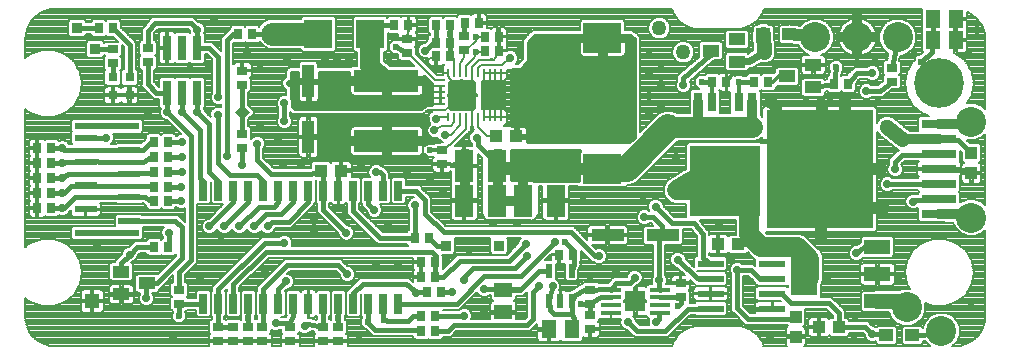
<source format=gtl>
G75*
G70*
%OFA0B0*%
%FSLAX24Y24*%
%IPPOS*%
%LPD*%
%AMOC8*
5,1,8,0,0,1.08239X$1,22.5*
%
%ADD10R,0.1181X0.0315*%
%ADD11R,0.3543X0.3937*%
%ADD12R,0.0945X0.0945*%
%ADD13R,0.0276X0.0354*%
%ADD14R,0.0354X0.0276*%
%ADD15R,0.0551X0.0394*%
%ADD16R,0.0880X0.0480*%
%ADD17R,0.0866X0.1417*%
%ADD18R,0.0433X0.0394*%
%ADD19R,0.0394X0.0433*%
%ADD20R,0.0866X0.0236*%
%ADD21R,0.0098X0.0276*%
%ADD22R,0.0276X0.0098*%
%ADD23C,0.0215*%
%ADD24C,0.0232*%
%ADD25R,0.1260X0.0984*%
%ADD26R,0.0512X0.0591*%
%ADD27C,0.1000*%
%ADD28R,0.0728X0.0236*%
%ADD29R,0.2165X0.0236*%
%ADD30R,0.0256X0.0669*%
%ADD31R,0.0315X0.0315*%
%ADD32R,0.0357X0.0357*%
%ADD33R,0.0357X0.0357*%
%ADD34R,0.0660X0.0160*%
%ADD35R,0.0680X0.0700*%
%ADD36R,0.0217X0.0472*%
%ADD37R,0.1102X0.0394*%
%ADD38R,0.2165X0.0728*%
%ADD39R,0.0630X0.1063*%
%ADD40R,0.0394X0.1102*%
%ADD41R,0.0300X0.0830*%
%ADD42R,0.0591X0.0512*%
%ADD43R,0.0500X0.0500*%
%ADD44R,0.0315X0.0630*%
%ADD45R,0.2362X0.2362*%
%ADD46R,0.0200X0.0200*%
%ADD47C,0.1660*%
%ADD48C,0.0236*%
%ADD49R,0.0472X0.0394*%
%ADD50C,0.0160*%
%ADD51C,0.0080*%
%ADD52C,0.0280*%
%ADD53C,0.0500*%
%ADD54C,0.0760*%
%ADD55C,0.0100*%
%ADD56C,0.0240*%
%ADD57C,0.0500*%
%ADD58C,0.0320*%
%ADD59C,0.0400*%
%ADD60C,0.0120*%
%ADD61C,0.0860*%
%ADD62C,0.0700*%
%ADD63C,0.0660*%
%ADD64C,0.0396*%
D10*
X051235Y045206D03*
X051235Y045706D03*
X051235Y046206D03*
X051235Y046706D03*
X051235Y047206D03*
X051235Y047706D03*
X051235Y048206D03*
D11*
X047258Y046706D03*
D12*
X032276Y051206D03*
X030544Y051206D03*
D13*
X028336Y051196D03*
X027864Y051196D03*
X023696Y051406D03*
X023224Y051406D03*
X025074Y047606D03*
X025546Y047606D03*
X025546Y047106D03*
X025074Y047106D03*
X025074Y046626D03*
X025546Y046626D03*
X025546Y046106D03*
X025546Y045656D03*
X025074Y045656D03*
X025074Y046106D03*
X025074Y044106D03*
X025546Y044106D03*
X021646Y045406D03*
X021174Y045406D03*
X021174Y045906D03*
X021646Y045906D03*
X021646Y046406D03*
X021174Y046406D03*
X021174Y046906D03*
X021646Y046906D03*
X021646Y047406D03*
X021174Y047406D03*
X033074Y051506D03*
X033546Y051506D03*
X034474Y051506D03*
X034946Y051506D03*
X035424Y051576D03*
X035896Y051576D03*
X036084Y051126D03*
X036084Y050656D03*
X036556Y050656D03*
X036556Y051126D03*
X034946Y050906D03*
X034946Y050466D03*
X034474Y050466D03*
X034474Y050906D03*
X034246Y044406D03*
X033774Y044406D03*
X033974Y043606D03*
X034446Y043606D03*
X034446Y043106D03*
X033974Y043106D03*
X034174Y042606D03*
X034646Y042606D03*
X034446Y041806D03*
X033974Y041806D03*
X033974Y041306D03*
X034446Y041306D03*
X038574Y043856D03*
X039046Y043856D03*
X043674Y049606D03*
X044146Y049606D03*
X045074Y049606D03*
X045546Y049606D03*
X047744Y049556D03*
X048216Y049556D03*
D14*
X049660Y049620D03*
X049660Y050093D03*
X042620Y042903D03*
X042620Y042430D03*
X039610Y042220D03*
X039610Y041843D03*
X039610Y041370D03*
X039610Y042693D03*
X034660Y046870D03*
X034660Y047343D03*
X033510Y050570D03*
X033510Y051043D03*
X035410Y051143D03*
X035410Y050670D03*
X028010Y049993D03*
X028010Y049520D03*
X028010Y047893D03*
X028010Y047420D03*
X024860Y050270D03*
X024860Y050743D03*
X023690Y050703D03*
X023690Y050230D03*
X025910Y042693D03*
X025910Y042220D03*
X027210Y041443D03*
X027210Y040970D03*
X027710Y040970D03*
X027710Y041443D03*
X028210Y041443D03*
X028680Y041443D03*
X028680Y040970D03*
X028210Y040970D03*
X029610Y040970D03*
X029610Y041443D03*
X030710Y041443D03*
X030710Y040970D03*
X031210Y040970D03*
X031210Y041443D03*
D15*
X024843Y042906D03*
X023977Y042532D03*
X023977Y043280D03*
X043627Y050656D03*
X044493Y050282D03*
X044493Y051030D03*
X046177Y049806D03*
X047043Y049432D03*
X047043Y050180D03*
D16*
X049180Y044116D03*
X049180Y043206D03*
X049180Y042297D03*
D17*
X046740Y043206D03*
D18*
X047226Y041436D03*
X047895Y041436D03*
X044545Y044206D03*
X043876Y044206D03*
X037145Y047806D03*
X036476Y047806D03*
X031295Y046656D03*
X030626Y046656D03*
D19*
X046455Y041791D03*
X046455Y041122D03*
X052310Y046572D03*
X052310Y047241D03*
D20*
X045669Y043560D03*
X045669Y043060D03*
X045669Y042560D03*
X045669Y042060D03*
X043622Y042060D03*
X043622Y042560D03*
X043622Y043060D03*
X043622Y043560D03*
D21*
X036644Y048429D03*
X036447Y048429D03*
X036250Y048429D03*
X036054Y048429D03*
X035857Y048429D03*
X035660Y048429D03*
X035463Y048429D03*
X035266Y048429D03*
X035069Y048429D03*
X034872Y048429D03*
X034872Y049925D03*
X035069Y049925D03*
X035266Y049925D03*
X035463Y049925D03*
X035660Y049925D03*
X035857Y049925D03*
X036054Y049925D03*
X036250Y049925D03*
X036447Y049925D03*
X036644Y049925D03*
D22*
X034617Y049671D03*
X034617Y049474D03*
X034617Y049277D03*
X034617Y049080D03*
X034617Y048883D03*
X034617Y048686D03*
D23*
X036066Y049589D02*
X036710Y049589D01*
X036710Y048765D01*
X036066Y048765D01*
X036066Y049589D01*
X036066Y048979D02*
X036710Y048979D01*
X036710Y049193D02*
X036066Y049193D01*
X036066Y049407D02*
X036710Y049407D01*
D24*
X035665Y049580D02*
X034969Y049580D01*
X035665Y049580D02*
X035665Y048774D01*
X034969Y048774D01*
X034969Y049580D01*
X034969Y049005D02*
X035665Y049005D01*
X035665Y049236D02*
X034969Y049236D01*
X034969Y049467D02*
X035665Y049467D01*
D25*
X040010Y051091D03*
X040010Y046721D03*
D26*
X038984Y041366D03*
X038236Y041366D03*
X051036Y051006D03*
X051036Y051706D03*
X051784Y051706D03*
X051784Y051006D03*
D27*
X049860Y051106D03*
X048510Y051106D03*
X047110Y051106D03*
X052310Y048286D03*
X052310Y045086D03*
X050160Y042106D03*
X051310Y041306D03*
D28*
X024235Y044981D03*
X024235Y045768D03*
X024235Y046555D03*
X024235Y047343D03*
X022790Y047736D03*
X022790Y046949D03*
X022790Y046162D03*
X022790Y045374D03*
D29*
X023511Y044587D03*
X023511Y048130D03*
D30*
X026710Y045988D03*
X027210Y045988D03*
X027710Y045988D03*
X028210Y045988D03*
X028710Y045988D03*
X029210Y045988D03*
X029710Y045988D03*
X030210Y045988D03*
X030710Y045988D03*
X031210Y045988D03*
X031710Y045988D03*
X032210Y045988D03*
X032710Y045988D03*
X033210Y045988D03*
X033210Y042225D03*
X032710Y042225D03*
X032210Y042225D03*
X031710Y042225D03*
X031210Y042225D03*
X030710Y042225D03*
X030210Y042225D03*
X029710Y042225D03*
X029210Y042225D03*
X028710Y042225D03*
X028210Y042225D03*
X027710Y042225D03*
X027210Y042225D03*
X026710Y042225D03*
D31*
X024250Y049171D03*
X023690Y049171D03*
X023690Y049762D03*
X024250Y049762D03*
D32*
X023110Y050706D03*
X022510Y051406D03*
X034800Y044156D03*
X036560Y044156D03*
D33*
G36*
X027759Y048606D02*
X028010Y048857D01*
X028261Y048606D01*
X028010Y048355D01*
X027759Y048606D01*
G37*
D34*
X040290Y042691D03*
X040290Y042436D03*
X040290Y042180D03*
X040290Y041924D03*
X041930Y041924D03*
X041930Y042180D03*
X041930Y042436D03*
X041930Y042691D03*
D35*
X041110Y042306D03*
D36*
X038984Y042295D03*
X038610Y042295D03*
X038236Y042295D03*
X038236Y043318D03*
X038984Y043318D03*
D37*
X040185Y044506D03*
X042035Y044506D03*
D38*
X032810Y047653D03*
X032810Y049660D03*
D39*
X035409Y046806D03*
X036511Y046806D03*
X036511Y045656D03*
X037359Y045656D03*
X038461Y045656D03*
X035409Y045656D03*
D40*
X030210Y047781D03*
X030210Y049632D03*
D41*
X026510Y049256D03*
X026010Y049256D03*
X025510Y049256D03*
X025510Y050756D03*
X026010Y050756D03*
X026510Y050756D03*
D42*
X036710Y042680D03*
X036710Y041932D03*
D43*
X023010Y042306D03*
D44*
X043213Y048936D03*
X043661Y048936D03*
X044559Y048936D03*
X045008Y048936D03*
D45*
X044110Y046295D03*
D46*
X050383Y050534D03*
X050637Y050279D03*
D47*
X051240Y049566D03*
D48*
X047810Y050106D03*
X044570Y049606D03*
X043330Y049606D03*
X037210Y049806D03*
X035810Y050616D03*
X035810Y051116D03*
X034940Y051206D03*
X033130Y050776D03*
X034280Y047346D03*
X038780Y044286D03*
X039310Y042206D03*
X042520Y042156D03*
X032720Y041666D03*
X032210Y041606D03*
X031210Y041756D03*
X028210Y041756D03*
X025910Y041806D03*
D49*
X045377Y051206D03*
X046243Y051206D03*
X049477Y041166D03*
X050343Y041166D03*
D50*
X051210Y041206D01*
X051310Y041306D01*
X049477Y041166D02*
X049010Y041206D01*
X048780Y041436D01*
X047895Y041436D01*
X047910Y041452D01*
X047910Y041906D01*
X047560Y042256D01*
X046310Y042256D01*
X046007Y042560D01*
X045669Y042560D01*
X045666Y043056D02*
X045260Y043056D01*
X044960Y043356D01*
X044510Y043356D01*
X044510Y042066D01*
X044860Y041716D01*
X046190Y041716D01*
X046455Y041791D01*
X045669Y042060D02*
X045257Y042060D01*
X044950Y042056D01*
X045550Y043046D02*
X045669Y043060D01*
X045666Y043056D01*
X045310Y044106D02*
X045210Y044206D01*
X044545Y044206D01*
X043622Y043560D02*
X043360Y043746D01*
X043360Y044556D01*
X043060Y044906D01*
X042330Y044906D01*
X041790Y045456D01*
X041710Y045106D02*
X041410Y045106D01*
X041710Y045106D02*
X042010Y044806D01*
X042035Y044506D01*
X041910Y044386D01*
X041910Y043006D01*
X041910Y042771D01*
X041930Y042691D01*
X041930Y042436D02*
X042315Y042436D01*
X042620Y042430D01*
X042620Y042256D01*
X042520Y042156D01*
X042850Y042046D02*
X043410Y042046D01*
X043622Y042060D01*
X042850Y042046D02*
X042110Y041306D01*
X041170Y041306D01*
X040870Y041606D01*
X041810Y041606D02*
X041910Y041706D01*
X041910Y041876D01*
X041930Y041924D01*
X040290Y042436D02*
X040280Y042436D01*
X039970Y042436D01*
X039830Y042386D01*
X039610Y042220D01*
X039610Y042206D01*
X039310Y042206D01*
X039610Y042220D02*
X039610Y041843D01*
X039070Y041746D02*
X039070Y041390D01*
X038984Y041366D01*
X039070Y041746D02*
X039014Y041834D01*
X038920Y041886D01*
X038984Y041950D01*
X038984Y042295D01*
X039090Y042496D01*
X039390Y042686D01*
X039610Y042693D01*
X039774Y042693D01*
X039920Y042696D01*
X040285Y042696D01*
X040290Y042691D01*
X040460Y042896D01*
X040920Y042896D01*
X041090Y043086D01*
X039900Y043806D02*
X039760Y043806D01*
X038970Y044596D01*
X034730Y044596D01*
X034110Y045206D01*
X034110Y045676D01*
X033800Y045986D01*
X033810Y045986D01*
X033210Y045988D01*
X032710Y045988D02*
X032710Y046506D01*
X032610Y046606D01*
X032470Y046606D01*
X032730Y047108D02*
X032730Y047572D01*
X032890Y047572D01*
X032890Y047108D01*
X033917Y047108D01*
X033962Y047121D01*
X034003Y047144D01*
X034037Y047178D01*
X034044Y047190D01*
X034044Y047189D01*
X034123Y047111D01*
X034133Y047106D01*
X030538Y047106D01*
X030551Y047120D01*
X030575Y047161D01*
X030587Y047206D01*
X030587Y047763D01*
X030229Y047763D01*
X030229Y047800D01*
X030587Y047800D01*
X030587Y048356D01*
X030575Y048402D01*
X030572Y048406D01*
X034160Y048406D01*
X034160Y048327D01*
X034203Y048223D01*
X034156Y048176D01*
X034110Y048066D01*
X034110Y047947D01*
X034156Y047836D01*
X034240Y047752D01*
X034351Y047706D01*
X034443Y047706D01*
X034511Y047681D01*
X034552Y047640D01*
X034417Y047640D01*
X034382Y047605D01*
X034336Y047625D01*
X034225Y047625D01*
X034123Y047582D01*
X034073Y047532D01*
X034073Y047573D01*
X032890Y047573D01*
X032890Y047732D01*
X034073Y047732D01*
X034073Y048040D01*
X034061Y048086D01*
X034037Y048127D01*
X034003Y048161D01*
X033962Y048184D01*
X033917Y048197D01*
X032890Y048197D01*
X032890Y047733D01*
X032730Y047733D01*
X032730Y048197D01*
X031704Y048197D01*
X031658Y048184D01*
X031617Y048161D01*
X031584Y048127D01*
X031560Y048086D01*
X031548Y048040D01*
X031548Y047732D01*
X032730Y047732D01*
X032730Y047573D01*
X031548Y047573D01*
X031548Y047265D01*
X031560Y047219D01*
X031584Y047178D01*
X031617Y047144D01*
X031658Y047121D01*
X031704Y047108D01*
X032730Y047108D01*
X032730Y047165D02*
X032890Y047165D01*
X032890Y047324D02*
X032730Y047324D01*
X032730Y047482D02*
X032890Y047482D01*
X032890Y047641D02*
X034552Y047641D01*
X034660Y047346D02*
X034660Y047343D01*
X034068Y047165D02*
X034024Y047165D01*
X034073Y047799D02*
X034193Y047799D01*
X034110Y047958D02*
X034073Y047958D01*
X034043Y048117D02*
X034131Y048117D01*
X034182Y048275D02*
X030587Y048275D01*
X030587Y048117D02*
X031577Y048117D01*
X031548Y047958D02*
X030587Y047958D01*
X030587Y047641D02*
X032730Y047641D01*
X032730Y047799D02*
X032890Y047799D01*
X032890Y047958D02*
X032730Y047958D01*
X032730Y048117D02*
X032890Y048117D01*
X032890Y049116D02*
X033917Y049116D01*
X033962Y049129D01*
X034003Y049152D01*
X034037Y049186D01*
X034061Y049227D01*
X034073Y049272D01*
X034073Y049580D01*
X032890Y049580D01*
X032890Y049116D01*
X032890Y049226D02*
X032730Y049226D01*
X032730Y049116D02*
X032730Y049580D01*
X032890Y049580D01*
X032890Y049740D01*
X034073Y049740D01*
X034073Y049761D01*
X034299Y049535D01*
X034299Y049474D01*
X034310Y049474D01*
X034310Y049474D01*
X034299Y049474D01*
X034299Y049401D01*
X034306Y049375D01*
X034299Y049350D01*
X034299Y049277D01*
X034310Y049277D01*
X034310Y049277D01*
X034299Y049277D01*
X034299Y049204D01*
X034306Y049179D01*
X034299Y049153D01*
X034299Y049080D01*
X034299Y049007D01*
X034306Y048982D01*
X034299Y048956D01*
X034299Y048886D01*
X034167Y048886D01*
X034157Y048876D01*
X034120Y048876D01*
X033960Y048756D01*
X029750Y048756D01*
X029695Y048811D01*
X029710Y048847D01*
X029710Y048966D01*
X029665Y049076D01*
X029660Y049081D01*
X029660Y049906D01*
X029833Y049906D01*
X029833Y049650D01*
X030192Y049650D01*
X030192Y049613D01*
X030229Y049613D01*
X030229Y049650D01*
X030587Y049650D01*
X030587Y049906D01*
X031548Y049906D01*
X031548Y049740D01*
X032730Y049740D01*
X032730Y049580D01*
X031548Y049580D01*
X031548Y049272D01*
X031560Y049227D01*
X031584Y049186D01*
X031617Y049152D01*
X031658Y049129D01*
X031704Y049116D01*
X032730Y049116D01*
X032730Y049385D02*
X032890Y049385D01*
X032890Y049543D02*
X032730Y049543D01*
X032730Y049702D02*
X030587Y049702D01*
X030587Y049613D02*
X030229Y049613D01*
X030229Y048900D01*
X030431Y048900D01*
X030477Y048913D01*
X030518Y048936D01*
X030551Y048970D01*
X030575Y049011D01*
X030587Y049057D01*
X030587Y049613D01*
X030587Y049543D02*
X031548Y049543D01*
X031548Y049385D02*
X030587Y049385D01*
X030587Y049226D02*
X031560Y049226D01*
X031548Y049861D02*
X030587Y049861D01*
X030192Y049613D02*
X030192Y048900D01*
X029990Y048900D01*
X029944Y048913D01*
X029903Y048936D01*
X029869Y048970D01*
X029846Y049011D01*
X029833Y049057D01*
X029833Y049613D01*
X030192Y049613D01*
X030192Y049543D02*
X030229Y049543D01*
X030229Y049385D02*
X030192Y049385D01*
X030192Y049226D02*
X030229Y049226D01*
X030229Y049068D02*
X030192Y049068D01*
X030192Y048909D02*
X030229Y048909D01*
X030463Y048909D02*
X034299Y048909D01*
X034299Y049068D02*
X030587Y049068D01*
X029957Y048909D02*
X029710Y048909D01*
X029668Y049068D02*
X029833Y049068D01*
X029833Y049226D02*
X029660Y049226D01*
X029660Y049385D02*
X029833Y049385D01*
X029833Y049543D02*
X029660Y049543D01*
X029660Y049702D02*
X029833Y049702D01*
X029833Y049861D02*
X029660Y049861D01*
X029410Y048906D02*
X029410Y048306D01*
X030229Y047799D02*
X031548Y047799D01*
X031548Y047482D02*
X030587Y047482D01*
X030587Y047324D02*
X031548Y047324D01*
X031596Y047165D02*
X030576Y047165D01*
X030626Y046656D02*
X030710Y046441D01*
X030710Y045988D01*
X030710Y045346D01*
X031470Y044586D01*
X031710Y045306D02*
X032610Y044406D01*
X033774Y044406D01*
X033774Y045506D01*
X033770Y045506D01*
X032410Y045346D02*
X032210Y045546D01*
X032210Y045988D01*
X031710Y045988D02*
X031710Y045306D01*
X031210Y045906D02*
X031210Y046606D01*
X030626Y046656D02*
X030270Y046536D01*
X028970Y046536D01*
X028510Y046996D01*
X028510Y047556D01*
X028010Y047420D02*
X028010Y046846D01*
X027610Y046506D02*
X028510Y046506D01*
X028710Y046306D01*
X028710Y045988D01*
X028210Y045988D02*
X028210Y045596D01*
X027410Y044796D01*
X026910Y044796D02*
X027710Y045596D01*
X027710Y045988D01*
X027210Y045988D02*
X027210Y046306D01*
X026910Y046606D01*
X026910Y048206D01*
X026510Y048606D01*
X026510Y049256D01*
X026010Y049256D02*
X026010Y048606D01*
X026610Y048006D01*
X026610Y046406D01*
X026710Y046306D01*
X026710Y045988D01*
X025960Y046106D02*
X025546Y046106D01*
X025570Y045646D02*
X025970Y045646D01*
X025770Y044986D02*
X024350Y044986D01*
X024235Y045768D02*
X022430Y045766D01*
X022070Y045406D01*
X022010Y045406D01*
X021646Y045406D01*
X021610Y045406D01*
X021610Y045906D02*
X021646Y045906D01*
X022010Y045906D01*
X022050Y045906D01*
X022290Y046146D01*
X022890Y046146D01*
X022910Y046146D02*
X024960Y046146D01*
X025074Y046106D01*
X025050Y045666D02*
X024890Y045666D01*
X024770Y045766D01*
X024235Y045768D01*
X024235Y046555D02*
X022190Y046556D01*
X022000Y046406D01*
X022010Y046406D01*
X022000Y046406D02*
X021710Y046406D01*
X021646Y046406D01*
X021646Y046906D02*
X021710Y046906D01*
X022010Y046906D01*
X022080Y046906D01*
X022120Y046946D01*
X022890Y046946D01*
X023170Y046966D02*
X023240Y046946D01*
X024700Y046946D01*
X024970Y047106D01*
X025074Y047106D01*
X024690Y047346D02*
X024235Y047343D01*
X024321Y047356D02*
X022060Y047356D01*
X022010Y047406D01*
X021646Y047406D01*
X022890Y047746D02*
X023470Y047746D01*
X024690Y047346D02*
X024950Y047606D01*
X025074Y047606D01*
X025546Y047606D02*
X025990Y047606D01*
X026310Y047806D02*
X025510Y048606D01*
X025510Y049256D01*
X025140Y049256D01*
X024850Y049546D01*
X024860Y050270D01*
X024860Y050743D02*
X024866Y051312D01*
X025090Y051576D01*
X026295Y051576D01*
X026510Y051366D01*
X026510Y051356D01*
X026510Y050756D01*
X026910Y050756D01*
X027210Y050456D01*
X027210Y049106D01*
X027200Y048526D02*
X027210Y048506D01*
X027210Y046906D01*
X027610Y046506D01*
X027510Y047136D02*
X027510Y051006D01*
X027700Y051196D01*
X027864Y051196D01*
X028336Y051196D02*
X028960Y051196D01*
X028010Y049520D02*
X028010Y048606D01*
X028010Y047893D01*
X026310Y047806D02*
X026310Y043666D01*
X025910Y043266D01*
X025910Y042693D01*
X025910Y042220D02*
X025910Y041806D01*
X025910Y042220D02*
X026710Y042225D01*
X027210Y042225D02*
X027210Y041443D01*
X027710Y041443D01*
X028210Y041443D02*
X028210Y041756D01*
X028210Y042225D01*
X028690Y042186D02*
X028690Y041466D01*
X029130Y041566D02*
X029490Y041566D01*
X029610Y041443D01*
X029610Y041606D01*
X029710Y041806D01*
X029710Y042225D01*
X029210Y042225D02*
X029210Y042706D01*
X029470Y042966D01*
X029510Y043506D02*
X028710Y042706D01*
X028710Y042225D01*
X027710Y042225D02*
X027710Y042866D01*
X028800Y043956D01*
X034320Y043956D01*
X034450Y043826D01*
X034446Y043606D01*
X034446Y043106D01*
X034710Y043106D01*
X035260Y043656D01*
X036910Y043656D01*
X037460Y044206D01*
X037510Y043806D02*
X037110Y043406D01*
X035710Y043406D01*
X035410Y043106D01*
X035410Y043006D01*
X035010Y042606D02*
X034646Y042606D01*
X034174Y042606D02*
X033810Y042606D01*
X033550Y042806D01*
X033470Y042886D01*
X032030Y042886D01*
X031710Y042566D01*
X031710Y042225D01*
X031210Y042225D02*
X031210Y041756D01*
X031210Y041443D01*
X030710Y041443D02*
X030710Y042225D01*
X030710Y041443D02*
X030190Y041546D01*
X030090Y041466D01*
X029510Y043506D02*
X031210Y043506D01*
X031510Y043206D01*
X032210Y042225D02*
X032210Y041606D01*
X032210Y041586D01*
X032440Y041356D01*
X033900Y041356D01*
X033974Y041306D01*
X034446Y041306D02*
X034870Y041306D01*
X035060Y041496D01*
X037500Y041496D01*
X037710Y041706D01*
X037710Y042606D01*
X037910Y042806D01*
X038350Y042806D02*
X038250Y042526D01*
X038236Y042295D01*
X038250Y042086D01*
X038250Y042026D01*
X038390Y041886D01*
X038920Y041886D01*
X038984Y043318D02*
X039070Y043526D01*
X039070Y043806D01*
X039046Y043856D01*
X039046Y044020D01*
X038780Y044286D01*
X038430Y044286D02*
X037290Y043136D01*
X036060Y043136D01*
X035150Y042226D01*
X033210Y042226D01*
X032710Y042225D02*
X032710Y041756D01*
X032720Y041666D01*
X032710Y041756D02*
X032840Y041646D01*
X033520Y041646D01*
X033710Y041806D01*
X033974Y041806D01*
X034446Y041806D02*
X035410Y041806D01*
X036070Y042706D02*
X037190Y042706D01*
X037200Y042676D02*
X036710Y042680D01*
X037200Y042676D02*
X037280Y042676D01*
X037910Y043306D01*
X038130Y043306D01*
X038236Y043318D01*
X037281Y045579D02*
X036864Y045579D01*
X036589Y045579D01*
X036589Y045734D01*
X037006Y045734D01*
X037281Y045734D01*
X037281Y045579D01*
X037281Y045580D02*
X036589Y045580D01*
X036511Y045656D02*
X037359Y045656D01*
X037359Y046758D01*
X036510Y046806D01*
X036510Y046805D01*
X036511Y046806D01*
X036511Y046721D01*
X036434Y046729D02*
X036589Y046729D01*
X036589Y046884D01*
X037006Y046884D01*
X037006Y047306D01*
X039226Y047306D01*
X039213Y047283D01*
X039200Y047237D01*
X039200Y046801D01*
X039930Y046801D01*
X039930Y046641D01*
X039200Y046641D01*
X039200Y046356D01*
X037740Y046356D01*
X037698Y046368D01*
X037437Y046368D01*
X037437Y045734D01*
X037281Y045734D01*
X037281Y046368D01*
X037020Y046368D01*
X037006Y046364D01*
X037006Y046729D01*
X036589Y046729D01*
X036589Y046095D01*
X036589Y045734D01*
X036434Y045734D01*
X036434Y046095D01*
X036434Y046729D01*
X036434Y046690D02*
X036589Y046690D01*
X036511Y046806D02*
X036461Y046905D01*
X035860Y047506D01*
X035860Y047726D01*
X035830Y047756D01*
X035487Y047316D02*
X035331Y047316D01*
X035331Y046884D01*
X035487Y046884D01*
X035487Y047316D01*
X035487Y047165D02*
X035331Y047165D01*
X035331Y047007D02*
X035487Y047007D01*
X035409Y046806D02*
X035410Y046806D01*
X035409Y046806D02*
X035409Y045656D01*
X035331Y045734D02*
X035331Y046368D01*
X035331Y046729D01*
X035487Y046729D01*
X035487Y046095D01*
X035487Y045734D01*
X035331Y045734D01*
X035331Y045738D02*
X035487Y045738D01*
X035487Y045897D02*
X035331Y045897D01*
X035331Y046055D02*
X035487Y046055D01*
X035487Y046214D02*
X035331Y046214D01*
X035331Y046373D02*
X035487Y046373D01*
X035487Y046531D02*
X035331Y046531D01*
X035331Y046690D02*
X035487Y046690D01*
X036434Y046531D02*
X036589Y046531D01*
X036589Y046373D02*
X036434Y046373D01*
X036434Y046214D02*
X036589Y046214D01*
X036589Y046055D02*
X036434Y046055D01*
X036434Y045897D02*
X036589Y045897D01*
X036589Y045738D02*
X036434Y045738D01*
X037281Y045738D02*
X037437Y045738D01*
X037437Y045897D02*
X037281Y045897D01*
X037281Y046055D02*
X037437Y046055D01*
X037437Y046214D02*
X037281Y046214D01*
X037006Y046373D02*
X039200Y046373D01*
X039200Y046531D02*
X037006Y046531D01*
X037006Y046690D02*
X039930Y046690D01*
X039200Y046848D02*
X036589Y046848D01*
X036589Y046884D02*
X036434Y046884D01*
X036434Y047306D01*
X036589Y047306D01*
X036589Y046884D01*
X036589Y047007D02*
X036434Y047007D01*
X036434Y047165D02*
X036589Y047165D01*
X037006Y047165D02*
X039200Y047165D01*
X039200Y047007D02*
X037006Y047007D01*
X037164Y047788D02*
X037164Y047825D01*
X037541Y047825D01*
X037541Y048027D01*
X037529Y048073D01*
X037505Y048114D01*
X037472Y048147D01*
X037431Y048171D01*
X037385Y048183D01*
X037163Y048183D01*
X037163Y047825D01*
X037126Y047825D01*
X037126Y048183D01*
X036990Y048183D01*
X036990Y049976D01*
X037040Y050026D01*
X037290Y050016D01*
X037560Y050306D01*
X037560Y050906D01*
X037780Y051156D01*
X039930Y051156D01*
X039930Y051012D01*
X039200Y051012D01*
X039200Y050576D01*
X039213Y050530D01*
X039236Y050489D01*
X039270Y050455D01*
X039311Y050432D01*
X039357Y050419D01*
X039930Y050419D01*
X039930Y051011D01*
X040090Y051011D01*
X040090Y050419D01*
X040664Y050419D01*
X040710Y050432D01*
X040751Y050455D01*
X040784Y050489D01*
X040808Y050530D01*
X040820Y050576D01*
X040820Y051012D01*
X040090Y051012D01*
X040090Y051156D01*
X040910Y051156D01*
X041060Y051046D01*
X041060Y047791D01*
X040916Y047646D01*
X037541Y047646D01*
X037541Y047788D01*
X037164Y047788D01*
X037164Y047799D02*
X041060Y047799D01*
X041060Y047958D02*
X037541Y047958D01*
X037503Y048117D02*
X041060Y048117D01*
X041060Y048275D02*
X036990Y048275D01*
X036990Y048434D02*
X041060Y048434D01*
X041060Y048592D02*
X036990Y048592D01*
X036990Y048751D02*
X041060Y048751D01*
X041060Y048909D02*
X036990Y048909D01*
X036990Y049068D02*
X041060Y049068D01*
X041060Y049226D02*
X036990Y049226D01*
X036990Y049385D02*
X041060Y049385D01*
X041060Y049543D02*
X036990Y049543D01*
X036990Y049702D02*
X041060Y049702D01*
X041060Y049861D02*
X036990Y049861D01*
X037033Y050019D02*
X037225Y050019D01*
X037293Y050019D02*
X041060Y050019D01*
X041060Y050178D02*
X037440Y050178D01*
X037560Y050336D02*
X041060Y050336D01*
X041060Y050495D02*
X040788Y050495D01*
X040820Y050653D02*
X041060Y050653D01*
X041060Y050812D02*
X040820Y050812D01*
X040820Y050970D02*
X041060Y050970D01*
X040948Y051129D02*
X040090Y051129D01*
X040090Y050970D02*
X039930Y050970D01*
X039930Y050812D02*
X040090Y050812D01*
X040090Y050653D02*
X039930Y050653D01*
X039930Y050495D02*
X040090Y050495D01*
X039930Y051129D02*
X037756Y051129D01*
X037616Y050970D02*
X039200Y050970D01*
X039200Y050812D02*
X037560Y050812D01*
X037560Y050653D02*
X039200Y050653D01*
X039233Y050495D02*
X037560Y050495D01*
X035810Y050616D02*
X035800Y050596D01*
X035811Y051116D02*
X035811Y051116D01*
X035810Y051116D01*
X035410Y051143D02*
X035410Y051501D01*
X034946Y051506D02*
X034946Y051206D01*
X034940Y051206D01*
X034946Y051206D02*
X034946Y050906D01*
X034946Y050466D01*
X034474Y050906D02*
X034360Y050906D01*
X034110Y050656D01*
X034474Y050906D02*
X034474Y051506D01*
X033510Y050570D02*
X033130Y050776D01*
X033074Y051506D02*
X032276Y051506D01*
X032276Y051206D01*
X032276Y050356D02*
X032276Y050094D01*
X032276Y050356D02*
X032310Y050356D01*
X032890Y049702D02*
X034132Y049702D01*
X034073Y049543D02*
X034290Y049543D01*
X034303Y049385D02*
X034073Y049385D01*
X034060Y049226D02*
X034299Y049226D01*
X034299Y049080D02*
X034310Y049080D01*
X034299Y049080D01*
X034310Y049080D02*
X034310Y049080D01*
X034160Y048406D02*
X034160Y048406D01*
X037126Y048117D02*
X037163Y048117D01*
X037163Y047958D02*
X037126Y047958D01*
X034800Y044156D02*
X034496Y044156D01*
X034246Y044406D01*
X030210Y045606D02*
X030210Y045988D01*
X030210Y045606D02*
X029560Y044956D01*
X029000Y044956D01*
X028850Y044806D01*
X028810Y045206D02*
X029310Y045206D01*
X029710Y045606D01*
X029710Y045988D01*
X029210Y045988D02*
X029210Y045606D01*
X029060Y045456D01*
X028570Y045456D01*
X027910Y044796D01*
X028410Y044806D02*
X028810Y045206D01*
X028760Y044256D02*
X029410Y044256D01*
X028760Y044256D02*
X027210Y042706D01*
X027210Y042225D01*
X026000Y043736D02*
X026000Y044766D01*
X025770Y044986D01*
X025570Y044586D02*
X025570Y044106D01*
X025546Y044106D01*
X025074Y044106D02*
X024510Y044106D01*
X024260Y043856D01*
X023980Y043566D01*
X023977Y043280D01*
X024810Y042906D02*
X024810Y042406D01*
X024810Y042906D02*
X024843Y042906D01*
X025170Y042906D01*
X026000Y043736D01*
X025990Y046626D02*
X025546Y046626D01*
X025074Y046626D02*
X024890Y046566D01*
X024370Y046566D01*
X025546Y047106D02*
X025990Y047106D01*
X024250Y049762D02*
X024250Y050756D01*
X024250Y050853D01*
X023696Y051406D01*
X023224Y051406D02*
X022510Y051406D01*
X023110Y050706D02*
X023690Y050703D01*
X023690Y050230D02*
X023690Y049762D01*
X042710Y049740D02*
X042710Y049506D01*
X042710Y049740D02*
X043610Y050506D01*
X043617Y050507D01*
X043622Y050511D01*
X043626Y050516D01*
X043627Y050523D01*
X043627Y050656D01*
X043674Y049606D02*
X043330Y049606D01*
X043213Y048936D02*
X043210Y048934D01*
X044570Y049606D02*
X045074Y049606D01*
X045008Y048109D02*
X045010Y048106D01*
X045310Y047656D02*
X045610Y047656D01*
X047043Y049432D02*
X047743Y049540D01*
X047724Y049559D01*
X047744Y049556D01*
X047743Y049540D02*
X047810Y050106D01*
X048330Y049726D02*
X048510Y049906D01*
X049010Y049906D01*
X048810Y049306D02*
X049266Y049306D01*
X049660Y049620D01*
X049660Y050093D02*
X049860Y051106D01*
X050637Y050279D02*
X050984Y050600D01*
X051036Y051006D01*
X051036Y051706D01*
X050637Y050279D02*
X051230Y049566D01*
X051240Y049566D01*
X051235Y047706D02*
X051862Y047689D01*
X052310Y047241D01*
X052310Y047256D01*
X052310Y047241D02*
X052310Y047146D01*
X052193Y046689D02*
X052310Y046572D01*
X052193Y046689D02*
X051235Y046706D01*
X051235Y046206D02*
X049510Y046206D01*
X049770Y046706D02*
X049770Y046956D01*
X050000Y047186D01*
X050870Y047186D01*
X051235Y047206D01*
X051235Y045706D02*
X050433Y045689D01*
X050370Y045626D01*
X049180Y044116D02*
X048730Y044106D01*
X048480Y043906D01*
X043622Y043060D02*
X043410Y043066D01*
X043150Y043066D01*
X042530Y043686D01*
X048216Y049556D02*
X048320Y049700D01*
X048330Y049726D01*
D51*
X021384Y040871D02*
X021163Y040997D01*
X020981Y041176D01*
X020852Y041396D01*
X020784Y041641D01*
X020775Y041768D01*
X020775Y042414D01*
X020946Y042271D01*
X021319Y042135D01*
X021319Y042135D01*
X021717Y042135D01*
X022091Y042271D01*
X022395Y042526D01*
X022395Y042526D01*
X022594Y042871D01*
X022663Y043262D01*
X022594Y043654D01*
X022594Y043654D01*
X022395Y043998D01*
X022091Y044254D01*
X022091Y044254D01*
X021717Y044390D01*
X021319Y044390D01*
X020946Y044254D01*
X020775Y044111D01*
X020775Y048713D01*
X020946Y048570D01*
X021319Y048434D01*
X021319Y048434D01*
X021717Y048434D01*
X022091Y048570D01*
X022395Y048825D01*
X022395Y048825D01*
X022594Y049170D01*
X022663Y049561D01*
X022594Y049953D01*
X022594Y049953D01*
X022395Y050297D01*
X022091Y050553D01*
X022091Y050553D01*
X021717Y050689D01*
X021717Y050689D01*
X021319Y050689D01*
X020946Y050553D01*
X020946Y050553D01*
X020775Y050410D01*
X020775Y051004D01*
X020775Y051056D01*
X020784Y051185D01*
X020850Y051433D01*
X020979Y051656D01*
X021161Y051838D01*
X021383Y051966D01*
X021632Y052033D01*
X021760Y052041D01*
X042331Y052041D01*
X042384Y051877D01*
X042558Y051638D01*
X042558Y051638D01*
X042797Y051464D01*
X043079Y051372D01*
X043174Y051372D01*
X044539Y051372D01*
X044539Y051372D01*
X044635Y051372D01*
X044916Y051464D01*
X045155Y051638D01*
X045329Y051877D01*
X045383Y052041D01*
X050660Y052041D01*
X050660Y051361D01*
X050665Y051356D01*
X050660Y051351D01*
X050660Y050661D01*
X050706Y050616D01*
X050581Y050499D01*
X050488Y050499D01*
X050417Y050429D01*
X050417Y050341D01*
X050365Y050297D01*
X050167Y049953D01*
X050098Y049561D01*
X050167Y049170D01*
X050167Y049170D01*
X050365Y048825D01*
X050365Y048825D01*
X050365Y048825D01*
X050670Y048570D01*
X050906Y048484D01*
X050595Y048484D01*
X050525Y048414D01*
X050525Y047999D01*
X050538Y047986D01*
X050252Y047986D01*
X049757Y048383D01*
X049720Y048420D01*
X049700Y048428D01*
X049684Y048441D01*
X049633Y048456D01*
X049584Y048476D01*
X049563Y048476D01*
X049543Y048482D01*
X049490Y048476D01*
X049437Y048476D01*
X049417Y048468D01*
X049396Y048466D01*
X049350Y048440D01*
X049301Y048420D01*
X049286Y048405D01*
X049267Y048395D01*
X049234Y048353D01*
X049197Y048316D01*
X049189Y048297D01*
X049175Y048280D01*
X049169Y048260D01*
X049169Y048693D01*
X049160Y048729D01*
X049142Y048761D01*
X049115Y048787D01*
X049084Y048805D01*
X049048Y048815D01*
X047298Y048815D01*
X047298Y046747D01*
X047218Y046747D01*
X047218Y048815D01*
X045468Y048815D01*
X045432Y048805D01*
X045400Y048787D01*
X045374Y048761D01*
X045356Y048729D01*
X045346Y048693D01*
X045346Y048435D01*
X045288Y048494D01*
X045288Y048992D01*
X045285Y048998D01*
X045285Y049301D01*
X045269Y049317D01*
X045310Y049358D01*
X045359Y049309D01*
X045734Y049309D01*
X045804Y049380D01*
X045804Y049446D01*
X045850Y049492D01*
X045852Y049490D01*
X046502Y049490D01*
X046573Y049560D01*
X046573Y050053D01*
X046502Y050123D01*
X045852Y050123D01*
X045782Y050053D01*
X045782Y049932D01*
X045743Y049894D01*
X045734Y049904D01*
X045359Y049904D01*
X045310Y049855D01*
X045261Y049904D01*
X044886Y049904D01*
X044816Y049833D01*
X044816Y049806D01*
X044707Y049806D01*
X044669Y049845D01*
X044472Y049845D01*
X044424Y049797D01*
X044424Y049802D01*
X044415Y049838D01*
X044396Y049870D01*
X044370Y049896D01*
X044338Y049914D01*
X044303Y049924D01*
X044175Y049924D01*
X044175Y049636D01*
X044117Y049636D01*
X044117Y049924D01*
X043990Y049924D01*
X043955Y049914D01*
X043923Y049896D01*
X043897Y049870D01*
X043896Y049869D01*
X043861Y049904D01*
X043486Y049904D01*
X043427Y049845D01*
X043232Y049845D01*
X043092Y049705D01*
X043092Y049508D01*
X043229Y049371D01*
X043005Y049371D01*
X042935Y049301D01*
X042935Y049001D01*
X042930Y048990D01*
X042930Y048576D01*
X042513Y048576D01*
X042320Y048656D01*
X042101Y048656D01*
X041899Y048573D01*
X041260Y047934D01*
X041260Y050981D01*
X041270Y050995D01*
X041260Y051062D01*
X041260Y051129D01*
X041248Y051142D01*
X041245Y051159D01*
X041191Y051199D01*
X041143Y051246D01*
X041126Y051246D01*
X041041Y051309D01*
X040993Y051356D01*
X040976Y051356D01*
X040962Y051367D01*
X040895Y051356D01*
X040760Y051356D01*
X040760Y051633D01*
X040690Y051704D01*
X039331Y051704D01*
X039260Y051633D01*
X039260Y051356D01*
X037856Y051356D01*
X037850Y051361D01*
X037774Y051356D01*
X037697Y051356D01*
X037692Y051351D01*
X037685Y051351D01*
X037634Y051293D01*
X037580Y051239D01*
X037580Y051232D01*
X037414Y051043D01*
X037360Y050989D01*
X037360Y050982D01*
X037355Y050976D01*
X037360Y050900D01*
X037360Y050385D01*
X037206Y050220D01*
X037126Y050223D01*
X037125Y050224D01*
X037161Y050259D01*
X037200Y050355D01*
X037200Y050458D01*
X037161Y050554D01*
X037087Y050627D01*
X036992Y050666D01*
X036889Y050666D01*
X036794Y050627D01*
X036586Y050627D01*
X036586Y050685D01*
X036834Y050685D01*
X036834Y050852D01*
X036825Y050888D01*
X036822Y050891D01*
X036825Y050895D01*
X036834Y050931D01*
X036834Y051097D01*
X036586Y051097D01*
X036586Y051155D01*
X036834Y051155D01*
X036834Y051322D01*
X036825Y051358D01*
X036806Y051390D01*
X036780Y051416D01*
X036748Y051434D01*
X036713Y051444D01*
X036585Y051444D01*
X036585Y051156D01*
X036527Y051156D01*
X036527Y051444D01*
X036400Y051444D01*
X036365Y051434D01*
X036333Y051416D01*
X036307Y051390D01*
X036306Y051389D01*
X036271Y051424D01*
X036174Y051424D01*
X036347Y051424D01*
X036510Y051406D02*
X036510Y051162D01*
X036556Y051126D01*
X036556Y050656D01*
X036411Y050351D01*
X035885Y050351D01*
X035660Y050126D01*
X035660Y049925D01*
X035660Y050130D01*
X035660Y050130D01*
X035660Y049925D01*
X035660Y049925D01*
X035660Y049556D01*
X035610Y049506D01*
X035357Y049539D02*
X035277Y049539D01*
X035277Y049617D02*
X035357Y049617D01*
X035357Y049667D02*
X035357Y049217D01*
X035277Y049217D01*
X035277Y049667D01*
X035357Y049667D01*
X035357Y049460D02*
X035277Y049460D01*
X035277Y049382D02*
X035357Y049382D01*
X035357Y049303D02*
X035277Y049303D01*
X035277Y049225D02*
X035357Y049225D01*
X035357Y049216D02*
X035839Y049216D01*
X035839Y049137D01*
X035357Y049137D01*
X035357Y049216D01*
X035357Y049146D02*
X035839Y049146D01*
X036010Y049146D02*
X037010Y049146D01*
X037010Y049068D02*
X036010Y049068D01*
X036010Y048989D02*
X037010Y048989D01*
X037010Y048911D02*
X036010Y048911D01*
X036010Y048832D02*
X037010Y048832D01*
X037010Y048754D02*
X036010Y048754D01*
X036010Y048706D02*
X036010Y049647D01*
X036053Y049647D01*
X036053Y049924D01*
X036054Y049924D01*
X036054Y049647D01*
X036121Y049647D01*
X036152Y049655D01*
X036183Y049647D01*
X036250Y049647D01*
X036250Y049924D01*
X036251Y049924D01*
X036251Y049925D01*
X036440Y049925D01*
X036447Y049925D01*
X036447Y049924D01*
X036447Y049924D01*
X036447Y049647D01*
X036380Y049647D01*
X036349Y049655D01*
X036318Y049647D01*
X036251Y049647D01*
X036251Y049924D01*
X036440Y049924D01*
X036447Y049924D01*
X036447Y049647D01*
X036515Y049647D01*
X036546Y049655D01*
X036576Y049647D01*
X036644Y049647D01*
X036644Y049924D01*
X036644Y049924D01*
X036644Y049647D01*
X036712Y049647D01*
X036747Y049656D01*
X036779Y049675D01*
X036805Y049701D01*
X036824Y049733D01*
X036833Y049768D01*
X036833Y049924D01*
X036644Y049924D01*
X036636Y049924D01*
X036448Y049924D01*
X036448Y049925D01*
X036636Y049925D01*
X036644Y049925D01*
X036644Y049924D01*
X036644Y049925D01*
X036833Y049925D01*
X036833Y050006D01*
X037010Y050006D01*
X037010Y048156D01*
X036733Y048156D01*
X036747Y048160D01*
X036779Y048179D01*
X036805Y048205D01*
X036824Y048237D01*
X036833Y048272D01*
X036833Y048428D01*
X036644Y048428D01*
X036455Y048428D01*
X036448Y048428D01*
X036448Y048429D01*
X036455Y048429D01*
X036644Y048429D01*
X036644Y048706D01*
X036576Y048706D01*
X036546Y048698D01*
X036515Y048706D01*
X036447Y048706D01*
X036380Y048706D01*
X036349Y048698D01*
X036318Y048706D01*
X036251Y048706D01*
X036251Y048429D01*
X036258Y048429D01*
X036447Y048429D01*
X036447Y048706D01*
X036447Y048429D01*
X036447Y048429D01*
X036447Y048428D01*
X036258Y048428D01*
X036251Y048428D01*
X036251Y048429D01*
X036250Y048429D01*
X036250Y048706D01*
X036183Y048706D01*
X036152Y048698D01*
X036121Y048706D01*
X036054Y048706D01*
X036054Y048429D01*
X036053Y048429D01*
X036053Y048706D01*
X036010Y048706D01*
X036053Y048675D02*
X036054Y048675D01*
X036053Y048596D02*
X036054Y048596D01*
X036053Y048518D02*
X036054Y048518D01*
X036053Y048439D02*
X036054Y048439D01*
X036054Y048429D02*
X036243Y048429D01*
X036250Y048429D01*
X036250Y048428D01*
X036243Y048428D01*
X036054Y048428D01*
X036054Y048429D01*
X036250Y048439D02*
X036251Y048439D01*
X036250Y048518D02*
X036251Y048518D01*
X036250Y048596D02*
X036251Y048596D01*
X036250Y048675D02*
X036251Y048675D01*
X036447Y048675D02*
X036447Y048675D01*
X036447Y048596D02*
X036447Y048596D01*
X036447Y048518D02*
X036447Y048518D01*
X036447Y048439D02*
X036447Y048439D01*
X036644Y048439D02*
X036644Y048439D01*
X036644Y048429D02*
X036644Y048429D01*
X036644Y048706D01*
X036712Y048706D01*
X036747Y048697D01*
X036779Y048678D01*
X036805Y048652D01*
X036824Y048620D01*
X036833Y048585D01*
X036833Y048429D01*
X036644Y048429D01*
X036644Y048428D01*
X036644Y048429D01*
X036644Y048518D02*
X036644Y048518D01*
X036644Y048596D02*
X036644Y048596D01*
X036644Y048675D02*
X036644Y048675D01*
X036783Y048675D02*
X037010Y048675D01*
X037010Y048596D02*
X036830Y048596D01*
X036833Y048518D02*
X037010Y048518D01*
X037010Y048439D02*
X036833Y048439D01*
X036833Y048361D02*
X037010Y048361D01*
X037010Y048282D02*
X036833Y048282D01*
X036804Y048204D02*
X037010Y048204D01*
X036476Y047806D02*
X036160Y047806D01*
X035857Y048110D01*
X035857Y048429D01*
X035660Y048428D02*
X035660Y048806D01*
X035620Y048846D01*
X035357Y048832D02*
X035277Y048832D01*
X035277Y048754D02*
X035357Y048754D01*
X035357Y048686D02*
X035277Y048686D01*
X035277Y049136D01*
X035357Y049136D01*
X035357Y048686D01*
X035357Y048911D02*
X035277Y048911D01*
X035277Y048989D02*
X035357Y048989D01*
X035357Y049068D02*
X035277Y049068D01*
X035277Y049137D02*
X034874Y049137D01*
X034874Y049179D01*
X034874Y049216D01*
X035277Y049216D01*
X035277Y049137D01*
X035277Y049146D02*
X034874Y049146D01*
X034617Y049146D02*
X034616Y049146D01*
X034616Y049080D02*
X034616Y049269D01*
X034616Y049276D01*
X034617Y049276D01*
X034617Y049269D01*
X034617Y049080D01*
X034617Y049072D01*
X034617Y048884D01*
X034616Y048884D01*
X034616Y048891D01*
X034616Y049080D01*
X034339Y049080D01*
X034339Y049012D01*
X034347Y048982D01*
X034339Y048951D01*
X034339Y048883D01*
X034616Y048883D01*
X034616Y048883D01*
X034339Y048883D01*
X034339Y048856D01*
X034210Y048856D01*
X034210Y049506D01*
X034339Y049506D01*
X034339Y049474D01*
X034616Y049474D01*
X034616Y049474D01*
X034339Y049474D01*
X034339Y049406D01*
X034347Y049375D01*
X034339Y049345D01*
X034339Y049277D01*
X034616Y049277D01*
X034616Y049277D01*
X034339Y049277D01*
X034339Y049209D01*
X034347Y049179D01*
X034339Y049148D01*
X034339Y049080D01*
X034616Y049080D01*
X034616Y049080D01*
X034617Y049080D01*
X034616Y049080D01*
X034616Y049068D02*
X034617Y049068D01*
X034616Y048989D02*
X034617Y048989D01*
X034616Y048911D02*
X034617Y048911D01*
X034616Y048686D02*
X034250Y048686D01*
X034187Y048676D02*
X034339Y048676D01*
X034339Y048619D01*
X034339Y048618D01*
X034313Y048607D01*
X034240Y048534D01*
X034200Y048438D01*
X034200Y048335D01*
X034240Y048239D01*
X034258Y048221D01*
X034190Y048154D01*
X034150Y048058D01*
X034150Y047955D01*
X034190Y047859D01*
X034263Y047786D01*
X034359Y047746D01*
X034462Y047746D01*
X034515Y047769D01*
X034540Y047709D01*
X034613Y047636D01*
X034699Y047600D01*
X034433Y047600D01*
X034398Y047565D01*
X034379Y047585D01*
X034182Y047585D01*
X034042Y047445D01*
X034042Y047248D01*
X034182Y047108D01*
X034379Y047108D01*
X034394Y047124D01*
X034398Y047120D01*
X034397Y047120D01*
X034371Y047094D01*
X034353Y047062D01*
X034343Y047026D01*
X028764Y047026D01*
X028710Y047079D02*
X028710Y047389D01*
X028731Y047409D01*
X028770Y047505D01*
X028770Y047608D01*
X028731Y047704D01*
X028657Y047777D01*
X028562Y047816D01*
X028459Y047816D01*
X028363Y047777D01*
X028307Y047721D01*
X028307Y048080D01*
X028237Y048150D01*
X028210Y048150D01*
X028210Y048384D01*
X028383Y048557D01*
X028383Y048656D01*
X028210Y048828D01*
X028210Y049262D01*
X028237Y049262D01*
X028307Y049333D01*
X028307Y049708D01*
X028273Y049742D01*
X028273Y049743D01*
X028299Y049769D01*
X028318Y049801D01*
X028327Y049836D01*
X028327Y049964D01*
X028039Y049964D01*
X028039Y050022D01*
X027981Y050022D01*
X027981Y050270D01*
X027815Y050270D01*
X027779Y050261D01*
X027747Y050242D01*
X027721Y050216D01*
X027710Y050198D01*
X027710Y050899D01*
X028051Y050899D01*
X028100Y050948D01*
X028149Y050899D01*
X028524Y050899D01*
X028578Y050953D01*
X028577Y050953D01*
X028578Y050953D02*
X028585Y050936D01*
X028724Y050794D01*
X028907Y050717D01*
X029952Y050710D01*
X029952Y050684D01*
X030022Y050614D01*
X031066Y050614D01*
X031136Y050684D01*
X031136Y051729D01*
X031066Y051799D01*
X030022Y051799D01*
X029952Y051729D01*
X029952Y051710D01*
X028914Y051717D01*
X028730Y051642D01*
X028588Y051502D01*
X028567Y051451D01*
X028524Y051494D01*
X028149Y051494D01*
X028100Y051445D01*
X028051Y051494D01*
X027676Y051494D01*
X027606Y051423D01*
X027606Y051385D01*
X027427Y051206D01*
X027310Y051089D01*
X027310Y050639D01*
X026993Y050956D01*
X026827Y050956D01*
X026780Y050956D01*
X026780Y051221D01*
X026749Y051253D01*
X026770Y051305D01*
X026770Y051408D01*
X026731Y051504D01*
X026657Y051577D01*
X026562Y051616D01*
X026540Y051616D01*
X026437Y051718D01*
X026378Y051776D01*
X026377Y051776D01*
X026376Y051777D01*
X026295Y051776D01*
X025164Y051776D01*
X025156Y051783D01*
X025082Y051776D01*
X025007Y051776D01*
X025001Y051770D01*
X024991Y051769D01*
X024943Y051712D01*
X024890Y051659D01*
X024890Y051650D01*
X024720Y051449D01*
X024667Y051397D01*
X024667Y051387D01*
X024660Y051379D01*
X024666Y051305D01*
X024663Y051000D01*
X024633Y051000D01*
X024563Y050930D01*
X024563Y050555D01*
X024612Y050506D01*
X024563Y050458D01*
X024563Y050083D01*
X024633Y050012D01*
X024657Y050012D01*
X024651Y049630D01*
X024650Y049629D01*
X024650Y049549D01*
X024649Y049466D01*
X024650Y049465D01*
X024650Y049464D01*
X024708Y049406D01*
X024765Y049348D01*
X024766Y049348D01*
X025057Y049056D01*
X025223Y049056D01*
X025240Y049056D01*
X025240Y048792D01*
X025286Y048746D01*
X025250Y048658D01*
X025250Y048555D01*
X025290Y048459D01*
X025363Y048386D01*
X025459Y048346D01*
X025487Y048346D01*
X025967Y047866D01*
X025939Y047866D01*
X025843Y047827D01*
X025823Y047806D01*
X025804Y047806D01*
X025804Y047833D01*
X025734Y047904D01*
X025359Y047904D01*
X025310Y047855D01*
X025261Y047904D01*
X024886Y047904D01*
X024816Y047833D01*
X024816Y047755D01*
X024750Y047689D01*
X024642Y047581D01*
X023821Y047581D01*
X023797Y047556D01*
X023648Y047556D01*
X023691Y047599D01*
X023730Y047695D01*
X023730Y047798D01*
X023691Y047892D01*
X024643Y047892D01*
X024713Y047962D01*
X024713Y048298D01*
X024643Y048368D01*
X022378Y048368D01*
X022308Y048298D01*
X022308Y047962D01*
X022336Y047934D01*
X022306Y047904D01*
X022306Y047569D01*
X022318Y047556D01*
X022228Y047556D01*
X022157Y047627D01*
X022062Y047666D01*
X021959Y047666D01*
X021897Y047641D01*
X021834Y047704D01*
X021459Y047704D01*
X021424Y047669D01*
X021424Y047670D01*
X021398Y047696D01*
X021366Y047714D01*
X021330Y047724D01*
X021203Y047724D01*
X021203Y047436D01*
X021145Y047436D01*
X021145Y047724D01*
X021018Y047724D01*
X020982Y047714D01*
X020950Y047696D01*
X020924Y047670D01*
X020906Y047638D01*
X020896Y047602D01*
X020896Y047435D01*
X021145Y047435D01*
X021145Y047377D01*
X021203Y047377D01*
X021203Y047089D01*
X021203Y046936D01*
X021145Y046936D01*
X021145Y047224D01*
X021145Y047377D01*
X020896Y047377D01*
X020896Y047211D01*
X020906Y047175D01*
X020917Y047156D01*
X020906Y047138D01*
X020896Y047102D01*
X020896Y046935D01*
X021145Y046935D01*
X021145Y046877D01*
X021203Y046877D01*
X021203Y046724D01*
X021203Y046436D01*
X021145Y046436D01*
X021145Y046724D01*
X021145Y046877D01*
X020896Y046877D01*
X020896Y046711D01*
X020906Y046675D01*
X020917Y046656D01*
X020906Y046638D01*
X020896Y046602D01*
X020896Y046435D01*
X021145Y046435D01*
X021145Y046377D01*
X021203Y046377D01*
X021203Y046224D01*
X021203Y045936D01*
X021145Y045936D01*
X021145Y046224D01*
X021145Y046377D01*
X020896Y046377D01*
X020896Y046211D01*
X020906Y046175D01*
X020917Y046156D01*
X020906Y046138D01*
X020896Y046102D01*
X020896Y045935D01*
X021145Y045935D01*
X021145Y045877D01*
X021203Y045877D01*
X021203Y045724D01*
X021203Y045436D01*
X021145Y045436D01*
X021145Y045724D01*
X021145Y045877D01*
X020896Y045877D01*
X020896Y045711D01*
X020906Y045675D01*
X020917Y045656D01*
X020906Y045638D01*
X020896Y045602D01*
X020896Y045435D01*
X021145Y045435D01*
X021145Y045377D01*
X021203Y045377D01*
X021203Y045089D01*
X021330Y045089D01*
X021366Y045099D01*
X021398Y045117D01*
X021424Y045143D01*
X021424Y045144D01*
X021459Y045109D01*
X021834Y045109D01*
X021897Y045172D01*
X021959Y045146D01*
X022062Y045146D01*
X022157Y045186D01*
X022231Y045259D01*
X022248Y045302D01*
X022270Y045324D01*
X022286Y045339D01*
X022286Y045238D01*
X022296Y045202D01*
X022314Y045170D01*
X022340Y045144D01*
X022372Y045126D01*
X022408Y045116D01*
X022771Y045116D01*
X022771Y045355D01*
X022809Y045355D01*
X022809Y045116D01*
X023173Y045116D01*
X023208Y045126D01*
X023240Y045144D01*
X023266Y045170D01*
X023285Y045202D01*
X023294Y045238D01*
X023294Y045355D01*
X022810Y045355D01*
X022810Y045393D01*
X023294Y045393D01*
X023294Y045511D01*
X023285Y045546D01*
X023273Y045567D01*
X023784Y045568D01*
X023821Y045530D01*
X024649Y045530D01*
X024686Y045567D01*
X024698Y045567D01*
X024755Y045519D01*
X024807Y045466D01*
X024816Y045466D01*
X024816Y045430D01*
X024886Y045359D01*
X025261Y045359D01*
X025310Y045408D01*
X025359Y045359D01*
X025734Y045359D01*
X025804Y045430D01*
X025804Y045445D01*
X025823Y045426D01*
X025919Y045386D01*
X026022Y045386D01*
X026110Y045423D01*
X026110Y044939D01*
X026083Y044966D01*
X026080Y044966D01*
X025911Y045129D01*
X025853Y045186D01*
X025850Y045186D01*
X025849Y045188D01*
X025768Y045186D01*
X024681Y045186D01*
X024649Y045219D01*
X023821Y045219D01*
X023751Y045148D01*
X023751Y044825D01*
X022378Y044825D01*
X022308Y044755D01*
X022308Y044419D01*
X022378Y044349D01*
X024643Y044349D01*
X024713Y044419D01*
X024713Y044755D01*
X024687Y044781D01*
X024693Y044786D01*
X025403Y044786D01*
X025350Y044734D01*
X025310Y044638D01*
X025310Y044535D01*
X025350Y044439D01*
X025370Y044419D01*
X025370Y044404D01*
X025359Y044404D01*
X025310Y044355D01*
X025310Y044355D01*
X025261Y044404D01*
X024886Y044404D01*
X024816Y044333D01*
X024816Y044306D01*
X024427Y044306D01*
X024310Y044189D01*
X024237Y044116D01*
X024209Y044116D01*
X024113Y044077D01*
X024040Y044004D01*
X024000Y043908D01*
X024000Y043875D01*
X023838Y043707D01*
X023781Y043651D01*
X023781Y043648D01*
X023779Y043646D01*
X023780Y043597D01*
X023652Y043597D01*
X023582Y043527D01*
X023582Y043034D01*
X023652Y042964D01*
X024302Y042964D01*
X024373Y043034D01*
X024373Y043527D01*
X024303Y043596D01*
X024312Y043596D01*
X024407Y043636D01*
X024481Y043709D01*
X024520Y043805D01*
X025786Y043805D01*
X025800Y043819D02*
X025186Y043205D01*
X025169Y043223D01*
X024518Y043223D01*
X024448Y043153D01*
X024448Y042660D01*
X024518Y042590D01*
X024610Y042590D01*
X024610Y042574D01*
X024590Y042554D01*
X024550Y042458D01*
X024550Y042355D01*
X024590Y042259D01*
X024663Y042186D01*
X024759Y042146D01*
X024862Y042146D01*
X024957Y042186D01*
X025031Y042259D01*
X025070Y042355D01*
X025070Y042458D01*
X025031Y042554D01*
X025010Y042574D01*
X025010Y042590D01*
X025169Y042590D01*
X025239Y042660D01*
X025239Y042706D01*
X025613Y042706D01*
X025613Y042784D02*
X025331Y042784D01*
X025370Y042824D02*
X025710Y043164D01*
X025710Y042950D01*
X025683Y042950D01*
X025613Y042880D01*
X025613Y042505D01*
X025662Y042456D01*
X025613Y042408D01*
X025613Y042033D01*
X025683Y041962D01*
X025710Y041962D01*
X025710Y041943D01*
X025672Y041905D01*
X025672Y041708D01*
X025812Y041568D01*
X026009Y041568D01*
X026148Y041708D01*
X026148Y041905D01*
X026110Y041943D01*
X026110Y041962D01*
X026137Y041962D01*
X026196Y042022D01*
X026462Y042023D01*
X026462Y041840D01*
X026533Y041770D01*
X026888Y041770D01*
X026958Y041840D01*
X026958Y042609D01*
X026888Y042679D01*
X026533Y042679D01*
X026462Y042609D01*
X026462Y042423D01*
X026193Y042422D01*
X026159Y042456D01*
X026207Y042505D01*
X026207Y042880D01*
X026137Y042950D01*
X026110Y042950D01*
X026110Y043184D01*
X026393Y043466D01*
X026510Y043584D01*
X026510Y045556D01*
X026533Y045534D01*
X026888Y045534D01*
X026958Y045604D01*
X026958Y046276D01*
X026962Y046272D01*
X026962Y045604D01*
X027033Y045534D01*
X027365Y045534D01*
X026887Y045056D01*
X026859Y045056D01*
X026763Y045017D01*
X026690Y044944D01*
X026650Y044848D01*
X026650Y044745D01*
X026690Y044649D01*
X026763Y044576D01*
X026859Y044536D01*
X026962Y044536D01*
X027057Y044576D01*
X027131Y044649D01*
X027160Y044721D01*
X027190Y044649D01*
X027263Y044576D01*
X027359Y044536D01*
X027462Y044536D01*
X027557Y044576D01*
X027631Y044649D01*
X027660Y044721D01*
X027690Y044649D01*
X027763Y044576D01*
X027859Y044536D01*
X027962Y044536D01*
X028057Y044576D01*
X028131Y044649D01*
X028162Y044726D01*
X028190Y044659D01*
X028263Y044586D01*
X028359Y044546D01*
X028462Y044546D01*
X028557Y044586D01*
X028630Y044659D01*
X028703Y044586D01*
X028799Y044546D01*
X028902Y044546D01*
X028997Y044586D01*
X029071Y044659D01*
X029110Y044755D01*
X029110Y044756D01*
X029477Y044756D01*
X029643Y044756D01*
X030293Y045406D01*
X030410Y045524D01*
X030410Y045556D01*
X030458Y045604D01*
X030458Y046340D01*
X030462Y046340D01*
X030462Y045604D01*
X030510Y045556D01*
X030510Y045429D01*
X030510Y045264D01*
X031210Y044564D01*
X031210Y044535D01*
X031250Y044439D01*
X031323Y044366D01*
X031419Y044326D01*
X031522Y044326D01*
X031617Y044366D01*
X031691Y044439D01*
X031730Y044535D01*
X031730Y044638D01*
X031691Y044734D01*
X031617Y044807D01*
X031522Y044846D01*
X031493Y044846D01*
X030910Y045429D01*
X030910Y045556D01*
X030953Y045598D01*
X030970Y045568D01*
X030996Y045542D01*
X031028Y045523D01*
X031064Y045514D01*
X031186Y045514D01*
X031186Y045964D01*
X031234Y045964D01*
X031234Y045514D01*
X031357Y045514D01*
X031392Y045523D01*
X031424Y045542D01*
X031450Y045568D01*
X031468Y045598D01*
X031510Y045556D01*
X031510Y045389D01*
X031510Y045224D01*
X032410Y044324D01*
X032527Y044206D01*
X033516Y044206D01*
X033516Y044180D01*
X033539Y044156D01*
X029650Y044156D01*
X029670Y044205D01*
X029670Y044308D01*
X029631Y044404D01*
X029557Y044477D01*
X029462Y044516D01*
X029359Y044516D01*
X029263Y044477D01*
X029243Y044456D01*
X028677Y044456D01*
X028560Y044339D01*
X027127Y042906D01*
X027010Y042789D01*
X027010Y042657D01*
X026962Y042609D01*
X026962Y041840D01*
X027010Y041792D01*
X027010Y041700D01*
X026983Y041700D01*
X026913Y041630D01*
X026913Y041255D01*
X026948Y041220D01*
X026947Y041220D01*
X026921Y041194D01*
X026903Y041162D01*
X026893Y041126D01*
X026893Y040999D01*
X027181Y040999D01*
X027181Y040941D01*
X026893Y040941D01*
X026893Y040814D01*
X026897Y040800D01*
X021812Y040800D01*
X021811Y040800D01*
X021758Y040800D01*
X021631Y040807D01*
X021384Y040871D01*
X021335Y040899D02*
X026893Y040899D01*
X026893Y040821D02*
X021579Y040821D01*
X021197Y040978D02*
X027181Y040978D01*
X027239Y040978D02*
X027681Y040978D01*
X027681Y040999D02*
X027681Y040941D01*
X027393Y040941D01*
X027239Y040941D01*
X027239Y040999D01*
X027527Y040999D01*
X027681Y040999D01*
X027739Y040999D02*
X027893Y040999D01*
X028181Y040999D01*
X028181Y040941D01*
X028027Y040941D01*
X027739Y040941D01*
X027739Y040999D01*
X027739Y040978D02*
X028181Y040978D01*
X028239Y040978D02*
X028651Y040978D01*
X028651Y040999D02*
X028651Y040941D01*
X028527Y040941D01*
X028239Y040941D01*
X028239Y040999D01*
X028527Y040999D01*
X028651Y040999D01*
X028709Y040999D02*
X028997Y040999D01*
X028997Y041126D01*
X028988Y041162D01*
X028969Y041194D01*
X028943Y041220D01*
X028943Y041220D01*
X028977Y041255D01*
X028977Y041352D01*
X028983Y041346D01*
X029079Y041306D01*
X029182Y041306D01*
X029277Y041346D01*
X029298Y041366D01*
X029313Y041366D01*
X029313Y041255D01*
X029348Y041220D01*
X029347Y041220D01*
X029321Y041194D01*
X029303Y041162D01*
X029293Y041126D01*
X029293Y040999D01*
X029581Y040999D01*
X029581Y040941D01*
X029293Y040941D01*
X029293Y040814D01*
X029297Y040800D01*
X028994Y040800D01*
X028997Y040814D01*
X028997Y040941D01*
X028709Y040941D01*
X028709Y040999D01*
X028709Y040978D02*
X029581Y040978D01*
X029639Y040978D02*
X030681Y040978D01*
X030681Y040999D02*
X030681Y040941D01*
X030393Y040941D01*
X030393Y040814D01*
X030397Y040800D01*
X029924Y040800D01*
X029927Y040814D01*
X029927Y040941D01*
X029639Y040941D01*
X029639Y040999D01*
X029927Y040999D01*
X029927Y041126D01*
X029918Y041162D01*
X029899Y041194D01*
X029873Y041220D01*
X029873Y041220D01*
X029907Y041255D01*
X029907Y041282D01*
X029943Y041246D01*
X030039Y041206D01*
X030142Y041206D01*
X030237Y041246D01*
X030310Y041319D01*
X030413Y041298D01*
X030413Y041255D01*
X030448Y041220D01*
X030447Y041220D01*
X030421Y041194D01*
X030403Y041162D01*
X030393Y041126D01*
X030393Y040999D01*
X030681Y040999D01*
X030739Y040999D02*
X030893Y040999D01*
X031181Y040999D01*
X031181Y040941D01*
X030893Y040941D01*
X030739Y040941D01*
X030739Y040999D01*
X030739Y040978D02*
X031181Y040978D01*
X031239Y040978D02*
X037876Y040978D01*
X037868Y040985D02*
X037894Y040959D01*
X037926Y040941D01*
X037962Y040931D01*
X038196Y040931D01*
X038196Y041326D01*
X038276Y041326D01*
X038276Y040931D01*
X038511Y040931D01*
X038546Y040941D01*
X038578Y040959D01*
X038604Y040985D01*
X038619Y041011D01*
X038679Y040951D01*
X039290Y040951D01*
X039360Y041021D01*
X039360Y041113D01*
X039379Y041102D01*
X039415Y041092D01*
X039581Y041092D01*
X039581Y041341D01*
X039639Y041341D01*
X039639Y041092D01*
X039806Y041092D01*
X039841Y041102D01*
X039873Y041120D01*
X039899Y041146D01*
X039918Y041178D01*
X039927Y041214D01*
X039927Y041341D01*
X039639Y041341D01*
X039639Y041399D01*
X039927Y041399D01*
X039927Y041526D01*
X039918Y041562D01*
X039899Y041594D01*
X039873Y041620D01*
X039873Y041620D01*
X039907Y041655D01*
X039907Y041713D01*
X039942Y041704D01*
X040290Y041704D01*
X040290Y041923D01*
X040290Y041923D01*
X040290Y041704D01*
X040629Y041704D01*
X040610Y041658D01*
X040610Y041555D01*
X040650Y041459D01*
X040723Y041386D01*
X040819Y041346D01*
X040847Y041346D01*
X040970Y041224D01*
X041087Y041106D01*
X042027Y041106D01*
X042193Y041106D01*
X042933Y041846D01*
X043114Y041846D01*
X043139Y041821D01*
X044105Y041821D01*
X044175Y041892D01*
X044175Y042227D01*
X044105Y042298D01*
X043139Y042298D01*
X043088Y042246D01*
X042917Y042246D01*
X042917Y042618D01*
X042883Y042652D01*
X042883Y042653D01*
X042909Y042679D01*
X042928Y042711D01*
X042937Y042746D01*
X042937Y042874D01*
X042649Y042874D01*
X042649Y042932D01*
X042591Y042932D01*
X042591Y043180D01*
X042425Y043180D01*
X042389Y043171D01*
X042357Y043152D01*
X042331Y043126D01*
X042313Y043094D01*
X042303Y043059D01*
X042303Y042932D01*
X042591Y042932D01*
X042591Y042874D01*
X042328Y042874D01*
X042310Y042891D01*
X042144Y042891D01*
X042170Y042955D01*
X042170Y043058D01*
X042131Y043154D01*
X042110Y043174D01*
X042110Y044190D01*
X042636Y044190D01*
X042707Y044260D01*
X042707Y044706D01*
X042968Y044706D01*
X043160Y044482D01*
X043160Y043810D01*
X043151Y043798D01*
X043139Y043798D01*
X043069Y043727D01*
X042790Y043727D01*
X042790Y043738D02*
X042751Y043834D01*
X042677Y043907D01*
X042582Y043946D01*
X042479Y043946D01*
X042383Y043907D01*
X042310Y043834D01*
X042270Y043738D01*
X042270Y043635D01*
X042310Y043539D01*
X042383Y043466D01*
X042479Y043426D01*
X042507Y043426D01*
X042753Y043180D01*
X042649Y043180D01*
X042649Y042932D01*
X042937Y042932D01*
X042937Y042996D01*
X042950Y042984D01*
X043067Y042866D01*
X043094Y042866D01*
X043139Y042821D01*
X044105Y042821D01*
X044175Y042892D01*
X044175Y043227D01*
X044105Y043298D01*
X043202Y043298D01*
X043178Y043321D01*
X044105Y043321D01*
X044175Y043392D01*
X044175Y043727D01*
X045054Y043727D01*
X045055Y043725D02*
X044929Y043852D01*
X044851Y043929D01*
X044811Y043890D01*
X044279Y043890D01*
X044219Y043949D01*
X044204Y043924D01*
X044178Y043898D01*
X044146Y043879D01*
X044111Y043870D01*
X043915Y043870D01*
X043915Y044166D01*
X043836Y044166D01*
X043836Y043870D01*
X043641Y043870D01*
X043605Y043879D01*
X043573Y043898D01*
X043560Y043910D01*
X043560Y043849D01*
X043633Y043798D01*
X044105Y043798D01*
X044175Y043727D01*
X044175Y043648D02*
X045116Y043648D01*
X045116Y043700D02*
X045116Y043483D01*
X045043Y043556D01*
X044877Y043556D01*
X044678Y043556D01*
X044657Y043577D01*
X044562Y043616D01*
X044459Y043616D01*
X044363Y043577D01*
X044290Y043504D01*
X044250Y043408D01*
X044250Y043305D01*
X044290Y043209D01*
X044310Y043189D01*
X044310Y041984D01*
X044427Y041866D01*
X044777Y041516D01*
X044943Y041516D01*
X046138Y041516D01*
X046158Y041505D01*
X046198Y041466D01*
X046172Y041451D01*
X046146Y041425D01*
X046128Y041393D01*
X046118Y041357D01*
X046118Y041162D01*
X046415Y041162D01*
X046415Y041082D01*
X046118Y041082D01*
X046118Y040887D01*
X046128Y040852D01*
X046146Y040820D01*
X046166Y040800D01*
X045383Y040800D01*
X045329Y040964D01*
X045329Y040964D01*
X045155Y041204D01*
X044916Y041378D01*
X044635Y041469D01*
X044635Y041469D01*
X044539Y041469D01*
X044488Y041469D01*
X044487Y041469D01*
X044434Y041469D01*
X043174Y041469D01*
X043079Y041469D01*
X043079Y041469D01*
X042797Y041378D01*
X042558Y041204D01*
X042558Y041204D01*
X042558Y041204D01*
X042384Y040964D01*
X042331Y040800D01*
X031524Y040800D01*
X031527Y040814D01*
X031527Y040941D01*
X031239Y040941D01*
X031239Y040999D01*
X031527Y040999D01*
X031527Y041126D01*
X031518Y041162D01*
X031499Y041194D01*
X031473Y041220D01*
X031473Y041220D01*
X031507Y041255D01*
X031507Y041630D01*
X031448Y041689D01*
X031448Y041830D01*
X031458Y041840D01*
X031458Y042609D01*
X031388Y042679D01*
X031033Y042679D01*
X030962Y042609D01*
X030962Y041840D01*
X030972Y041830D01*
X030972Y041689D01*
X030960Y041677D01*
X030937Y041700D01*
X030910Y041700D01*
X030910Y041792D01*
X030958Y041840D01*
X030958Y042609D01*
X030888Y042679D01*
X030533Y042679D01*
X030468Y042614D01*
X030450Y042645D01*
X030424Y042671D01*
X030392Y042690D01*
X030357Y042699D01*
X030234Y042699D01*
X030234Y042249D01*
X030186Y042249D01*
X030186Y042699D01*
X030064Y042699D01*
X030028Y042690D01*
X029996Y042671D01*
X029970Y042645D01*
X029953Y042614D01*
X029888Y042679D01*
X029533Y042679D01*
X029462Y042609D01*
X029462Y041840D01*
X029490Y041813D01*
X029467Y041767D01*
X029410Y041768D01*
X029409Y041766D01*
X029298Y041766D01*
X029294Y041770D01*
X029388Y041770D01*
X029458Y041840D01*
X029458Y042609D01*
X029427Y042640D01*
X029493Y042706D01*
X029522Y042706D01*
X029617Y042746D01*
X029691Y042819D01*
X029730Y042915D01*
X029730Y043018D01*
X029691Y043114D01*
X029617Y043187D01*
X029522Y043226D01*
X029513Y043226D01*
X029593Y043306D01*
X031127Y043306D01*
X031250Y043184D01*
X031250Y043155D01*
X031290Y043059D01*
X031363Y042986D01*
X031459Y042946D01*
X031562Y042946D01*
X031657Y042986D01*
X031731Y043059D01*
X031770Y043155D01*
X031770Y043258D01*
X031731Y043354D01*
X031657Y043427D01*
X031562Y043466D01*
X031533Y043466D01*
X031410Y043589D01*
X031293Y043706D01*
X029593Y043706D01*
X029427Y043706D01*
X028510Y042789D01*
X028510Y042657D01*
X028462Y042609D01*
X028462Y041840D01*
X028490Y041812D01*
X028490Y041700D01*
X028453Y041700D01*
X028448Y041695D01*
X028448Y041830D01*
X028458Y041840D01*
X028458Y042609D01*
X028388Y042679D01*
X028033Y042679D01*
X027962Y042609D01*
X027962Y041840D01*
X027972Y041830D01*
X027972Y041689D01*
X027960Y041677D01*
X027937Y041700D01*
X027483Y041700D01*
X027460Y041677D01*
X027437Y041700D01*
X027410Y041700D01*
X027410Y041792D01*
X027458Y041840D01*
X027458Y042609D01*
X027427Y042640D01*
X027510Y042724D01*
X027510Y042657D01*
X027462Y042609D01*
X027462Y041840D01*
X027533Y041770D01*
X027888Y041770D01*
X027958Y041840D01*
X027958Y042609D01*
X027910Y042657D01*
X027910Y042784D01*
X028883Y043756D01*
X033696Y043756D01*
X033696Y043635D01*
X033945Y043635D01*
X033945Y043577D01*
X034003Y043577D01*
X034003Y043289D01*
X034003Y043136D01*
X033945Y043136D01*
X033945Y043289D01*
X033945Y043577D01*
X033696Y043577D01*
X033696Y043411D01*
X033706Y043375D01*
X033717Y043356D01*
X033706Y043338D01*
X033696Y043302D01*
X033696Y043135D01*
X033945Y043135D01*
X033945Y043077D01*
X033696Y043077D01*
X033696Y042946D01*
X033683Y042957D01*
X033670Y042969D01*
X033553Y043086D01*
X032113Y043086D01*
X031947Y043086D01*
X031627Y042766D01*
X031540Y042679D01*
X031533Y042679D01*
X031462Y042609D01*
X031462Y041840D01*
X031533Y041770D01*
X031888Y041770D01*
X031958Y041840D01*
X031958Y042532D01*
X031962Y042536D01*
X031962Y041840D01*
X032010Y041792D01*
X032010Y041743D01*
X031972Y041705D01*
X031972Y041508D01*
X032112Y041368D01*
X032146Y041368D01*
X032240Y041274D01*
X032240Y041274D01*
X032357Y041156D01*
X033716Y041156D01*
X033716Y041080D01*
X033786Y041009D01*
X034161Y041009D01*
X034210Y041058D01*
X034259Y041009D01*
X034634Y041009D01*
X034704Y041080D01*
X034704Y041106D01*
X034787Y041106D01*
X034953Y041106D01*
X035143Y041296D01*
X037583Y041296D01*
X037700Y041414D01*
X037793Y041506D01*
X037840Y041554D01*
X037840Y041406D01*
X038196Y041406D01*
X038196Y041326D01*
X037840Y041326D01*
X037840Y041053D01*
X037850Y041017D01*
X037868Y040985D01*
X037840Y041056D02*
X034681Y041056D01*
X034981Y041135D02*
X037840Y041135D01*
X037840Y041213D02*
X035060Y041213D01*
X035139Y041292D02*
X037840Y041292D01*
X037840Y041449D02*
X037736Y041449D01*
X037700Y041414D02*
X037700Y041414D01*
X037657Y041370D02*
X038196Y041370D01*
X038196Y041292D02*
X038276Y041292D01*
X038276Y041213D02*
X038196Y041213D01*
X038196Y041135D02*
X038276Y041135D01*
X038276Y041056D02*
X038196Y041056D01*
X038196Y040978D02*
X038276Y040978D01*
X038597Y040978D02*
X038652Y040978D01*
X039316Y040978D02*
X042394Y040978D01*
X042384Y040964D02*
X042384Y040964D01*
X042363Y040899D02*
X031527Y040899D01*
X031527Y040821D02*
X042337Y040821D01*
X042451Y041056D02*
X039360Y041056D01*
X039581Y041135D02*
X039639Y041135D01*
X039639Y041213D02*
X039581Y041213D01*
X039581Y041292D02*
X039639Y041292D01*
X039639Y041370D02*
X040761Y041370D01*
X040660Y041449D02*
X039927Y041449D01*
X039927Y041528D02*
X040621Y041528D01*
X040610Y041606D02*
X039887Y041606D01*
X039907Y041685D02*
X040621Y041685D01*
X040290Y041763D02*
X040290Y041763D01*
X040290Y041842D02*
X040290Y041842D01*
X040290Y041920D02*
X040290Y041920D01*
X040740Y042266D02*
X041070Y042266D01*
X041150Y042266D01*
X041150Y041816D01*
X041469Y041816D01*
X041480Y041820D01*
X041480Y041794D01*
X041551Y041724D01*
X041577Y041724D01*
X041550Y041658D01*
X041550Y041555D01*
X041570Y041506D01*
X041253Y041506D01*
X041130Y041629D01*
X041130Y041658D01*
X041091Y041754D01*
X041028Y041816D01*
X041070Y041816D01*
X041070Y042266D01*
X041070Y042346D01*
X040740Y042346D01*
X040740Y042309D01*
X040740Y042266D01*
X040740Y042313D02*
X041070Y042313D01*
X041070Y042347D02*
X041070Y042764D01*
X041120Y042814D01*
X041120Y042820D01*
X041126Y042826D01*
X041142Y042826D01*
X041237Y042866D01*
X041311Y042939D01*
X041350Y043035D01*
X041350Y043138D01*
X041311Y043234D01*
X041237Y043307D01*
X041142Y043346D01*
X041039Y043346D01*
X040943Y043307D01*
X040870Y043234D01*
X040830Y043138D01*
X040830Y043096D01*
X040532Y043096D01*
X040524Y043103D01*
X040451Y043096D01*
X040377Y043096D01*
X040370Y043089D01*
X040359Y043088D01*
X040312Y043031D01*
X040260Y042979D01*
X040260Y042969D01*
X040200Y042896D01*
X040000Y042896D01*
X039998Y042899D01*
X039917Y042896D01*
X039891Y042896D01*
X039837Y042950D01*
X039383Y042950D01*
X039317Y042884D01*
X039302Y042884D01*
X039262Y042842D01*
X039006Y042680D01*
X038952Y042663D01*
X038945Y042651D01*
X038826Y042651D01*
X038811Y042636D01*
X038804Y042643D01*
X038773Y042661D01*
X038737Y042671D01*
X038624Y042671D01*
X038624Y042309D01*
X038596Y042309D01*
X038596Y042671D01*
X038575Y042671D01*
X038610Y042755D01*
X038610Y042858D01*
X038571Y042954D01*
X038497Y043027D01*
X038464Y043041D01*
X038464Y043539D01*
X038545Y043539D01*
X038545Y043827D01*
X038603Y043827D01*
X038603Y043539D01*
X038730Y043539D01*
X038756Y043546D01*
X038756Y043032D01*
X038826Y042962D01*
X039142Y042962D01*
X039212Y043032D01*
X039212Y043347D01*
X039240Y043413D01*
X039270Y043444D01*
X039270Y043487D01*
X039287Y043527D01*
X039270Y043566D01*
X039270Y043596D01*
X039304Y043630D01*
X039304Y043980D01*
X039560Y043724D01*
X039677Y043606D01*
X039733Y043606D01*
X039753Y043586D01*
X039849Y043546D01*
X039952Y043546D01*
X040047Y043586D01*
X040121Y043659D01*
X040160Y043755D01*
X040160Y043858D01*
X040121Y043954D01*
X040047Y044027D01*
X039952Y044066D01*
X039849Y044066D01*
X039802Y044047D01*
X039680Y044170D01*
X040145Y044170D01*
X040145Y044466D01*
X040225Y044466D01*
X040225Y044170D01*
X040755Y044170D01*
X040790Y044179D01*
X040822Y044198D01*
X040848Y044224D01*
X040867Y044256D01*
X040876Y044291D01*
X040876Y044466D01*
X040225Y044466D01*
X040225Y044546D01*
X040876Y044546D01*
X040876Y044722D01*
X040867Y044757D01*
X040848Y044789D01*
X040822Y044815D01*
X040790Y044834D01*
X040755Y044843D01*
X040225Y044843D01*
X040225Y044547D01*
X040145Y044547D01*
X040145Y044843D01*
X039615Y044843D01*
X039580Y044834D01*
X039548Y044815D01*
X039522Y044789D01*
X039503Y044757D01*
X039494Y044722D01*
X039494Y044546D01*
X040145Y044546D01*
X040145Y044466D01*
X039494Y044466D01*
X039494Y044356D01*
X039053Y044796D01*
X038887Y044796D01*
X034812Y044796D01*
X034310Y045290D01*
X034310Y045759D01*
X034193Y045876D01*
X034010Y046059D01*
X034010Y046069D01*
X034010Y046069D01*
X034010Y046069D01*
X033953Y046127D01*
X033894Y046186D01*
X033893Y046186D01*
X033893Y046186D01*
X033883Y046186D01*
X033808Y046186D01*
X033458Y046188D01*
X033458Y046373D01*
X033388Y046443D01*
X033033Y046443D01*
X032962Y046373D01*
X032962Y045604D01*
X033033Y045534D01*
X033388Y045534D01*
X033458Y045604D01*
X033458Y045788D01*
X033717Y045787D01*
X033737Y045766D01*
X033719Y045766D01*
X033623Y045727D01*
X033550Y045654D01*
X033510Y045558D01*
X033510Y045455D01*
X033550Y045359D01*
X033574Y045335D01*
X033574Y044691D01*
X033516Y044633D01*
X033516Y044606D01*
X032693Y044606D01*
X031910Y045389D01*
X031910Y045556D01*
X031958Y045604D01*
X031958Y046373D01*
X031888Y046443D01*
X031651Y046443D01*
X031651Y046616D01*
X031335Y046616D01*
X031335Y046696D01*
X031651Y046696D01*
X031651Y046872D01*
X031642Y046907D01*
X031623Y046939D01*
X031597Y046965D01*
X031565Y046984D01*
X031530Y046993D01*
X031335Y046993D01*
X031335Y046697D01*
X031255Y046697D01*
X031255Y046993D01*
X031060Y046993D01*
X031024Y046984D01*
X030992Y046965D01*
X030966Y046939D01*
X030951Y046914D01*
X030892Y046973D01*
X030359Y046973D01*
X030289Y046903D01*
X030289Y046754D01*
X030237Y046736D01*
X029053Y046736D01*
X028710Y047079D01*
X028710Y047104D02*
X029952Y047104D01*
X029959Y047100D02*
X029995Y047090D01*
X030170Y047090D01*
X030170Y047741D01*
X030250Y047741D01*
X030250Y047090D01*
X030426Y047090D01*
X030461Y047100D01*
X030493Y047118D01*
X030519Y047144D01*
X030538Y047176D01*
X030547Y047212D01*
X030547Y047741D01*
X030250Y047741D01*
X030250Y047821D01*
X030547Y047821D01*
X030547Y048351D01*
X030538Y048386D01*
X030519Y048418D01*
X030493Y048444D01*
X030461Y048463D01*
X030426Y048472D01*
X030250Y048472D01*
X030250Y047821D01*
X030170Y047821D01*
X030170Y047741D01*
X029873Y047741D01*
X029873Y047212D01*
X029883Y047176D01*
X029901Y047144D01*
X029927Y047118D01*
X029959Y047100D01*
X029881Y047183D02*
X028710Y047183D01*
X028710Y047261D02*
X029873Y047261D01*
X029873Y047340D02*
X028710Y047340D01*
X028734Y047418D02*
X029873Y047418D01*
X029873Y047497D02*
X028767Y047497D01*
X028770Y047575D02*
X029873Y047575D01*
X029873Y047654D02*
X028751Y047654D01*
X028702Y047732D02*
X029873Y047732D01*
X029873Y047821D02*
X029873Y048351D01*
X029883Y048386D01*
X029901Y048418D01*
X029927Y048444D01*
X029959Y048463D01*
X029995Y048472D01*
X030170Y048472D01*
X030170Y047821D01*
X029873Y047821D01*
X029873Y047890D02*
X028307Y047890D01*
X028307Y047968D02*
X029873Y047968D01*
X029873Y048047D02*
X029462Y048047D01*
X029462Y048046D02*
X029557Y048086D01*
X029631Y048159D01*
X029670Y048255D01*
X029670Y048358D01*
X029631Y048454D01*
X029610Y048474D01*
X029610Y048614D01*
X029667Y048556D01*
X033946Y048556D01*
X034014Y048547D01*
X034027Y048556D01*
X034043Y048556D01*
X034092Y048605D01*
X034187Y048676D01*
X034185Y048675D02*
X034339Y048675D01*
X034303Y048596D02*
X034083Y048596D01*
X034233Y048518D02*
X029610Y048518D01*
X029610Y048596D02*
X029627Y048596D01*
X029637Y048439D02*
X029922Y048439D01*
X029876Y048361D02*
X029669Y048361D01*
X029670Y048282D02*
X029873Y048282D01*
X029873Y048204D02*
X029649Y048204D01*
X029597Y048125D02*
X029873Y048125D01*
X030170Y048125D02*
X030250Y048125D01*
X030250Y048047D02*
X030170Y048047D01*
X030170Y047968D02*
X030250Y047968D01*
X030250Y047890D02*
X030170Y047890D01*
X030170Y047811D02*
X028575Y047811D01*
X028445Y047811D02*
X028307Y047811D01*
X028307Y047732D02*
X028319Y047732D01*
X028307Y048047D02*
X029358Y048047D01*
X029359Y048046D02*
X029462Y048046D01*
X029359Y048046D02*
X029263Y048086D01*
X029190Y048159D01*
X029150Y048255D01*
X029150Y048358D01*
X029190Y048454D01*
X029210Y048474D01*
X029210Y048739D01*
X029190Y048759D01*
X029150Y048855D01*
X029150Y048958D01*
X029190Y049054D01*
X029263Y049127D01*
X029359Y049166D01*
X029460Y049166D01*
X029460Y049359D01*
X029421Y049381D01*
X029362Y049456D01*
X029336Y049548D01*
X029348Y049643D01*
X029395Y049726D01*
X029460Y049777D01*
X029460Y049989D01*
X029577Y050106D01*
X029743Y050106D01*
X029893Y050106D01*
X029893Y050233D01*
X029964Y050303D01*
X030457Y050303D01*
X030527Y050233D01*
X030527Y050106D01*
X031640Y050106D01*
X031678Y050145D01*
X031822Y050145D01*
X031826Y050160D01*
X031826Y050614D01*
X031754Y050614D01*
X031684Y050684D01*
X031684Y051729D01*
X031754Y051799D01*
X032799Y051799D01*
X032840Y051757D01*
X032886Y051804D01*
X033261Y051804D01*
X033296Y051769D01*
X033297Y051770D01*
X033323Y051796D01*
X033355Y051814D01*
X033390Y051824D01*
X033517Y051824D01*
X033517Y051536D01*
X033575Y051536D01*
X033575Y051824D01*
X033703Y051824D01*
X033738Y051814D01*
X033770Y051796D01*
X033796Y051770D01*
X033815Y051738D01*
X033824Y051702D01*
X033824Y051535D01*
X033576Y051535D01*
X033576Y051477D01*
X033824Y051477D01*
X033824Y051311D01*
X033815Y051275D01*
X033804Y051258D01*
X033818Y051234D01*
X033827Y051199D01*
X033827Y051072D01*
X033539Y051072D01*
X033481Y051072D01*
X033481Y051189D01*
X033517Y051189D01*
X033517Y051477D01*
X033575Y051477D01*
X033575Y051320D01*
X033539Y051320D01*
X033539Y051072D01*
X033539Y051014D01*
X033827Y051014D01*
X033827Y050886D01*
X033818Y050851D01*
X033799Y050819D01*
X033773Y050793D01*
X033773Y050792D01*
X033807Y050758D01*
X033807Y050536D01*
X034503Y049840D01*
X034683Y049840D01*
X034683Y049924D01*
X034872Y049924D01*
X034872Y049925D01*
X034683Y049925D01*
X034683Y050081D01*
X034693Y050116D01*
X034711Y050148D01*
X034737Y050174D01*
X034748Y050180D01*
X034724Y050204D01*
X034724Y050203D01*
X034698Y050177D01*
X034666Y050159D01*
X034630Y050149D01*
X034503Y050149D01*
X034503Y050437D01*
X034445Y050437D01*
X034445Y050149D01*
X034318Y050149D01*
X034282Y050159D01*
X034250Y050177D01*
X034224Y050203D01*
X034206Y050235D01*
X034196Y050271D01*
X034196Y050411D01*
X034162Y050396D01*
X034059Y050396D01*
X033963Y050436D01*
X033890Y050509D01*
X033850Y050605D01*
X033850Y050708D01*
X033890Y050804D01*
X033963Y050877D01*
X034059Y050916D01*
X034087Y050916D01*
X034160Y050989D01*
X034216Y051045D01*
X034216Y051133D01*
X034274Y051191D01*
X034274Y051222D01*
X034216Y051280D01*
X034216Y051733D01*
X034286Y051804D01*
X034661Y051804D01*
X034710Y051755D01*
X034759Y051804D01*
X035134Y051804D01*
X035166Y051771D01*
X035166Y051803D01*
X035236Y051874D01*
X035611Y051874D01*
X035646Y051839D01*
X035647Y051840D01*
X035673Y051866D01*
X035705Y051884D01*
X035740Y051894D01*
X035867Y051894D01*
X035867Y051606D01*
X035925Y051606D01*
X035925Y051894D01*
X036053Y051894D01*
X036088Y051884D01*
X036120Y051866D01*
X036146Y051840D01*
X036165Y051808D01*
X036174Y051772D01*
X036174Y051605D01*
X035926Y051605D01*
X035926Y051547D01*
X036174Y051547D01*
X036174Y051424D01*
X036174Y051503D02*
X039260Y051503D01*
X039260Y051581D02*
X035926Y051581D01*
X035896Y051576D02*
X036310Y051606D01*
X036510Y051406D01*
X036527Y051424D02*
X036585Y051424D01*
X036585Y051345D02*
X036527Y051345D01*
X036527Y051267D02*
X036585Y051267D01*
X036585Y051188D02*
X036527Y051188D01*
X036527Y051097D02*
X036585Y051097D01*
X036585Y050809D01*
X036585Y050686D01*
X036527Y050686D01*
X036527Y050809D01*
X036527Y051097D01*
X036586Y051110D02*
X037473Y051110D01*
X037542Y051188D02*
X036834Y051188D01*
X036834Y051267D02*
X037608Y051267D01*
X037680Y051345D02*
X036828Y051345D01*
X036766Y051424D02*
X039260Y051424D01*
X039287Y051660D02*
X036174Y051660D01*
X036174Y051738D02*
X041744Y051738D01*
X041701Y051720D02*
X041597Y051616D01*
X041540Y051480D01*
X041540Y051333D01*
X041597Y051197D01*
X041701Y051093D01*
X041837Y051036D01*
X041984Y051036D01*
X042120Y051093D01*
X042224Y051197D01*
X042280Y051333D01*
X042280Y051480D01*
X042224Y051616D01*
X042120Y051720D01*
X041984Y051776D01*
X041837Y051776D01*
X041701Y051720D01*
X041640Y051660D02*
X040734Y051660D01*
X040760Y051581D02*
X041582Y051581D01*
X041550Y051503D02*
X040760Y051503D01*
X040760Y051424D02*
X041540Y051424D01*
X041540Y051345D02*
X041004Y051345D01*
X041098Y051267D02*
X041568Y051267D01*
X041605Y051188D02*
X041205Y051188D01*
X041260Y051110D02*
X041684Y051110D01*
X041265Y051031D02*
X044098Y051031D01*
X044098Y050953D02*
X043973Y050953D01*
X043952Y050973D02*
X044023Y050903D01*
X044023Y050410D01*
X043952Y050340D01*
X043726Y050340D01*
X043710Y050323D01*
X043704Y050323D01*
X042925Y049660D01*
X042931Y049654D01*
X042970Y049558D01*
X042970Y049455D01*
X042931Y049359D01*
X042857Y049286D01*
X042762Y049246D01*
X042659Y049246D01*
X042563Y049286D01*
X042490Y049359D01*
X042450Y049455D01*
X042450Y049558D01*
X042490Y049654D01*
X042506Y049670D01*
X042504Y049673D01*
X042510Y049747D01*
X042510Y049822D01*
X042517Y049829D01*
X042517Y049838D01*
X042574Y049886D01*
X042627Y049939D01*
X042637Y049939D01*
X043232Y050446D01*
X043232Y050903D01*
X043302Y050973D01*
X043952Y050973D01*
X044023Y050874D02*
X044098Y050874D01*
X044098Y050796D02*
X044023Y050796D01*
X044098Y050784D02*
X044168Y050714D01*
X044819Y050714D01*
X044889Y050784D01*
X044889Y051277D01*
X044819Y051347D01*
X044168Y051347D01*
X044098Y051277D01*
X044098Y050784D01*
X044165Y050717D02*
X044023Y050717D01*
X044023Y050639D02*
X044997Y050639D01*
X045034Y050661D02*
X044861Y050557D01*
X044819Y050599D01*
X044168Y050599D01*
X044098Y050529D01*
X044098Y050036D01*
X044168Y049966D01*
X044819Y049966D01*
X044889Y050036D01*
X044889Y050064D01*
X044898Y050062D01*
X044928Y050066D01*
X044958Y050066D01*
X044975Y050073D01*
X044993Y050076D01*
X045018Y050091D01*
X045046Y050103D01*
X045059Y050116D01*
X045291Y050255D01*
X045337Y050236D01*
X045352Y050236D01*
X045368Y050232D01*
X045426Y050236D01*
X045484Y050236D01*
X045498Y050243D01*
X045514Y050244D01*
X045566Y050271D01*
X045620Y050293D01*
X045631Y050304D01*
X045645Y050311D01*
X045683Y050356D01*
X045724Y050397D01*
X045730Y050411D01*
X045740Y050424D01*
X045758Y050479D01*
X045780Y050533D01*
X045780Y050549D01*
X045785Y050564D01*
X045780Y050622D01*
X045780Y050680D01*
X045775Y050693D01*
X045743Y051300D01*
X045733Y051319D01*
X045733Y051453D01*
X045663Y051523D01*
X045578Y051523D01*
X045570Y051531D01*
X045431Y051580D01*
X045284Y051572D01*
X045182Y051523D01*
X045091Y051523D01*
X045021Y051453D01*
X045021Y051309D01*
X045004Y051260D01*
X045034Y050692D01*
X045032Y050686D01*
X045034Y050661D01*
X045033Y050717D02*
X044822Y050717D01*
X044889Y050796D02*
X045029Y050796D01*
X045024Y050874D02*
X044889Y050874D01*
X044889Y050953D02*
X045020Y050953D01*
X045016Y051031D02*
X044889Y051031D01*
X044889Y051110D02*
X045012Y051110D01*
X045008Y051188D02*
X044889Y051188D01*
X044889Y051267D02*
X045006Y051267D01*
X045021Y051345D02*
X044820Y051345D01*
X044794Y051424D02*
X045021Y051424D01*
X045070Y051503D02*
X044969Y051503D01*
X044916Y051464D02*
X044916Y051464D01*
X045078Y051581D02*
X046708Y051581D01*
X046759Y051632D02*
X046613Y051486D01*
X046561Y051492D01*
X046529Y051523D01*
X046289Y051523D01*
X046217Y051532D01*
X046187Y051523D01*
X045957Y051523D01*
X045887Y051453D01*
X045887Y050960D01*
X045957Y050890D01*
X046198Y050890D01*
X046546Y050849D01*
X046585Y050755D01*
X046759Y050581D01*
X046913Y050517D01*
X046749Y050517D01*
X046714Y050508D01*
X046682Y050489D01*
X046656Y050463D01*
X046637Y050431D01*
X046628Y050396D01*
X046628Y050220D01*
X047003Y050220D01*
X047003Y050141D01*
X046628Y050141D01*
X046628Y049965D01*
X046637Y049930D01*
X046656Y049898D01*
X046682Y049872D01*
X046714Y049853D01*
X046573Y049853D01*
X046573Y049775D02*
X047486Y049775D01*
X047486Y049783D02*
X047486Y049702D01*
X047425Y049693D01*
X047369Y049749D01*
X046718Y049749D01*
X046648Y049679D01*
X046648Y049186D01*
X046718Y049116D01*
X047369Y049116D01*
X047439Y049186D01*
X047439Y049291D01*
X047514Y049302D01*
X047556Y049259D01*
X047931Y049259D01*
X047980Y049308D01*
X048029Y049259D01*
X048404Y049259D01*
X048474Y049330D01*
X048474Y049550D01*
X048478Y049552D01*
X048498Y049604D01*
X048515Y049629D01*
X048593Y049706D01*
X048843Y049706D01*
X048863Y049686D01*
X048959Y049646D01*
X049062Y049646D01*
X049157Y049686D01*
X049231Y049759D01*
X049270Y049855D01*
X049270Y049958D01*
X049231Y050054D01*
X049157Y050127D01*
X049062Y050166D01*
X048959Y050166D01*
X048863Y050127D01*
X048843Y050106D01*
X048593Y050106D01*
X048427Y050106D01*
X048215Y049894D01*
X048173Y049875D01*
X048165Y049854D01*
X048029Y049854D01*
X047980Y049805D01*
X047976Y049809D01*
X047993Y049953D01*
X048048Y050008D01*
X048048Y050205D01*
X047909Y050345D01*
X047712Y050345D01*
X047572Y050205D01*
X047572Y050008D01*
X047595Y049985D01*
X047579Y049854D01*
X047556Y049854D01*
X047486Y049783D01*
X047444Y049696D02*
X047422Y049696D01*
X047373Y049853D02*
X047556Y049853D01*
X047588Y049932D02*
X047450Y049932D01*
X047449Y049930D02*
X047459Y049965D01*
X047459Y050141D01*
X047083Y050141D01*
X047083Y050220D01*
X047459Y050220D01*
X047459Y050396D01*
X047449Y050431D01*
X047431Y050463D01*
X047405Y050489D01*
X047373Y050508D01*
X047337Y050517D01*
X047308Y050517D01*
X047461Y050581D01*
X047636Y050755D01*
X047730Y050983D01*
X047730Y051230D01*
X047636Y051458D01*
X047461Y051632D01*
X047234Y051726D01*
X046987Y051726D01*
X046759Y051632D01*
X046826Y051660D02*
X045171Y051660D01*
X045155Y051638D02*
X045155Y051638D01*
X045155Y051638D01*
X045228Y051738D02*
X048405Y051738D01*
X048385Y051735D02*
X048304Y051714D01*
X048227Y051682D01*
X048154Y051640D01*
X048087Y051589D01*
X048028Y051529D01*
X047977Y051463D01*
X047935Y051390D01*
X047903Y051313D01*
X047881Y051232D01*
X047870Y051148D01*
X047870Y051146D01*
X048470Y051146D01*
X048470Y051066D01*
X048550Y051066D01*
X048550Y050466D01*
X048552Y050466D01*
X048635Y050477D01*
X048716Y050499D01*
X048794Y050531D01*
X048867Y050573D01*
X048933Y050624D01*
X048992Y050684D01*
X049044Y050750D01*
X049085Y050823D01*
X049118Y050900D01*
X049139Y050981D01*
X049150Y051064D01*
X049150Y051066D01*
X048550Y051066D01*
X048550Y051146D01*
X049150Y051146D01*
X049150Y051148D01*
X049139Y051232D01*
X049118Y051313D01*
X049085Y051390D01*
X049044Y051463D01*
X048992Y051529D01*
X048933Y051589D01*
X048867Y051640D01*
X048794Y051682D01*
X048716Y051714D01*
X048635Y051735D01*
X048552Y051746D01*
X048550Y051746D01*
X048550Y051147D01*
X048470Y051147D01*
X048470Y051746D01*
X048468Y051746D01*
X048385Y051735D01*
X048470Y051738D02*
X048550Y051738D01*
X048615Y051738D02*
X050660Y051738D01*
X050660Y051660D02*
X050145Y051660D01*
X050211Y051632D02*
X049984Y051726D01*
X049737Y051726D01*
X049509Y051632D01*
X049335Y051458D01*
X049240Y051230D01*
X049240Y050983D01*
X049335Y050755D01*
X049509Y050581D01*
X049549Y050564D01*
X049507Y050350D01*
X049433Y050350D01*
X049363Y050280D01*
X049363Y049905D01*
X049412Y049856D01*
X049363Y049808D01*
X049363Y049639D01*
X049196Y049506D01*
X048978Y049506D01*
X048957Y049527D01*
X048862Y049566D01*
X048759Y049566D01*
X048663Y049527D01*
X048590Y049454D01*
X048550Y049358D01*
X048550Y049255D01*
X048590Y049159D01*
X048663Y049086D01*
X048759Y049046D01*
X048862Y049046D01*
X048957Y049086D01*
X048978Y049106D01*
X049255Y049106D01*
X049326Y049098D01*
X049336Y049106D01*
X049349Y049106D01*
X049400Y049157D01*
X049658Y049362D01*
X049887Y049362D01*
X049957Y049433D01*
X049957Y049808D01*
X049909Y049856D01*
X049957Y049905D01*
X049957Y050280D01*
X049910Y050327D01*
X049942Y050486D01*
X049984Y050486D01*
X050211Y050581D01*
X050386Y050755D01*
X050480Y050983D01*
X050480Y051230D01*
X050386Y051458D01*
X050211Y051632D01*
X050262Y051581D02*
X050660Y051581D01*
X050660Y051503D02*
X050341Y051503D01*
X050400Y051424D02*
X050660Y051424D01*
X050660Y051345D02*
X050432Y051345D01*
X050465Y051267D02*
X050660Y051267D01*
X050660Y051188D02*
X050480Y051188D01*
X050480Y051110D02*
X050660Y051110D01*
X050660Y051031D02*
X050480Y051031D01*
X050468Y050953D02*
X050660Y050953D01*
X050660Y050874D02*
X050435Y050874D01*
X050403Y050796D02*
X050660Y050796D01*
X050660Y050717D02*
X050348Y050717D01*
X050269Y050639D02*
X050683Y050639D01*
X050646Y050560D02*
X050161Y050560D01*
X049941Y050481D02*
X050470Y050481D01*
X050417Y050403D02*
X049925Y050403D01*
X049913Y050324D02*
X050398Y050324D01*
X050365Y050297D02*
X050365Y050297D01*
X050336Y050246D02*
X049957Y050246D01*
X049957Y050167D02*
X050290Y050167D01*
X050245Y050089D02*
X049957Y050089D01*
X049957Y050010D02*
X050200Y050010D01*
X050167Y049953D02*
X050167Y049953D01*
X050163Y049932D02*
X049957Y049932D01*
X049912Y049853D02*
X050149Y049853D01*
X050135Y049775D02*
X049957Y049775D01*
X049957Y049696D02*
X050121Y049696D01*
X050107Y049617D02*
X049957Y049617D01*
X049957Y049539D02*
X050101Y049539D01*
X050098Y049561D02*
X050098Y049561D01*
X050115Y049460D02*
X049957Y049460D01*
X049906Y049382D02*
X050129Y049382D01*
X050143Y049303D02*
X049583Y049303D01*
X049485Y049225D02*
X050157Y049225D01*
X050180Y049146D02*
X049389Y049146D01*
X049237Y049539D02*
X048928Y049539D01*
X048853Y049696D02*
X048583Y049696D01*
X048507Y049617D02*
X049336Y049617D01*
X049363Y049696D02*
X049167Y049696D01*
X049237Y049775D02*
X049363Y049775D01*
X049408Y049853D02*
X049270Y049853D01*
X049270Y049932D02*
X049363Y049932D01*
X049363Y050010D02*
X049249Y050010D01*
X049196Y050089D02*
X049363Y050089D01*
X049363Y050167D02*
X048048Y050167D01*
X048048Y050089D02*
X048410Y050089D01*
X048331Y050010D02*
X048048Y050010D01*
X047991Y049932D02*
X048253Y049932D01*
X048028Y049853D02*
X047982Y049853D01*
X048008Y050246D02*
X049363Y050246D01*
X049407Y050324D02*
X047929Y050324D01*
X047691Y050324D02*
X047459Y050324D01*
X047459Y050246D02*
X047613Y050246D01*
X047572Y050167D02*
X047083Y050167D01*
X047083Y050140D02*
X047083Y049844D01*
X047337Y049844D01*
X047373Y049853D01*
X047405Y049872D01*
X047431Y049898D01*
X047449Y049930D01*
X047459Y050010D02*
X047572Y050010D01*
X047572Y050089D02*
X047459Y050089D01*
X047457Y050403D02*
X049518Y050403D01*
X049533Y050481D02*
X048650Y050481D01*
X048550Y050481D02*
X048470Y050481D01*
X048470Y050466D02*
X048470Y051066D01*
X047870Y051066D01*
X047870Y051064D01*
X047881Y050981D01*
X047903Y050900D01*
X047935Y050823D01*
X047977Y050750D01*
X048028Y050684D01*
X048087Y050624D01*
X048154Y050573D01*
X048227Y050531D01*
X048304Y050499D01*
X048385Y050477D01*
X048468Y050466D01*
X048470Y050466D01*
X048470Y050560D02*
X048550Y050560D01*
X048550Y050639D02*
X048470Y050639D01*
X048470Y050717D02*
X048550Y050717D01*
X048550Y050796D02*
X048470Y050796D01*
X048470Y050874D02*
X048550Y050874D01*
X048550Y050953D02*
X048470Y050953D01*
X048470Y051031D02*
X048550Y051031D01*
X048550Y051110D02*
X049240Y051110D01*
X049240Y051188D02*
X049145Y051188D01*
X049130Y051267D02*
X049256Y051267D01*
X049288Y051345D02*
X049104Y051345D01*
X049066Y051424D02*
X049321Y051424D01*
X049379Y051503D02*
X049013Y051503D01*
X048941Y051581D02*
X049458Y051581D01*
X049576Y051660D02*
X048832Y051660D01*
X048550Y051660D02*
X048470Y051660D01*
X048470Y051581D02*
X048550Y051581D01*
X048550Y051503D02*
X048470Y051503D01*
X048470Y051424D02*
X048550Y051424D01*
X048550Y051345D02*
X048470Y051345D01*
X048470Y051267D02*
X048550Y051267D01*
X048550Y051188D02*
X048470Y051188D01*
X048470Y051110D02*
X047730Y051110D01*
X047730Y051188D02*
X047876Y051188D01*
X047891Y051267D02*
X047715Y051267D01*
X047682Y051345D02*
X047917Y051345D01*
X047955Y051424D02*
X047650Y051424D01*
X047591Y051503D02*
X048007Y051503D01*
X048080Y051581D02*
X047512Y051581D01*
X047395Y051660D02*
X048188Y051660D01*
X047875Y051031D02*
X047730Y051031D01*
X047718Y050953D02*
X047889Y050953D01*
X047914Y050874D02*
X047685Y050874D01*
X047653Y050796D02*
X047951Y050796D01*
X048002Y050717D02*
X047598Y050717D01*
X047519Y050639D02*
X048073Y050639D01*
X048177Y050560D02*
X047411Y050560D01*
X047413Y050481D02*
X048370Y050481D01*
X048844Y050560D02*
X049549Y050560D01*
X049451Y050639D02*
X048947Y050639D01*
X049018Y050717D02*
X049373Y050717D01*
X049318Y050796D02*
X049070Y050796D01*
X049107Y050874D02*
X049285Y050874D01*
X049253Y050953D02*
X049132Y050953D01*
X049146Y051031D02*
X049240Y051031D01*
X050660Y051817D02*
X045286Y051817D01*
X045329Y051877D02*
X045329Y051877D01*
X045335Y051895D02*
X050660Y051895D01*
X050660Y051974D02*
X045361Y051974D01*
X045684Y051503D02*
X045937Y051503D01*
X045887Y051424D02*
X045733Y051424D01*
X045733Y051345D02*
X045887Y051345D01*
X045887Y051267D02*
X045744Y051267D01*
X045749Y051188D02*
X045887Y051188D01*
X045887Y051110D02*
X045753Y051110D01*
X045757Y051031D02*
X045887Y051031D01*
X045894Y050953D02*
X045761Y050953D01*
X045765Y050874D02*
X046331Y050874D01*
X046568Y050796D02*
X045770Y050796D01*
X045774Y050717D02*
X046623Y050717D01*
X046701Y050639D02*
X045780Y050639D01*
X045784Y050560D02*
X046809Y050560D01*
X046674Y050481D02*
X045759Y050481D01*
X045726Y050403D02*
X046630Y050403D01*
X046628Y050324D02*
X045656Y050324D01*
X045518Y050246D02*
X046628Y050246D01*
X046628Y050089D02*
X046537Y050089D01*
X046573Y050010D02*
X046628Y050010D01*
X046637Y049932D02*
X046573Y049932D01*
X046714Y049853D02*
X046749Y049844D01*
X047003Y049844D01*
X047003Y050140D01*
X047083Y050140D01*
X047083Y050089D02*
X047003Y050089D01*
X047003Y050167D02*
X045145Y050167D01*
X045276Y050246D02*
X045314Y050246D01*
X045014Y050089D02*
X045817Y050089D01*
X045782Y050010D02*
X044863Y050010D01*
X044836Y049853D02*
X044406Y049853D01*
X044175Y049853D02*
X044117Y049853D01*
X044117Y049775D02*
X044175Y049775D01*
X044175Y049696D02*
X044117Y049696D01*
X044117Y049577D02*
X044175Y049577D01*
X044175Y049289D01*
X044282Y049289D01*
X044282Y048576D01*
X043939Y048576D01*
X043939Y049301D01*
X043896Y049344D01*
X043896Y049344D01*
X043897Y049343D01*
X043923Y049317D01*
X043955Y049299D01*
X043990Y049289D01*
X044117Y049289D01*
X044117Y049577D01*
X044117Y049539D02*
X044175Y049539D01*
X044175Y049460D02*
X044117Y049460D01*
X044117Y049382D02*
X044175Y049382D01*
X044175Y049303D02*
X044117Y049303D01*
X043947Y049303D02*
X043937Y049303D01*
X043939Y049225D02*
X044282Y049225D01*
X044282Y049146D02*
X043939Y049146D01*
X043939Y049068D02*
X044282Y049068D01*
X044282Y048989D02*
X043939Y048989D01*
X043939Y048911D02*
X044282Y048911D01*
X044282Y048832D02*
X043939Y048832D01*
X043939Y048754D02*
X044282Y048754D01*
X044282Y048675D02*
X043939Y048675D01*
X043939Y048596D02*
X044282Y048596D01*
X045288Y048596D02*
X045346Y048596D01*
X045346Y048518D02*
X045288Y048518D01*
X045342Y048439D02*
X045346Y048439D01*
X045346Y048675D02*
X045288Y048675D01*
X045288Y048754D02*
X045370Y048754D01*
X045288Y048832D02*
X050362Y048832D01*
X050316Y048911D02*
X045288Y048911D01*
X045288Y048989D02*
X050271Y048989D01*
X050226Y049068D02*
X048913Y049068D01*
X048707Y049068D02*
X045285Y049068D01*
X045285Y049146D02*
X046687Y049146D01*
X046648Y049225D02*
X045285Y049225D01*
X045283Y049303D02*
X046648Y049303D01*
X046648Y049382D02*
X045804Y049382D01*
X045819Y049460D02*
X046648Y049460D01*
X046648Y049539D02*
X046552Y049539D01*
X046573Y049617D02*
X046648Y049617D01*
X046665Y049696D02*
X046573Y049696D01*
X047003Y049853D02*
X047083Y049853D01*
X047083Y049932D02*
X047003Y049932D01*
X047003Y050010D02*
X047083Y050010D01*
X047439Y049225D02*
X048563Y049225D01*
X048550Y049303D02*
X048448Y049303D01*
X048474Y049382D02*
X048560Y049382D01*
X048596Y049460D02*
X048474Y049460D01*
X048474Y049539D02*
X048692Y049539D01*
X048603Y049146D02*
X047399Y049146D01*
X047298Y048754D02*
X047218Y048754D01*
X047218Y048675D02*
X047298Y048675D01*
X047298Y048596D02*
X047218Y048596D01*
X047218Y048518D02*
X047298Y048518D01*
X047298Y048439D02*
X047218Y048439D01*
X047218Y048361D02*
X047298Y048361D01*
X047298Y048282D02*
X047218Y048282D01*
X047218Y048204D02*
X047298Y048204D01*
X047298Y048125D02*
X047218Y048125D01*
X047218Y048047D02*
X047298Y048047D01*
X047298Y047968D02*
X047218Y047968D01*
X047218Y047890D02*
X047298Y047890D01*
X047298Y047811D02*
X047218Y047811D01*
X047218Y047732D02*
X047298Y047732D01*
X047298Y047654D02*
X047218Y047654D01*
X047218Y047575D02*
X047298Y047575D01*
X047298Y047497D02*
X047218Y047497D01*
X047218Y047418D02*
X047298Y047418D01*
X047298Y047340D02*
X047218Y047340D01*
X047218Y047261D02*
X047298Y047261D01*
X047298Y047183D02*
X047218Y047183D01*
X047218Y047104D02*
X047298Y047104D01*
X047298Y047026D02*
X047218Y047026D01*
X047218Y046947D02*
X047298Y046947D01*
X047298Y046868D02*
X047218Y046868D01*
X047218Y046790D02*
X047298Y046790D01*
X047298Y046746D02*
X049169Y046746D01*
X049169Y047958D01*
X049176Y047946D01*
X049197Y047897D01*
X049211Y047882D01*
X049222Y047864D01*
X049263Y047830D01*
X049301Y047793D01*
X049320Y047785D01*
X049837Y047372D01*
X049888Y047357D01*
X049800Y047269D01*
X049570Y047039D01*
X049570Y046874D01*
X049550Y046854D01*
X049510Y046758D01*
X049510Y046655D01*
X049550Y046559D01*
X049623Y046486D01*
X049719Y046446D01*
X049822Y046446D01*
X049917Y046486D01*
X049991Y046559D01*
X050030Y046655D01*
X050030Y046758D01*
X049991Y046854D01*
X049970Y046874D01*
X050083Y046986D01*
X050537Y046986D01*
X050553Y046971D01*
X050533Y046950D01*
X050514Y046918D01*
X050505Y046882D01*
X050505Y046745D01*
X051196Y046745D01*
X051196Y046668D01*
X050505Y046668D01*
X050505Y046531D01*
X050514Y046495D01*
X050533Y046463D01*
X050553Y046442D01*
X050525Y046414D01*
X050525Y046406D01*
X049678Y046406D01*
X049657Y046427D01*
X049562Y046466D01*
X049459Y046466D01*
X049363Y046427D01*
X049290Y046354D01*
X049250Y046258D01*
X049250Y046155D01*
X049290Y046059D01*
X049363Y045986D01*
X049459Y045946D01*
X049562Y045946D01*
X049657Y045986D01*
X049678Y046006D01*
X050525Y046006D01*
X050525Y045999D01*
X050568Y045956D01*
X050525Y045914D01*
X050525Y045891D01*
X050431Y045889D01*
X050350Y045889D01*
X050348Y045887D01*
X050346Y045887D01*
X050345Y045886D01*
X050319Y045886D01*
X050223Y045847D01*
X050150Y045774D01*
X050110Y045678D01*
X050110Y045575D01*
X050150Y045479D01*
X050223Y045406D01*
X050319Y045366D01*
X050422Y045366D01*
X050517Y045406D01*
X050525Y045413D01*
X050525Y044999D01*
X050595Y044929D01*
X051172Y044929D01*
X051177Y044927D01*
X051707Y044922D01*
X051785Y044735D01*
X051959Y044561D01*
X052187Y044466D01*
X052434Y044466D01*
X052661Y044561D01*
X052765Y044664D01*
X052765Y041770D01*
X052755Y041642D01*
X052684Y041394D01*
X052552Y041174D01*
X052367Y040994D01*
X052143Y040869D01*
X051893Y040806D01*
X051765Y040800D01*
X051762Y040800D01*
X051712Y040801D01*
X051710Y040800D01*
X051680Y040800D01*
X051836Y040955D01*
X051930Y041183D01*
X051930Y041430D01*
X051836Y041658D01*
X051661Y041832D01*
X051434Y041926D01*
X051187Y041926D01*
X050959Y041832D01*
X050785Y041658D01*
X050690Y041430D01*
X050690Y041422D01*
X050629Y041483D01*
X050057Y041483D01*
X049987Y041413D01*
X049987Y040920D01*
X050057Y040850D01*
X050629Y040850D01*
X050699Y040920D01*
X050699Y040983D01*
X050772Y040986D01*
X050785Y040955D01*
X050940Y040800D01*
X046744Y040800D01*
X046764Y040820D01*
X046782Y040852D01*
X046792Y040887D01*
X046792Y041082D01*
X046495Y041082D01*
X046495Y041162D01*
X046792Y041162D01*
X046792Y041357D01*
X046782Y041393D01*
X046764Y041425D01*
X046738Y041451D01*
X046712Y041466D01*
X046772Y041525D01*
X046772Y042056D01*
X047477Y042056D01*
X047710Y041824D01*
X047710Y041753D01*
X047629Y041753D01*
X047569Y041694D01*
X047554Y041719D01*
X047528Y041745D01*
X047496Y041764D01*
X047461Y041773D01*
X047265Y041773D01*
X047265Y041477D01*
X047186Y041477D01*
X047186Y041773D01*
X046991Y041773D01*
X046955Y041764D01*
X046923Y041745D01*
X046897Y041719D01*
X046879Y041687D01*
X046869Y041652D01*
X046869Y041476D01*
X047185Y041476D01*
X047185Y041396D01*
X046869Y041396D01*
X046869Y041221D01*
X046879Y041186D01*
X046897Y041154D01*
X046923Y041128D01*
X046955Y041109D01*
X046991Y041100D01*
X047186Y041100D01*
X047186Y041396D01*
X047265Y041396D01*
X047265Y041100D01*
X047461Y041100D01*
X047496Y041109D01*
X047528Y041128D01*
X047554Y041154D01*
X047569Y041179D01*
X047629Y041120D01*
X048161Y041120D01*
X048231Y041190D01*
X048231Y041236D01*
X048697Y041236D01*
X048750Y041184D01*
X048750Y041155D01*
X048790Y041059D01*
X048863Y040986D01*
X048959Y040946D01*
X049062Y040946D01*
X049121Y040971D01*
X049121Y040920D01*
X049191Y040850D01*
X049763Y040850D01*
X049833Y040920D01*
X049833Y041413D01*
X049763Y041483D01*
X049191Y041483D01*
X049141Y041433D01*
X049062Y041466D01*
X049033Y041466D01*
X048980Y041519D01*
X048863Y041636D01*
X048231Y041636D01*
X048231Y041683D01*
X048161Y041753D01*
X048110Y041753D01*
X048110Y041989D01*
X047993Y042106D01*
X047643Y042456D01*
X047477Y042456D01*
X047293Y042456D01*
X047293Y042835D01*
X047360Y042997D01*
X047360Y043176D01*
X047360Y043796D01*
X047293Y043958D01*
X047293Y043965D01*
X047223Y044035D01*
X047218Y044035D01*
X047165Y044088D01*
X046765Y044488D01*
X046600Y044556D01*
X046421Y044556D01*
X045497Y044556D01*
X045450Y044603D01*
X045468Y044598D01*
X047218Y044598D01*
X047218Y046666D01*
X047298Y046666D01*
X047298Y044598D01*
X049048Y044598D01*
X049084Y044607D01*
X049115Y044626D01*
X049142Y044652D01*
X049160Y044684D01*
X049169Y044719D01*
X049169Y046666D01*
X047298Y046666D01*
X047298Y046746D01*
X047298Y046711D02*
X049510Y046711D01*
X049519Y046633D02*
X049169Y046633D01*
X049169Y046554D02*
X049555Y046554D01*
X049648Y046476D02*
X049169Y046476D01*
X049169Y046397D02*
X049333Y046397D01*
X049275Y046319D02*
X049169Y046319D01*
X049169Y046240D02*
X049250Y046240D01*
X049250Y046162D02*
X049169Y046162D01*
X049169Y046083D02*
X049280Y046083D01*
X049344Y046004D02*
X049169Y046004D01*
X049169Y045926D02*
X050537Y045926D01*
X050525Y046004D02*
X049676Y046004D01*
X049893Y046476D02*
X050525Y046476D01*
X050505Y046554D02*
X049986Y046554D01*
X050021Y046633D02*
X050505Y046633D01*
X050505Y046790D02*
X050017Y046790D01*
X050030Y046711D02*
X051196Y046711D01*
X051274Y046711D02*
X051973Y046711D01*
X051966Y046745D02*
X051966Y046882D01*
X051956Y046918D01*
X051938Y046950D01*
X051917Y046971D01*
X051946Y046999D01*
X051946Y047323D01*
X051993Y047275D01*
X051993Y046975D01*
X052053Y046915D01*
X052027Y046900D01*
X052001Y046874D01*
X051983Y046842D01*
X051973Y046807D01*
X051973Y046612D01*
X052270Y046612D01*
X052270Y046532D01*
X051973Y046532D01*
X051973Y046337D01*
X051983Y046301D01*
X052001Y046269D01*
X052027Y046243D01*
X052059Y046225D01*
X052095Y046215D01*
X052270Y046215D01*
X052270Y046532D01*
X052350Y046532D01*
X052350Y046215D01*
X052526Y046215D01*
X052561Y046225D01*
X052593Y046243D01*
X052619Y046269D01*
X052638Y046301D01*
X052647Y046337D01*
X052647Y046532D01*
X052350Y046532D01*
X052350Y046612D01*
X052647Y046612D01*
X052647Y046807D01*
X052638Y046842D01*
X052619Y046874D01*
X052593Y046900D01*
X052567Y046915D01*
X052627Y046975D01*
X052627Y047507D01*
X052557Y047578D01*
X052257Y047578D01*
X052154Y047680D01*
X052187Y047666D01*
X052434Y047666D01*
X052661Y047761D01*
X052765Y047864D01*
X052765Y045509D01*
X052661Y045612D01*
X052434Y045706D01*
X052187Y045706D01*
X051959Y045612D01*
X051946Y045599D01*
X051946Y045914D01*
X051903Y045956D01*
X051946Y045999D01*
X051946Y046414D01*
X051917Y046442D01*
X051938Y046463D01*
X051956Y046495D01*
X051966Y046531D01*
X051966Y046668D01*
X051274Y046668D01*
X051274Y046745D01*
X051966Y046745D01*
X051966Y046790D02*
X051973Y046790D01*
X051966Y046868D02*
X051998Y046868D01*
X052021Y046947D02*
X051939Y046947D01*
X051946Y047026D02*
X051993Y047026D01*
X051993Y047104D02*
X051946Y047104D01*
X051946Y047183D02*
X051993Y047183D01*
X051993Y047261D02*
X051946Y047261D01*
X052180Y047654D02*
X052765Y047654D01*
X052765Y047732D02*
X052593Y047732D01*
X052712Y047811D02*
X052765Y047811D01*
X052765Y047575D02*
X052559Y047575D01*
X052627Y047497D02*
X052765Y047497D01*
X052765Y047418D02*
X052627Y047418D01*
X052627Y047340D02*
X052765Y047340D01*
X052765Y047261D02*
X052627Y047261D01*
X052627Y047183D02*
X052765Y047183D01*
X052765Y047104D02*
X052627Y047104D01*
X052627Y047026D02*
X052765Y047026D01*
X052765Y046947D02*
X052599Y046947D01*
X052622Y046868D02*
X052765Y046868D01*
X052765Y046790D02*
X052647Y046790D01*
X052647Y046711D02*
X052765Y046711D01*
X052765Y046633D02*
X052647Y046633D01*
X052765Y046554D02*
X052350Y046554D01*
X052350Y046476D02*
X052270Y046476D01*
X052270Y046554D02*
X051966Y046554D01*
X051973Y046476D02*
X051945Y046476D01*
X051946Y046397D02*
X051973Y046397D01*
X051978Y046319D02*
X051946Y046319D01*
X051946Y046240D02*
X052033Y046240D01*
X051946Y046162D02*
X052765Y046162D01*
X052765Y046240D02*
X052588Y046240D01*
X052642Y046319D02*
X052765Y046319D01*
X052765Y046397D02*
X052647Y046397D01*
X052647Y046476D02*
X052765Y046476D01*
X052765Y046083D02*
X051946Y046083D01*
X051946Y046004D02*
X052765Y046004D01*
X052765Y045926D02*
X051933Y045926D01*
X051946Y045847D02*
X052765Y045847D01*
X052765Y045769D02*
X051946Y045769D01*
X051946Y045690D02*
X052148Y045690D01*
X051959Y045612D02*
X051946Y045612D01*
X052472Y045690D02*
X052765Y045690D01*
X052765Y045612D02*
X052662Y045612D01*
X052740Y045533D02*
X052765Y045533D01*
X052350Y046240D02*
X052270Y046240D01*
X052270Y046319D02*
X052350Y046319D01*
X052350Y046397D02*
X052270Y046397D01*
X051973Y046633D02*
X051966Y046633D01*
X050531Y046947D02*
X050044Y046947D01*
X049976Y046868D02*
X050505Y046868D01*
X049871Y047340D02*
X049169Y047340D01*
X049169Y047418D02*
X049778Y047418D01*
X049680Y047497D02*
X049169Y047497D01*
X049169Y047575D02*
X049582Y047575D01*
X049484Y047654D02*
X049169Y047654D01*
X049169Y047732D02*
X049385Y047732D01*
X049282Y047811D02*
X049169Y047811D01*
X049169Y047890D02*
X049204Y047890D01*
X049177Y048282D02*
X049169Y048282D01*
X049169Y048361D02*
X049240Y048361D01*
X049169Y048439D02*
X049347Y048439D01*
X049169Y048518D02*
X050813Y048518D01*
X050670Y048570D02*
X050670Y048570D01*
X050638Y048596D02*
X049169Y048596D01*
X049169Y048675D02*
X050545Y048675D01*
X050451Y048754D02*
X049146Y048754D01*
X049686Y048439D02*
X050550Y048439D01*
X050525Y048361D02*
X049785Y048361D01*
X049883Y048282D02*
X050525Y048282D01*
X050525Y048204D02*
X049981Y048204D01*
X050079Y048125D02*
X050525Y048125D01*
X050525Y048047D02*
X050177Y048047D01*
X049792Y047261D02*
X049169Y047261D01*
X049169Y047183D02*
X049714Y047183D01*
X049635Y047104D02*
X049169Y047104D01*
X049169Y047026D02*
X049570Y047026D01*
X049570Y046947D02*
X049169Y046947D01*
X049169Y046868D02*
X049565Y046868D01*
X049523Y046790D02*
X049169Y046790D01*
X049169Y045847D02*
X050224Y045847D01*
X050148Y045769D02*
X049169Y045769D01*
X049169Y045690D02*
X050115Y045690D01*
X050110Y045612D02*
X049169Y045612D01*
X049169Y045533D02*
X050127Y045533D01*
X050174Y045455D02*
X049169Y045455D01*
X049169Y045376D02*
X050295Y045376D01*
X050445Y045376D02*
X050525Y045376D01*
X050525Y045298D02*
X049169Y045298D01*
X049169Y045219D02*
X050525Y045219D01*
X050525Y045141D02*
X049169Y045141D01*
X049169Y045062D02*
X050525Y045062D01*
X050541Y044983D02*
X049169Y044983D01*
X049169Y044905D02*
X051714Y044905D01*
X051747Y044826D02*
X049169Y044826D01*
X049169Y044748D02*
X051779Y044748D01*
X051851Y044669D02*
X049151Y044669D01*
X048691Y044476D02*
X048620Y044406D01*
X048620Y044281D01*
X048595Y044254D01*
X048485Y044166D01*
X048429Y044166D01*
X048333Y044127D01*
X048260Y044054D01*
X048220Y043958D01*
X048220Y043855D01*
X048260Y043759D01*
X048333Y043686D01*
X048429Y043646D01*
X048532Y043646D01*
X048627Y043686D01*
X048698Y043756D01*
X049670Y043756D01*
X049740Y043827D01*
X049740Y044406D01*
X049670Y044476D01*
X048691Y044476D01*
X048648Y044434D02*
X046819Y044434D01*
X046898Y044355D02*
X048620Y044355D01*
X048616Y044277D02*
X046976Y044277D01*
X047055Y044198D02*
X048525Y044198D01*
X048326Y044119D02*
X047134Y044119D01*
X047212Y044041D02*
X048255Y044041D01*
X048222Y043962D02*
X047293Y043962D01*
X047324Y043884D02*
X048220Y043884D01*
X048241Y043805D02*
X047356Y043805D01*
X047360Y043727D02*
X048292Y043727D01*
X048424Y043648D02*
X047360Y043648D01*
X047360Y043570D02*
X048674Y043570D01*
X048686Y043577D02*
X048654Y043558D01*
X048628Y043532D01*
X048610Y043500D01*
X048600Y043465D01*
X048600Y043246D01*
X049140Y043246D01*
X049140Y043166D01*
X049220Y043166D01*
X049220Y042826D01*
X049639Y042826D01*
X049674Y042836D01*
X049706Y042854D01*
X049732Y042881D01*
X049751Y042912D01*
X049760Y042948D01*
X049760Y043166D01*
X049220Y043166D01*
X049220Y043246D01*
X049760Y043246D01*
X049760Y043465D01*
X049751Y043500D01*
X049732Y043532D01*
X049706Y043558D01*
X049674Y043577D01*
X049639Y043586D01*
X049220Y043586D01*
X049220Y043247D01*
X049140Y043247D01*
X049140Y043586D01*
X048722Y043586D01*
X048686Y043577D01*
X048607Y043491D02*
X047360Y043491D01*
X047360Y043413D02*
X048600Y043413D01*
X048600Y043334D02*
X047360Y043334D01*
X047360Y043255D02*
X048600Y043255D01*
X048600Y043166D02*
X048600Y042948D01*
X048610Y042912D01*
X048628Y042881D01*
X048654Y042854D01*
X048686Y042836D01*
X048722Y042826D01*
X049140Y042826D01*
X049140Y043166D01*
X048600Y043166D01*
X048600Y043098D02*
X047360Y043098D01*
X047360Y043020D02*
X048600Y043020D01*
X048602Y042941D02*
X047337Y042941D01*
X047305Y042863D02*
X048646Y042863D01*
X048691Y042657D02*
X049082Y042657D01*
X049107Y042667D01*
X049892Y042667D01*
X050037Y042726D01*
X050250Y042726D01*
X050167Y042871D01*
X050167Y042871D01*
X050098Y043262D01*
X050098Y043262D01*
X050167Y043654D01*
X050167Y043654D01*
X050365Y043998D01*
X050365Y043998D01*
X050670Y044254D01*
X050670Y044254D01*
X051044Y044390D01*
X051044Y044390D01*
X051441Y044390D01*
X051441Y044390D01*
X051815Y044254D01*
X051815Y044254D01*
X052120Y043998D01*
X052120Y043998D01*
X052120Y043998D01*
X052318Y043654D01*
X052318Y043654D01*
X052387Y043262D01*
X052318Y042871D01*
X052318Y042871D01*
X052120Y042526D01*
X052120Y042526D01*
X051815Y042271D01*
X051815Y042271D01*
X051441Y042135D01*
X051441Y042135D01*
X051044Y042135D01*
X051044Y042135D01*
X050780Y042231D01*
X050780Y042230D01*
X050780Y041983D01*
X050686Y041755D01*
X050511Y041581D01*
X050284Y041486D01*
X050037Y041486D01*
X049809Y041581D01*
X049635Y041755D01*
X049564Y041927D01*
X049107Y041927D01*
X049082Y041937D01*
X048691Y041937D01*
X048620Y042007D01*
X048620Y042586D01*
X048691Y042657D01*
X048661Y042627D02*
X047293Y042627D01*
X047293Y042549D02*
X048620Y042549D01*
X048620Y042470D02*
X047293Y042470D01*
X047293Y042706D02*
X049987Y042706D01*
X050171Y042863D02*
X049715Y042863D01*
X049758Y042941D02*
X050154Y042941D01*
X050140Y043020D02*
X049760Y043020D01*
X049760Y043098D02*
X050126Y043098D01*
X050113Y043177D02*
X049220Y043177D01*
X049220Y043255D02*
X049140Y043255D01*
X049140Y043177D02*
X047360Y043177D01*
X047293Y042784D02*
X050217Y042784D01*
X050099Y043255D02*
X049760Y043255D01*
X049760Y043334D02*
X050110Y043334D01*
X050124Y043413D02*
X049760Y043413D01*
X049753Y043491D02*
X050138Y043491D01*
X050152Y043570D02*
X049687Y043570D01*
X049719Y043805D02*
X050254Y043805D01*
X050209Y043727D02*
X048668Y043727D01*
X048536Y043648D02*
X050166Y043648D01*
X050299Y043884D02*
X049740Y043884D01*
X049740Y043962D02*
X050345Y043962D01*
X050416Y044041D02*
X049740Y044041D01*
X049740Y044119D02*
X050510Y044119D01*
X050603Y044198D02*
X049740Y044198D01*
X049740Y044277D02*
X050732Y044277D01*
X050948Y044355D02*
X049740Y044355D01*
X049713Y044434D02*
X052765Y044434D01*
X052765Y044512D02*
X052544Y044512D01*
X052691Y044591D02*
X052765Y044591D01*
X052765Y044355D02*
X051537Y044355D01*
X051753Y044277D02*
X052765Y044277D01*
X052765Y044198D02*
X051882Y044198D01*
X051975Y044119D02*
X052765Y044119D01*
X052765Y044041D02*
X052069Y044041D01*
X052140Y043962D02*
X052765Y043962D01*
X052765Y043884D02*
X052186Y043884D01*
X052231Y043805D02*
X052765Y043805D01*
X052765Y043727D02*
X052276Y043727D01*
X052319Y043648D02*
X052765Y043648D01*
X052765Y043570D02*
X052333Y043570D01*
X052347Y043491D02*
X052765Y043491D01*
X052765Y043413D02*
X052361Y043413D01*
X052375Y043334D02*
X052765Y043334D01*
X052765Y043255D02*
X052386Y043255D01*
X052372Y043177D02*
X052765Y043177D01*
X052765Y043098D02*
X052359Y043098D01*
X052345Y043020D02*
X052765Y043020D01*
X052765Y042941D02*
X052331Y042941D01*
X052314Y042863D02*
X052765Y042863D01*
X052765Y042784D02*
X052268Y042784D01*
X052223Y042706D02*
X052765Y042706D01*
X052765Y042627D02*
X052178Y042627D01*
X052132Y042549D02*
X052765Y042549D01*
X052765Y042470D02*
X052052Y042470D01*
X051959Y042391D02*
X052765Y042391D01*
X052765Y042313D02*
X051865Y042313D01*
X051715Y042234D02*
X052765Y042234D01*
X052765Y042156D02*
X051499Y042156D01*
X051449Y041920D02*
X052765Y041920D01*
X052765Y041842D02*
X051638Y041842D01*
X051730Y041763D02*
X052764Y041763D01*
X052758Y041685D02*
X051809Y041685D01*
X051857Y041606D02*
X052744Y041606D01*
X052722Y041528D02*
X051890Y041528D01*
X051922Y041449D02*
X052700Y041449D01*
X052670Y041370D02*
X051930Y041370D01*
X051930Y041292D02*
X052623Y041292D01*
X052576Y041213D02*
X051930Y041213D01*
X051910Y041135D02*
X052512Y041135D01*
X052431Y041056D02*
X051878Y041056D01*
X051845Y040978D02*
X052338Y040978D01*
X052197Y040899D02*
X051780Y040899D01*
X051701Y040821D02*
X051950Y040821D01*
X050919Y040821D02*
X046764Y040821D01*
X046792Y040899D02*
X049142Y040899D01*
X048883Y040978D02*
X046792Y040978D01*
X046792Y041056D02*
X048793Y041056D01*
X048758Y041135D02*
X048176Y041135D01*
X048231Y041213D02*
X048720Y041213D01*
X048972Y041528D02*
X049938Y041528D01*
X050023Y041449D02*
X049797Y041449D01*
X049833Y041370D02*
X049987Y041370D01*
X049987Y041292D02*
X049833Y041292D01*
X049833Y041213D02*
X049987Y041213D01*
X049987Y041135D02*
X049833Y041135D01*
X049833Y041056D02*
X049987Y041056D01*
X049987Y040978D02*
X049833Y040978D01*
X049813Y040899D02*
X050008Y040899D01*
X050679Y040899D02*
X050841Y040899D01*
X050775Y040978D02*
X050699Y040978D01*
X050698Y041449D02*
X050664Y041449D01*
X050731Y041528D02*
X050383Y041528D01*
X050537Y041606D02*
X050763Y041606D01*
X050812Y041685D02*
X050615Y041685D01*
X050689Y041763D02*
X050890Y041763D01*
X050982Y041842D02*
X050722Y041842D01*
X050754Y041920D02*
X051172Y041920D01*
X050986Y042156D02*
X050780Y042156D01*
X050780Y042077D02*
X052765Y042077D01*
X052765Y041999D02*
X050780Y041999D01*
X049784Y041606D02*
X048893Y041606D01*
X049104Y041449D02*
X049157Y041449D01*
X049631Y041763D02*
X048110Y041763D01*
X048110Y041842D02*
X049599Y041842D01*
X049566Y041920D02*
X048110Y041920D01*
X048101Y041999D02*
X048629Y041999D01*
X048620Y042077D02*
X048022Y042077D01*
X047944Y042156D02*
X048620Y042156D01*
X048620Y042234D02*
X047865Y042234D01*
X047787Y042313D02*
X048620Y042313D01*
X048620Y042391D02*
X047708Y042391D01*
X047535Y041999D02*
X046772Y041999D01*
X046772Y041920D02*
X047614Y041920D01*
X047692Y041842D02*
X046772Y041842D01*
X046772Y041763D02*
X046954Y041763D01*
X046878Y041685D02*
X046772Y041685D01*
X046772Y041606D02*
X046869Y041606D01*
X046869Y041528D02*
X046772Y041528D01*
X046740Y041449D02*
X047185Y041449D01*
X047186Y041528D02*
X047265Y041528D01*
X047265Y041606D02*
X047186Y041606D01*
X047186Y041685D02*
X047265Y041685D01*
X047265Y041763D02*
X047186Y041763D01*
X047497Y041763D02*
X047710Y041763D01*
X048230Y041685D02*
X049705Y041685D01*
X049220Y042863D02*
X049140Y042863D01*
X049140Y042941D02*
X049220Y042941D01*
X049220Y043020D02*
X049140Y043020D01*
X049140Y043098D02*
X049220Y043098D01*
X049220Y043334D02*
X049140Y043334D01*
X049140Y043413D02*
X049220Y043413D01*
X049220Y043491D02*
X049140Y043491D01*
X049140Y043570D02*
X049220Y043570D01*
X047298Y044669D02*
X047218Y044669D01*
X047218Y044748D02*
X047298Y044748D01*
X047298Y044826D02*
X047218Y044826D01*
X047218Y044905D02*
X047298Y044905D01*
X047298Y044983D02*
X047218Y044983D01*
X047218Y045062D02*
X047298Y045062D01*
X047298Y045141D02*
X047218Y045141D01*
X047218Y045219D02*
X047298Y045219D01*
X047298Y045298D02*
X047218Y045298D01*
X047218Y045376D02*
X047298Y045376D01*
X047298Y045455D02*
X047218Y045455D01*
X047218Y045533D02*
X047298Y045533D01*
X047298Y045612D02*
X047218Y045612D01*
X047218Y045690D02*
X047298Y045690D01*
X047298Y045769D02*
X047218Y045769D01*
X047218Y045847D02*
X047298Y045847D01*
X047298Y045926D02*
X047218Y045926D01*
X047218Y046004D02*
X047298Y046004D01*
X047298Y046083D02*
X047218Y046083D01*
X047218Y046162D02*
X047298Y046162D01*
X047298Y046240D02*
X047218Y046240D01*
X047218Y046319D02*
X047298Y046319D01*
X047298Y046397D02*
X047218Y046397D01*
X047218Y046476D02*
X047298Y046476D01*
X047298Y046554D02*
X047218Y046554D01*
X047218Y046633D02*
X047298Y046633D01*
X045346Y047590D02*
X045341Y047596D01*
X042879Y047596D01*
X042809Y047525D01*
X042809Y046711D01*
X041593Y046711D01*
X041514Y046633D02*
X042680Y046633D01*
X042733Y046665D02*
X042307Y046409D01*
X042255Y046388D01*
X042231Y046364D01*
X042202Y046346D01*
X042168Y046301D01*
X042129Y046261D01*
X042116Y046230D01*
X042095Y046202D01*
X042082Y046148D01*
X042060Y046096D01*
X042060Y046062D01*
X042052Y046029D01*
X042060Y045973D01*
X042060Y045917D01*
X042073Y045885D01*
X042078Y045852D01*
X042107Y045803D01*
X042129Y045752D01*
X042153Y045727D01*
X042170Y045698D01*
X042216Y045665D01*
X042255Y045625D01*
X042287Y045612D01*
X042314Y045592D01*
X042369Y045578D01*
X042421Y045556D01*
X042455Y045556D01*
X042488Y045548D01*
X042543Y045556D01*
X042809Y045556D01*
X042809Y045106D01*
X042414Y045106D01*
X042050Y045477D01*
X042050Y045508D01*
X042011Y045604D01*
X041937Y045677D01*
X041842Y045716D01*
X041739Y045716D01*
X041643Y045677D01*
X041570Y045604D01*
X041530Y045508D01*
X041530Y045405D01*
X041566Y045318D01*
X041557Y045327D01*
X041462Y045366D01*
X041359Y045366D01*
X041263Y045327D01*
X041190Y045254D01*
X041150Y045158D01*
X041150Y045055D01*
X041190Y044959D01*
X041263Y044886D01*
X041359Y044846D01*
X041462Y044846D01*
X041557Y044886D01*
X041578Y044906D01*
X041627Y044906D01*
X041711Y044823D01*
X041435Y044823D01*
X041364Y044753D01*
X041364Y044260D01*
X041435Y044190D01*
X041710Y044190D01*
X041710Y043174D01*
X041690Y043154D01*
X041650Y043058D01*
X041650Y042955D01*
X041676Y042891D01*
X041551Y042891D01*
X041480Y042821D01*
X041480Y042793D01*
X041469Y042796D01*
X041150Y042796D01*
X041150Y042347D01*
X041070Y042347D01*
X041070Y042391D02*
X041150Y042391D01*
X041150Y042346D02*
X041480Y042346D01*
X041480Y042306D01*
X041480Y042266D01*
X041150Y042266D01*
X041150Y042346D01*
X041150Y042313D02*
X041480Y042313D01*
X041150Y042234D02*
X041070Y042234D01*
X041070Y042156D02*
X041150Y042156D01*
X041150Y042077D02*
X041070Y042077D01*
X041070Y041999D02*
X041150Y041999D01*
X041150Y041920D02*
X041070Y041920D01*
X041070Y041842D02*
X041150Y041842D01*
X041081Y041763D02*
X041511Y041763D01*
X041561Y041685D02*
X041119Y041685D01*
X041153Y041606D02*
X041550Y041606D01*
X041561Y041528D02*
X041232Y041528D01*
X040980Y041213D02*
X039927Y041213D01*
X039927Y041292D02*
X040902Y041292D01*
X041059Y041135D02*
X039888Y041135D01*
X040290Y042691D02*
X040460Y042696D01*
X040238Y042941D02*
X039846Y042941D01*
X040301Y043020D02*
X039200Y043020D01*
X039212Y043098D02*
X040472Y043098D01*
X040530Y043098D02*
X040830Y043098D01*
X040846Y043177D02*
X039212Y043177D01*
X039212Y043255D02*
X040892Y043255D01*
X041009Y043334D02*
X039212Y043334D01*
X039239Y043413D02*
X041710Y043413D01*
X041710Y043491D02*
X039272Y043491D01*
X039270Y043570D02*
X039792Y043570D01*
X039636Y043648D02*
X039304Y043648D01*
X039304Y043727D02*
X039557Y043727D01*
X039479Y043805D02*
X039304Y043805D01*
X039304Y043884D02*
X039400Y043884D01*
X039321Y043962D02*
X039304Y043962D01*
X039730Y044119D02*
X041710Y044119D01*
X041710Y044041D02*
X040014Y044041D01*
X040112Y043962D02*
X041710Y043962D01*
X041710Y043884D02*
X040150Y043884D01*
X040160Y043805D02*
X041710Y043805D01*
X041710Y043727D02*
X040149Y043727D01*
X040110Y043648D02*
X041710Y043648D01*
X041710Y043570D02*
X040008Y043570D01*
X040145Y044198D02*
X040225Y044198D01*
X040225Y044277D02*
X040145Y044277D01*
X040145Y044355D02*
X040225Y044355D01*
X040225Y044434D02*
X040145Y044434D01*
X040145Y044512D02*
X039337Y044512D01*
X039259Y044591D02*
X039494Y044591D01*
X039494Y044669D02*
X039180Y044669D01*
X039102Y044748D02*
X039501Y044748D01*
X039567Y044826D02*
X034782Y044826D01*
X034702Y044905D02*
X041244Y044905D01*
X041180Y044983D02*
X034622Y044983D01*
X034542Y045062D02*
X034969Y045062D01*
X034964Y045071D02*
X034982Y045039D01*
X035008Y045013D01*
X035040Y044994D01*
X035076Y044985D01*
X035369Y044985D01*
X035369Y045616D01*
X035449Y045616D01*
X035449Y044985D01*
X035742Y044985D01*
X035778Y044994D01*
X035810Y045013D01*
X035836Y045039D01*
X035854Y045071D01*
X035864Y045106D01*
X035864Y045616D01*
X035449Y045616D01*
X035449Y045696D01*
X035864Y045696D01*
X035864Y046206D01*
X035857Y046231D01*
X035864Y046256D01*
X035864Y046766D01*
X035449Y046766D01*
X035449Y046328D01*
X035449Y045697D01*
X035369Y045697D01*
X035369Y046328D01*
X035369Y046766D01*
X035449Y046766D01*
X035449Y046846D01*
X035864Y046846D01*
X035864Y047220D01*
X035996Y047088D01*
X036010Y045361D01*
X035996Y045338D01*
X036010Y045281D01*
X036011Y045222D01*
X036030Y045203D01*
X036030Y045202D01*
X036030Y045144D01*
X036050Y045124D01*
X036056Y045098D01*
X036076Y045085D01*
X036076Y045075D01*
X036147Y045005D01*
X036876Y045005D01*
X036888Y045017D01*
X036985Y045015D01*
X036994Y045005D01*
X037471Y045005D01*
X037593Y045003D01*
X037618Y044987D01*
X037673Y045001D01*
X037729Y045000D01*
X037750Y045020D01*
X037779Y045028D01*
X037808Y045076D01*
X037849Y045115D01*
X037849Y045144D01*
X037869Y045177D01*
X037910Y045219D01*
X038006Y045219D01*
X038006Y045141D02*
X037849Y045141D01*
X037800Y045062D02*
X038021Y045062D01*
X038016Y045071D02*
X038034Y045039D01*
X038060Y045013D01*
X038092Y044994D01*
X038128Y044985D01*
X038421Y044985D01*
X038421Y045616D01*
X038501Y045616D01*
X038501Y044985D01*
X038795Y044985D01*
X038830Y044994D01*
X038862Y045013D01*
X038888Y045039D01*
X038907Y045071D01*
X038916Y045106D01*
X038916Y045616D01*
X038502Y045616D01*
X038502Y045696D01*
X038916Y045696D01*
X038916Y046156D01*
X039182Y046156D01*
X039227Y046111D01*
X039328Y046111D01*
X039331Y046109D01*
X040193Y046109D01*
X040622Y046107D01*
X040622Y046106D01*
X040702Y046106D01*
X040787Y046106D01*
X040787Y046106D01*
X040788Y046106D01*
X040846Y046164D01*
X040853Y046171D01*
X040935Y046171D01*
X041137Y046255D01*
X041291Y046410D01*
X042518Y047636D01*
X043304Y047636D01*
X045104Y047636D01*
X045276Y047708D01*
X045346Y047778D01*
X045346Y047590D01*
X045346Y047654D02*
X045146Y047654D01*
X045301Y047732D02*
X045346Y047732D01*
X042859Y047575D02*
X042457Y047575D01*
X042378Y047497D02*
X042809Y047497D01*
X042809Y047418D02*
X042300Y047418D01*
X042221Y047340D02*
X042809Y047340D01*
X042809Y047261D02*
X042143Y047261D01*
X042064Y047183D02*
X042809Y047183D01*
X042809Y047104D02*
X041986Y047104D01*
X041907Y047026D02*
X042809Y047026D01*
X042809Y046947D02*
X041829Y046947D01*
X041750Y046868D02*
X042809Y046868D01*
X042809Y046790D02*
X041671Y046790D01*
X041436Y046554D02*
X042549Y046554D01*
X042418Y046476D02*
X041357Y046476D01*
X041279Y046397D02*
X042278Y046397D01*
X042181Y046319D02*
X041200Y046319D01*
X041100Y046240D02*
X042120Y046240D01*
X042085Y046162D02*
X040843Y046162D01*
X041578Y045612D02*
X038916Y045612D01*
X038916Y045533D02*
X041541Y045533D01*
X041530Y045455D02*
X038916Y045455D01*
X038916Y045376D02*
X041542Y045376D01*
X041234Y045298D02*
X038916Y045298D01*
X038916Y045219D02*
X041175Y045219D01*
X041150Y045141D02*
X038916Y045141D01*
X038902Y045062D02*
X041150Y045062D01*
X041364Y044748D02*
X040869Y044748D01*
X040876Y044669D02*
X041364Y044669D01*
X041364Y044591D02*
X040876Y044591D01*
X040876Y044434D02*
X041364Y044434D01*
X041364Y044512D02*
X040225Y044512D01*
X040225Y044591D02*
X040145Y044591D01*
X040145Y044669D02*
X040225Y044669D01*
X040225Y044748D02*
X040145Y044748D01*
X040145Y044826D02*
X040225Y044826D01*
X040803Y044826D02*
X041707Y044826D01*
X041629Y044905D02*
X041576Y044905D01*
X041364Y044355D02*
X040876Y044355D01*
X040872Y044277D02*
X041364Y044277D01*
X041426Y044198D02*
X040823Y044198D01*
X041172Y043334D02*
X041710Y043334D01*
X041710Y043255D02*
X041289Y043255D01*
X041334Y043177D02*
X041710Y043177D01*
X041667Y043098D02*
X041350Y043098D01*
X041344Y043020D02*
X041650Y043020D01*
X041656Y042941D02*
X041311Y042941D01*
X041230Y042863D02*
X041522Y042863D01*
X041150Y042784D02*
X041091Y042784D01*
X041070Y042706D02*
X041150Y042706D01*
X041150Y042627D02*
X041070Y042627D01*
X041070Y042549D02*
X041150Y042549D01*
X041150Y042470D02*
X041070Y042470D01*
X042165Y042941D02*
X042303Y042941D01*
X042303Y043020D02*
X042170Y043020D01*
X042154Y043098D02*
X042315Y043098D01*
X042412Y043177D02*
X042110Y043177D01*
X042110Y043255D02*
X042678Y043255D01*
X042649Y043177D02*
X042591Y043177D01*
X042591Y043098D02*
X042649Y043098D01*
X042649Y043020D02*
X042591Y043020D01*
X042591Y042941D02*
X042649Y042941D01*
X042937Y042941D02*
X042993Y042941D01*
X042937Y042863D02*
X043098Y042863D01*
X043135Y042808D02*
X043103Y042790D01*
X043077Y042764D01*
X043059Y042732D01*
X043049Y042696D01*
X043049Y042579D01*
X043603Y042579D01*
X043603Y042818D01*
X043171Y042818D01*
X043135Y042808D01*
X043097Y042784D02*
X042937Y042784D01*
X042925Y042706D02*
X043052Y042706D01*
X043049Y042627D02*
X042908Y042627D01*
X042917Y042549D02*
X043603Y042549D01*
X043603Y042540D02*
X043049Y042540D01*
X043049Y042423D01*
X043059Y042387D01*
X043077Y042356D01*
X043103Y042329D01*
X043135Y042311D01*
X043171Y042301D01*
X043603Y042301D01*
X043603Y042540D01*
X043641Y042540D01*
X043641Y042301D01*
X044074Y042301D01*
X044109Y042311D01*
X044141Y042329D01*
X044167Y042356D01*
X044186Y042387D01*
X044195Y042423D01*
X044195Y042540D01*
X043641Y042540D01*
X043641Y042579D01*
X043603Y042579D01*
X043603Y042540D01*
X043641Y042549D02*
X044310Y042549D01*
X044310Y042627D02*
X044195Y042627D01*
X044195Y042579D02*
X044195Y042696D01*
X044186Y042732D01*
X044167Y042764D01*
X044141Y042790D01*
X044109Y042808D01*
X044074Y042818D01*
X043641Y042818D01*
X043641Y042579D01*
X044195Y042579D01*
X044195Y042470D02*
X044310Y042470D01*
X044310Y042391D02*
X044187Y042391D01*
X044112Y042313D02*
X044310Y042313D01*
X044310Y042234D02*
X044168Y042234D01*
X044175Y042156D02*
X044310Y042156D01*
X044310Y042077D02*
X044175Y042077D01*
X044175Y041999D02*
X044310Y041999D01*
X044374Y041920D02*
X044175Y041920D01*
X044125Y041842D02*
X044452Y041842D01*
X044531Y041763D02*
X042850Y041763D01*
X042928Y041842D02*
X043119Y041842D01*
X043174Y041469D02*
X043174Y041469D01*
X043017Y041449D02*
X042536Y041449D01*
X042614Y041528D02*
X044766Y041528D01*
X044696Y041449D02*
X046171Y041449D01*
X046122Y041370D02*
X044926Y041370D01*
X044916Y041378D02*
X044916Y041378D01*
X045034Y041292D02*
X046118Y041292D01*
X046118Y041213D02*
X045142Y041213D01*
X045155Y041204D02*
X045155Y041204D01*
X045155Y041204D01*
X045205Y041135D02*
X046415Y041135D01*
X046495Y041135D02*
X046916Y041135D01*
X046871Y041213D02*
X046792Y041213D01*
X046792Y041292D02*
X046869Y041292D01*
X046869Y041370D02*
X046788Y041370D01*
X047186Y041370D02*
X047265Y041370D01*
X047265Y041292D02*
X047186Y041292D01*
X047186Y041213D02*
X047265Y041213D01*
X047265Y041135D02*
X047186Y041135D01*
X047535Y041135D02*
X047613Y041135D01*
X046118Y041056D02*
X045263Y041056D01*
X045320Y040978D02*
X046118Y040978D01*
X046118Y040899D02*
X045351Y040899D01*
X045376Y040821D02*
X046146Y040821D01*
X045098Y041916D02*
X044943Y041916D01*
X044710Y042149D01*
X044710Y043156D01*
X044877Y043156D01*
X045060Y042974D01*
X045116Y042918D01*
X045116Y042892D01*
X045186Y042821D01*
X046152Y042821D01*
X046187Y042857D01*
X046187Y042763D01*
X046152Y042798D01*
X045186Y042798D01*
X045116Y042727D01*
X045116Y042392D01*
X045186Y042321D01*
X045962Y042321D01*
X045966Y042318D01*
X045688Y042318D01*
X045688Y042079D01*
X045650Y042079D01*
X045650Y042318D01*
X045218Y042318D01*
X045182Y042308D01*
X045150Y042290D01*
X045124Y042264D01*
X045106Y042232D01*
X045096Y042196D01*
X045096Y042079D01*
X045650Y042079D01*
X045650Y042040D01*
X045096Y042040D01*
X045096Y041923D01*
X045098Y041916D01*
X045097Y041920D02*
X044939Y041920D01*
X044861Y041999D02*
X045096Y041999D01*
X045096Y042156D02*
X044710Y042156D01*
X044710Y042234D02*
X045107Y042234D01*
X045200Y042313D02*
X044710Y042313D01*
X044710Y042391D02*
X045116Y042391D01*
X045116Y042470D02*
X044710Y042470D01*
X044710Y042549D02*
X045116Y042549D01*
X045116Y042627D02*
X044710Y042627D01*
X044710Y042706D02*
X045116Y042706D01*
X045173Y042784D02*
X044710Y042784D01*
X044710Y042863D02*
X045145Y042863D01*
X045093Y042941D02*
X044710Y042941D01*
X044710Y043020D02*
X045014Y043020D01*
X044935Y043098D02*
X044710Y043098D01*
X044310Y043098D02*
X044175Y043098D01*
X044175Y043020D02*
X044310Y043020D01*
X044310Y042941D02*
X044175Y042941D01*
X044146Y042863D02*
X044310Y042863D01*
X044310Y042784D02*
X044147Y042784D01*
X044193Y042706D02*
X044310Y042706D01*
X044310Y043177D02*
X044175Y043177D01*
X044147Y043255D02*
X044271Y043255D01*
X044250Y043334D02*
X044117Y043334D01*
X044175Y043413D02*
X044252Y043413D01*
X044285Y043491D02*
X044175Y043491D01*
X044175Y043570D02*
X044356Y043570D01*
X044665Y043570D02*
X045116Y043570D01*
X045108Y043491D02*
X045116Y043491D01*
X045116Y043700D02*
X045055Y043725D01*
X044975Y043805D02*
X043622Y043805D01*
X043597Y043884D02*
X043560Y043884D01*
X043836Y043884D02*
X043915Y043884D01*
X043915Y043962D02*
X043836Y043962D01*
X043836Y044041D02*
X043915Y044041D01*
X043915Y044119D02*
X043836Y044119D01*
X043836Y044247D02*
X043836Y044543D01*
X043641Y044543D01*
X043605Y044534D01*
X043573Y044515D01*
X043560Y044502D01*
X043560Y044549D01*
X043566Y044624D01*
X043560Y044630D01*
X043560Y044639D01*
X043507Y044693D01*
X043260Y044980D01*
X043260Y044989D01*
X043256Y044994D01*
X044460Y044994D01*
X044460Y044596D01*
X044460Y044523D01*
X044279Y044523D01*
X044219Y044464D01*
X044204Y044489D01*
X044178Y044515D01*
X044146Y044534D01*
X044111Y044543D01*
X043915Y044543D01*
X043915Y044247D01*
X043836Y044247D01*
X043836Y044277D02*
X043915Y044277D01*
X043915Y044355D02*
X043836Y044355D01*
X043836Y044434D02*
X043915Y044434D01*
X043915Y044512D02*
X043836Y044512D01*
X043570Y044512D02*
X043560Y044512D01*
X043563Y044591D02*
X044460Y044591D01*
X044460Y044669D02*
X043530Y044669D01*
X043460Y044748D02*
X044460Y044748D01*
X044460Y044826D02*
X043392Y044826D01*
X043325Y044905D02*
X044460Y044905D01*
X044460Y044983D02*
X043260Y044983D01*
X043000Y044669D02*
X042707Y044669D01*
X042707Y044591D02*
X043067Y044591D01*
X043135Y044512D02*
X042707Y044512D01*
X042707Y044434D02*
X043160Y044434D01*
X043160Y044355D02*
X042707Y044355D01*
X042707Y044277D02*
X043160Y044277D01*
X043160Y044198D02*
X042645Y044198D01*
X042701Y043884D02*
X043160Y043884D01*
X043160Y043962D02*
X042110Y043962D01*
X042110Y043884D02*
X042360Y043884D01*
X042298Y043805D02*
X042110Y043805D01*
X042110Y043727D02*
X042270Y043727D01*
X042270Y043648D02*
X042110Y043648D01*
X042110Y043570D02*
X042297Y043570D01*
X042358Y043491D02*
X042110Y043491D01*
X042110Y043413D02*
X042521Y043413D01*
X042600Y043334D02*
X042110Y043334D01*
X042110Y044041D02*
X043160Y044041D01*
X043160Y044119D02*
X042110Y044119D01*
X042762Y043805D02*
X043157Y043805D01*
X043069Y043727D02*
X043069Y043430D01*
X042790Y043709D01*
X042790Y043738D01*
X042851Y043648D02*
X043069Y043648D01*
X043069Y043570D02*
X042930Y043570D01*
X043008Y043491D02*
X043069Y043491D01*
X043603Y042784D02*
X043641Y042784D01*
X043641Y042706D02*
X043603Y042706D01*
X043603Y042627D02*
X043641Y042627D01*
X043641Y042470D02*
X043603Y042470D01*
X043603Y042391D02*
X043641Y042391D01*
X043641Y042313D02*
X043603Y042313D01*
X043132Y042313D02*
X042917Y042313D01*
X042917Y042391D02*
X043057Y042391D01*
X043049Y042470D02*
X042917Y042470D01*
X042771Y041685D02*
X044609Y041685D01*
X044688Y041606D02*
X042693Y041606D01*
X042797Y041378D02*
X042797Y041378D01*
X042788Y041370D02*
X042457Y041370D01*
X042379Y041292D02*
X042679Y041292D01*
X042571Y041213D02*
X042300Y041213D01*
X042221Y041135D02*
X042508Y041135D01*
X044539Y041469D02*
X044539Y041469D01*
X044782Y042077D02*
X045650Y042077D01*
X045650Y042156D02*
X045688Y042156D01*
X045688Y042234D02*
X045650Y042234D01*
X045650Y042313D02*
X045688Y042313D01*
X046166Y042784D02*
X046187Y042784D01*
X044896Y043884D02*
X044154Y043884D01*
X044181Y044512D02*
X044268Y044512D01*
X042809Y045141D02*
X042381Y045141D01*
X042304Y045219D02*
X042809Y045219D01*
X042809Y045298D02*
X042226Y045298D01*
X042149Y045376D02*
X042809Y045376D01*
X042809Y045455D02*
X042072Y045455D01*
X042040Y045533D02*
X042809Y045533D01*
X042287Y045612D02*
X042003Y045612D01*
X041905Y045690D02*
X042181Y045690D01*
X042122Y045769D02*
X038916Y045769D01*
X038916Y045847D02*
X042081Y045847D01*
X042060Y045926D02*
X038916Y045926D01*
X038916Y046004D02*
X042056Y046004D01*
X042060Y046083D02*
X038916Y046083D01*
X038502Y045690D02*
X041675Y045690D01*
X042733Y046665D02*
X042759Y046691D01*
X042809Y046711D01*
X041294Y047968D02*
X041260Y047968D01*
X041260Y048047D02*
X041373Y048047D01*
X041451Y048125D02*
X041260Y048125D01*
X041260Y048204D02*
X041530Y048204D01*
X041608Y048282D02*
X041260Y048282D01*
X041260Y048361D02*
X041687Y048361D01*
X041765Y048439D02*
X041260Y048439D01*
X041260Y048518D02*
X041844Y048518D01*
X041956Y048596D02*
X041260Y048596D01*
X041260Y048675D02*
X042930Y048675D01*
X042930Y048754D02*
X041260Y048754D01*
X041260Y048832D02*
X042930Y048832D01*
X042930Y048911D02*
X041260Y048911D01*
X041260Y048989D02*
X042930Y048989D01*
X042935Y049068D02*
X041260Y049068D01*
X041260Y049146D02*
X042935Y049146D01*
X042935Y049225D02*
X041260Y049225D01*
X041260Y049303D02*
X042546Y049303D01*
X042480Y049382D02*
X041260Y049382D01*
X041260Y049460D02*
X042450Y049460D01*
X042450Y049539D02*
X041260Y049539D01*
X041260Y049617D02*
X042475Y049617D01*
X042506Y049696D02*
X041260Y049696D01*
X041260Y049775D02*
X042510Y049775D01*
X042535Y049853D02*
X041260Y049853D01*
X041260Y049932D02*
X042620Y049932D01*
X042720Y050010D02*
X041260Y050010D01*
X041260Y050089D02*
X042812Y050089D01*
X042904Y050167D02*
X041260Y050167D01*
X041260Y050246D02*
X042614Y050246D01*
X042637Y050236D02*
X042784Y050236D01*
X042920Y050293D01*
X043024Y050397D01*
X043080Y050533D01*
X043080Y050680D01*
X043024Y050816D01*
X042920Y050920D01*
X042784Y050976D01*
X042637Y050976D01*
X042501Y050920D01*
X042397Y050816D01*
X042340Y050680D01*
X042340Y050533D01*
X042397Y050397D01*
X042501Y050293D01*
X042637Y050236D01*
X042806Y050246D02*
X042996Y050246D01*
X042951Y050324D02*
X043088Y050324D01*
X043026Y050403D02*
X043180Y050403D01*
X043232Y050481D02*
X043059Y050481D01*
X043080Y050560D02*
X043232Y050560D01*
X043232Y050639D02*
X043080Y050639D01*
X043065Y050717D02*
X043232Y050717D01*
X043232Y050796D02*
X043032Y050796D01*
X042966Y050874D02*
X043232Y050874D01*
X043281Y050953D02*
X042841Y050953D01*
X042579Y050953D02*
X041260Y050953D01*
X041260Y050874D02*
X042455Y050874D01*
X042388Y050796D02*
X041260Y050796D01*
X041260Y050717D02*
X042356Y050717D01*
X042340Y050639D02*
X041260Y050639D01*
X041260Y050560D02*
X042340Y050560D01*
X042361Y050481D02*
X041260Y050481D01*
X041260Y050403D02*
X042394Y050403D01*
X042469Y050324D02*
X041260Y050324D01*
X042137Y051110D02*
X044098Y051110D01*
X044098Y051188D02*
X042215Y051188D01*
X042253Y051267D02*
X044098Y051267D01*
X044166Y051345D02*
X042280Y051345D01*
X042280Y051424D02*
X042919Y051424D01*
X042744Y051503D02*
X042271Y051503D01*
X042238Y051581D02*
X042636Y051581D01*
X042542Y051660D02*
X042180Y051660D01*
X042076Y051738D02*
X042485Y051738D01*
X042428Y051817D02*
X036159Y051817D01*
X035925Y051817D02*
X035867Y051817D01*
X035867Y051738D02*
X035925Y051738D01*
X035925Y051660D02*
X035867Y051660D01*
X035424Y051576D02*
X035410Y051501D01*
X035180Y051817D02*
X033728Y051817D01*
X033814Y051738D02*
X034221Y051738D01*
X034216Y051660D02*
X033824Y051660D01*
X033824Y051581D02*
X034216Y051581D01*
X034216Y051503D02*
X033576Y051503D01*
X033575Y051581D02*
X033517Y051581D01*
X033517Y051660D02*
X033575Y051660D01*
X033575Y051738D02*
X033517Y051738D01*
X033517Y051817D02*
X033575Y051817D01*
X033364Y051817D02*
X021139Y051817D01*
X021061Y051738D02*
X024965Y051738D01*
X024891Y051660D02*
X023928Y051660D01*
X023954Y051633D02*
X023884Y051704D01*
X023509Y051704D01*
X023460Y051655D01*
X023411Y051704D01*
X023036Y051704D01*
X022966Y051633D01*
X022966Y051606D01*
X022809Y051606D01*
X022809Y051635D01*
X022738Y051705D01*
X022282Y051705D01*
X022212Y051635D01*
X022212Y051178D01*
X022282Y051108D01*
X022738Y051108D01*
X022809Y051178D01*
X022809Y051206D01*
X022966Y051206D01*
X022966Y051180D01*
X023036Y051109D01*
X023411Y051109D01*
X023460Y051158D01*
X023509Y051109D01*
X023711Y051109D01*
X023860Y050960D01*
X023463Y050960D01*
X023409Y050906D01*
X023409Y050935D01*
X023338Y051005D01*
X022882Y051005D01*
X022812Y050935D01*
X022812Y050478D01*
X022882Y050408D01*
X023338Y050408D01*
X023409Y050478D01*
X023409Y050500D01*
X023442Y050466D01*
X023393Y050418D01*
X023393Y050043D01*
X023440Y049996D01*
X023413Y049969D01*
X023413Y049555D01*
X023483Y049484D01*
X023897Y049484D01*
X023968Y049555D01*
X023968Y049969D01*
X023941Y049996D01*
X023987Y050043D01*
X023987Y050418D01*
X023939Y050466D01*
X023987Y050515D01*
X023987Y050833D01*
X024050Y050770D01*
X024050Y050674D01*
X024050Y050039D01*
X024043Y050039D01*
X023973Y049969D01*
X023973Y049555D01*
X024043Y049484D01*
X024457Y049484D01*
X024528Y049555D01*
X024528Y049969D01*
X024457Y050039D01*
X024450Y050039D01*
X024450Y050674D01*
X024450Y050770D01*
X024450Y050936D01*
X023954Y051431D01*
X023954Y051633D01*
X023954Y051581D02*
X024832Y051581D01*
X024765Y051503D02*
X023954Y051503D01*
X023962Y051424D02*
X024694Y051424D01*
X024663Y051345D02*
X024040Y051345D01*
X024119Y051267D02*
X024666Y051267D01*
X024665Y051188D02*
X024197Y051188D01*
X024276Y051110D02*
X024664Y051110D01*
X024663Y051031D02*
X024354Y051031D01*
X024433Y050953D02*
X024586Y050953D01*
X024563Y050874D02*
X024450Y050874D01*
X024450Y050796D02*
X024563Y050796D01*
X024563Y050717D02*
X024450Y050717D01*
X024450Y050639D02*
X024563Y050639D01*
X024563Y050560D02*
X024450Y050560D01*
X024450Y050481D02*
X024587Y050481D01*
X024563Y050403D02*
X024450Y050403D01*
X024450Y050324D02*
X024563Y050324D01*
X024563Y050246D02*
X024450Y050246D01*
X024450Y050167D02*
X024563Y050167D01*
X024563Y050089D02*
X024450Y050089D01*
X024486Y050010D02*
X024657Y050010D01*
X024656Y049932D02*
X024528Y049932D01*
X024528Y049853D02*
X024654Y049853D01*
X024653Y049775D02*
X024528Y049775D01*
X024528Y049696D02*
X024652Y049696D01*
X024650Y049617D02*
X024528Y049617D01*
X024512Y049539D02*
X024650Y049539D01*
X024653Y049460D02*
X024457Y049460D01*
X024462Y049459D02*
X024426Y049469D01*
X024289Y049469D01*
X024289Y049210D01*
X024211Y049210D01*
X024211Y049132D01*
X023953Y049132D01*
X023729Y049132D01*
X023729Y048874D01*
X023866Y048874D01*
X023902Y048883D01*
X023934Y048902D01*
X023960Y048928D01*
X023970Y048946D01*
X023981Y048928D01*
X024007Y048902D01*
X024039Y048883D01*
X024074Y048874D01*
X024211Y048874D01*
X024211Y049132D01*
X024289Y049132D01*
X024289Y048874D01*
X024426Y048874D01*
X024462Y048883D01*
X024494Y048902D01*
X024520Y048928D01*
X024538Y048960D01*
X024548Y048995D01*
X024548Y049132D01*
X024289Y049132D01*
X024289Y049210D01*
X024548Y049210D01*
X024548Y049347D01*
X024538Y049383D01*
X024520Y049415D01*
X024494Y049441D01*
X024462Y049459D01*
X024538Y049382D02*
X024731Y049382D01*
X024811Y049303D02*
X024548Y049303D01*
X024548Y049225D02*
X024889Y049225D01*
X024968Y049146D02*
X024289Y049146D01*
X024211Y049146D02*
X023729Y049146D01*
X023729Y049132D02*
X023729Y049210D01*
X023651Y049210D01*
X023651Y049132D01*
X023393Y049132D01*
X023393Y048995D01*
X023402Y048960D01*
X023421Y048928D01*
X023447Y048902D01*
X023479Y048883D01*
X023514Y048874D01*
X023651Y048874D01*
X023651Y049132D01*
X023729Y049132D01*
X023729Y049068D02*
X023651Y049068D01*
X023651Y049146D02*
X022580Y049146D01*
X022594Y049170D02*
X022594Y049170D01*
X022604Y049225D02*
X023393Y049225D01*
X023393Y049210D02*
X023651Y049210D01*
X023651Y049469D01*
X023514Y049469D01*
X023479Y049459D01*
X023447Y049441D01*
X023421Y049415D01*
X023402Y049383D01*
X023393Y049347D01*
X023393Y049210D01*
X023393Y049303D02*
X022618Y049303D01*
X022631Y049382D02*
X023402Y049382D01*
X023484Y049460D02*
X022645Y049460D01*
X022659Y049539D02*
X023428Y049539D01*
X023413Y049617D02*
X022653Y049617D01*
X022639Y049696D02*
X023413Y049696D01*
X023413Y049775D02*
X022626Y049775D01*
X022612Y049853D02*
X023413Y049853D01*
X023413Y049932D02*
X022598Y049932D01*
X022561Y050010D02*
X023426Y050010D01*
X023393Y050089D02*
X022516Y050089D01*
X022470Y050167D02*
X023393Y050167D01*
X023393Y050246D02*
X022425Y050246D01*
X022395Y050297D02*
X022395Y050297D01*
X022395Y050297D01*
X022363Y050324D02*
X023393Y050324D01*
X023393Y050403D02*
X022269Y050403D01*
X022176Y050481D02*
X022812Y050481D01*
X022812Y050560D02*
X022071Y050560D01*
X021856Y050639D02*
X022812Y050639D01*
X022812Y050717D02*
X020775Y050717D01*
X020775Y050639D02*
X021181Y050639D01*
X021319Y050689D02*
X021319Y050689D01*
X020965Y050560D02*
X020775Y050560D01*
X020775Y050481D02*
X020860Y050481D01*
X020775Y050796D02*
X022812Y050796D01*
X022812Y050874D02*
X020775Y050874D01*
X020775Y050953D02*
X022830Y050953D01*
X022740Y051110D02*
X023036Y051110D01*
X022966Y051188D02*
X022809Y051188D01*
X022784Y051660D02*
X022993Y051660D01*
X023455Y051660D02*
X023465Y051660D01*
X023508Y051110D02*
X023412Y051110D01*
X023390Y050953D02*
X023456Y050953D01*
X023789Y051031D02*
X020775Y051031D01*
X020779Y051110D02*
X022280Y051110D01*
X022212Y051188D02*
X020784Y051188D01*
X020806Y051267D02*
X022212Y051267D01*
X022212Y051345D02*
X020827Y051345D01*
X020848Y051424D02*
X022212Y051424D01*
X022212Y051503D02*
X020890Y051503D01*
X020935Y051581D02*
X022212Y051581D01*
X022237Y051660D02*
X020982Y051660D01*
X021260Y051895D02*
X042378Y051895D01*
X042384Y051877D02*
X042384Y051877D01*
X042353Y051974D02*
X021411Y051974D01*
X023409Y050481D02*
X023427Y050481D01*
X023954Y050481D02*
X024050Y050481D01*
X024050Y050403D02*
X023987Y050403D01*
X023987Y050324D02*
X024050Y050324D01*
X024050Y050246D02*
X023987Y050246D01*
X023987Y050167D02*
X024050Y050167D01*
X024050Y050089D02*
X023987Y050089D01*
X024014Y050010D02*
X023955Y050010D01*
X023968Y049932D02*
X023973Y049932D01*
X023968Y049853D02*
X023973Y049853D01*
X023968Y049775D02*
X023973Y049775D01*
X023968Y049696D02*
X023973Y049696D01*
X023968Y049617D02*
X023973Y049617D01*
X023988Y049539D02*
X023952Y049539D01*
X023902Y049459D02*
X023866Y049469D01*
X023729Y049469D01*
X023729Y049210D01*
X023953Y049210D01*
X024211Y049210D01*
X024211Y049469D01*
X024074Y049469D01*
X024039Y049459D01*
X024007Y049441D01*
X023981Y049415D01*
X023970Y049396D01*
X023960Y049415D01*
X023934Y049441D01*
X023902Y049459D01*
X023897Y049460D02*
X024044Y049460D01*
X024211Y049460D02*
X024289Y049460D01*
X024289Y049382D02*
X024211Y049382D01*
X024211Y049303D02*
X024289Y049303D01*
X024289Y049225D02*
X024211Y049225D01*
X024211Y049068D02*
X024289Y049068D01*
X024289Y048989D02*
X024211Y048989D01*
X024211Y048911D02*
X024289Y048911D01*
X024503Y048911D02*
X025240Y048911D01*
X025240Y048989D02*
X024546Y048989D01*
X024548Y049068D02*
X025046Y049068D01*
X025240Y048832D02*
X022399Y048832D01*
X022444Y048911D02*
X023438Y048911D01*
X023394Y048989D02*
X022490Y048989D01*
X022535Y049068D02*
X023393Y049068D01*
X023651Y048989D02*
X023729Y048989D01*
X023729Y048911D02*
X023651Y048911D01*
X023943Y048911D02*
X023998Y048911D01*
X023729Y049225D02*
X023651Y049225D01*
X023651Y049303D02*
X023729Y049303D01*
X023729Y049382D02*
X023651Y049382D01*
X023651Y049460D02*
X023729Y049460D01*
X023987Y050560D02*
X024050Y050560D01*
X024050Y050639D02*
X023987Y050639D01*
X023987Y050717D02*
X024050Y050717D01*
X024024Y050796D02*
X023987Y050796D01*
X025063Y051000D02*
X025065Y051238D01*
X025183Y051376D01*
X026214Y051376D01*
X026250Y051341D01*
X026250Y051305D01*
X026272Y051253D01*
X026260Y051241D01*
X026210Y051291D01*
X025811Y051291D01*
X025774Y051255D01*
X025772Y051257D01*
X025746Y051283D01*
X025714Y051302D01*
X025679Y051311D01*
X025545Y051311D01*
X025545Y050792D01*
X025475Y050792D01*
X025475Y051311D01*
X025342Y051311D01*
X025306Y051302D01*
X025274Y051283D01*
X025248Y051257D01*
X025230Y051225D01*
X025220Y051190D01*
X025220Y050791D01*
X025475Y050791D01*
X025475Y050721D01*
X025545Y050721D01*
X025545Y050201D01*
X025679Y050201D01*
X025714Y050211D01*
X025746Y050229D01*
X025772Y050255D01*
X025774Y050258D01*
X025811Y050221D01*
X026210Y050221D01*
X026260Y050272D01*
X026311Y050221D01*
X026710Y050221D01*
X026780Y050292D01*
X026780Y050556D01*
X026827Y050556D01*
X027010Y050374D01*
X027010Y049274D01*
X026990Y049254D01*
X026950Y049158D01*
X026950Y049055D01*
X026990Y048959D01*
X027063Y048886D01*
X027159Y048846D01*
X027262Y048846D01*
X027310Y048866D01*
X027310Y048762D01*
X027252Y048786D01*
X027149Y048786D01*
X027053Y048747D01*
X026980Y048674D01*
X026940Y048578D01*
X026940Y048475D01*
X026951Y048448D01*
X026770Y048629D01*
X026770Y048658D01*
X026734Y048746D01*
X026780Y048792D01*
X026780Y049721D01*
X026710Y049791D01*
X026311Y049791D01*
X026260Y049741D01*
X026210Y049791D01*
X025811Y049791D01*
X025760Y049741D01*
X025710Y049791D01*
X025311Y049791D01*
X025240Y049721D01*
X025240Y049456D01*
X025223Y049456D01*
X025051Y049628D01*
X025057Y050012D01*
X025087Y050012D01*
X025157Y050083D01*
X025157Y050458D01*
X025109Y050506D01*
X025157Y050555D01*
X025157Y050930D01*
X025087Y051000D01*
X025063Y051000D01*
X025063Y051031D02*
X025220Y051031D01*
X025220Y050953D02*
X025135Y050953D01*
X025157Y050874D02*
X025220Y050874D01*
X025220Y050796D02*
X025157Y050796D01*
X025157Y050717D02*
X025220Y050717D01*
X025220Y050721D02*
X025220Y050323D01*
X025230Y050287D01*
X025248Y050255D01*
X025274Y050229D01*
X025306Y050211D01*
X025342Y050201D01*
X025475Y050201D01*
X025475Y050721D01*
X025220Y050721D01*
X025220Y050639D02*
X025157Y050639D01*
X025157Y050560D02*
X025220Y050560D01*
X025220Y050481D02*
X025134Y050481D01*
X025157Y050403D02*
X025220Y050403D01*
X025220Y050324D02*
X025157Y050324D01*
X025157Y050246D02*
X025258Y050246D01*
X025157Y050167D02*
X027010Y050167D01*
X027010Y050089D02*
X025157Y050089D01*
X025057Y050010D02*
X027010Y050010D01*
X027010Y049932D02*
X025056Y049932D01*
X025054Y049853D02*
X027010Y049853D01*
X027010Y049775D02*
X026727Y049775D01*
X026780Y049696D02*
X027010Y049696D01*
X027010Y049617D02*
X026780Y049617D01*
X026780Y049539D02*
X027010Y049539D01*
X027010Y049460D02*
X026780Y049460D01*
X026780Y049382D02*
X027010Y049382D01*
X027010Y049303D02*
X026780Y049303D01*
X026780Y049225D02*
X026978Y049225D01*
X026950Y049146D02*
X026780Y049146D01*
X026780Y049068D02*
X026950Y049068D01*
X026977Y048989D02*
X026780Y048989D01*
X026780Y048911D02*
X027038Y048911D01*
X027069Y048754D02*
X026742Y048754D01*
X026763Y048675D02*
X026981Y048675D01*
X026948Y048596D02*
X026803Y048596D01*
X026882Y048518D02*
X026940Y048518D01*
X026780Y048832D02*
X027310Y048832D01*
X028210Y048832D02*
X029160Y048832D01*
X029150Y048911D02*
X028210Y048911D01*
X028210Y048989D02*
X029163Y048989D01*
X029204Y049068D02*
X028210Y049068D01*
X028210Y049146D02*
X029310Y049146D01*
X029460Y049225D02*
X028210Y049225D01*
X028278Y049303D02*
X029460Y049303D01*
X029420Y049382D02*
X028307Y049382D01*
X028307Y049460D02*
X029361Y049460D01*
X029339Y049539D02*
X028307Y049539D01*
X028307Y049617D02*
X029345Y049617D01*
X029378Y049696D02*
X028307Y049696D01*
X028303Y049775D02*
X029457Y049775D01*
X029460Y049853D02*
X028327Y049853D01*
X028327Y049932D02*
X029460Y049932D01*
X029481Y050010D02*
X028039Y050010D01*
X028039Y050022D02*
X028327Y050022D01*
X028327Y050149D01*
X028318Y050184D01*
X028299Y050216D01*
X028273Y050242D01*
X028241Y050261D01*
X028206Y050270D01*
X028039Y050270D01*
X028039Y050022D01*
X028039Y050089D02*
X027981Y050089D01*
X027981Y050167D02*
X028039Y050167D01*
X028039Y050246D02*
X027981Y050246D01*
X027753Y050246D02*
X027710Y050246D01*
X027710Y050324D02*
X031826Y050324D01*
X031826Y050246D02*
X030514Y050246D01*
X030527Y050167D02*
X031826Y050167D01*
X031826Y050403D02*
X027710Y050403D01*
X027710Y050481D02*
X031826Y050481D01*
X031826Y050560D02*
X027710Y050560D01*
X027710Y050639D02*
X029997Y050639D01*
X029907Y050246D02*
X028268Y050246D01*
X028322Y050167D02*
X029893Y050167D01*
X029560Y050089D02*
X028327Y050089D01*
X028723Y050796D02*
X027710Y050796D01*
X027710Y050874D02*
X028646Y050874D01*
X028914Y050717D02*
X027710Y050717D01*
X027310Y050717D02*
X027232Y050717D01*
X027154Y050796D02*
X027310Y050796D01*
X027310Y050874D02*
X027075Y050874D01*
X026997Y050953D02*
X027310Y050953D01*
X027310Y051031D02*
X026780Y051031D01*
X026780Y051110D02*
X027331Y051110D01*
X027409Y051188D02*
X026780Y051188D01*
X026754Y051267D02*
X027488Y051267D01*
X027566Y051345D02*
X026770Y051345D01*
X026764Y051424D02*
X027607Y051424D01*
X026731Y051503D02*
X028588Y051503D01*
X028668Y051581D02*
X026647Y051581D01*
X026496Y051660D02*
X028773Y051660D01*
X029961Y051738D02*
X026416Y051738D01*
X026246Y051345D02*
X025156Y051345D01*
X025090Y051267D02*
X025258Y051267D01*
X025220Y051188D02*
X025065Y051188D01*
X025064Y051110D02*
X025220Y051110D01*
X025475Y051110D02*
X025545Y051110D01*
X025545Y051188D02*
X025475Y051188D01*
X025475Y051267D02*
X025545Y051267D01*
X025763Y051267D02*
X025786Y051267D01*
X025545Y051031D02*
X025475Y051031D01*
X025475Y050953D02*
X025545Y050953D01*
X025545Y050874D02*
X025475Y050874D01*
X025475Y050796D02*
X025545Y050796D01*
X025545Y050717D02*
X025475Y050717D01*
X025475Y050639D02*
X025545Y050639D01*
X025545Y050560D02*
X025475Y050560D01*
X025475Y050481D02*
X025545Y050481D01*
X025545Y050403D02*
X025475Y050403D01*
X025475Y050324D02*
X025545Y050324D01*
X025545Y050246D02*
X025475Y050246D01*
X025763Y050246D02*
X025786Y050246D01*
X026234Y050246D02*
X026286Y050246D01*
X026734Y050246D02*
X027010Y050246D01*
X027010Y050324D02*
X026780Y050324D01*
X026780Y050403D02*
X026981Y050403D01*
X026902Y050481D02*
X026780Y050481D01*
X026294Y049775D02*
X026227Y049775D01*
X025794Y049775D02*
X025727Y049775D01*
X025294Y049775D02*
X025053Y049775D01*
X025052Y049696D02*
X025240Y049696D01*
X025240Y049617D02*
X025062Y049617D01*
X025141Y049539D02*
X025240Y049539D01*
X025240Y049460D02*
X025219Y049460D01*
X025278Y048754D02*
X022309Y048754D01*
X022216Y048675D02*
X025257Y048675D01*
X025250Y048596D02*
X022122Y048596D01*
X022091Y048570D02*
X022091Y048570D01*
X021948Y048518D02*
X025265Y048518D01*
X025310Y048439D02*
X021732Y048439D01*
X021717Y048434D02*
X021717Y048434D01*
X021304Y048439D02*
X020775Y048439D01*
X020775Y048361D02*
X022371Y048361D01*
X022308Y048282D02*
X020775Y048282D01*
X020775Y048204D02*
X022308Y048204D01*
X022308Y048125D02*
X020775Y048125D01*
X020775Y048047D02*
X022308Y048047D01*
X022308Y047968D02*
X020775Y047968D01*
X020775Y047890D02*
X022306Y047890D01*
X022306Y047811D02*
X020775Y047811D01*
X020775Y047732D02*
X022306Y047732D01*
X022306Y047654D02*
X022092Y047654D01*
X022209Y047575D02*
X022306Y047575D01*
X021928Y047654D02*
X021884Y047654D01*
X021203Y047654D02*
X021145Y047654D01*
X021145Y047575D02*
X021203Y047575D01*
X021203Y047497D02*
X021145Y047497D01*
X021145Y047418D02*
X020775Y047418D01*
X020775Y047340D02*
X020896Y047340D01*
X020896Y047261D02*
X020775Y047261D01*
X020775Y047183D02*
X020904Y047183D01*
X020897Y047104D02*
X020775Y047104D01*
X020775Y047026D02*
X020896Y047026D01*
X020896Y046947D02*
X020775Y046947D01*
X020775Y046868D02*
X020896Y046868D01*
X020896Y046790D02*
X020775Y046790D01*
X020775Y046711D02*
X020896Y046711D01*
X020904Y046633D02*
X020775Y046633D01*
X020775Y046554D02*
X020896Y046554D01*
X020896Y046476D02*
X020775Y046476D01*
X020775Y046397D02*
X021145Y046397D01*
X021145Y046319D02*
X021203Y046319D01*
X021203Y046240D02*
X021145Y046240D01*
X021145Y046162D02*
X021203Y046162D01*
X021203Y046083D02*
X021145Y046083D01*
X021145Y046004D02*
X021203Y046004D01*
X021145Y045926D02*
X020775Y045926D01*
X020775Y046004D02*
X020896Y046004D01*
X020896Y046083D02*
X020775Y046083D01*
X020775Y046162D02*
X020914Y046162D01*
X020896Y046240D02*
X020775Y046240D01*
X020775Y046319D02*
X020896Y046319D01*
X021145Y046476D02*
X021203Y046476D01*
X021203Y046554D02*
X021145Y046554D01*
X021145Y046633D02*
X021203Y046633D01*
X021203Y046711D02*
X021145Y046711D01*
X021145Y046790D02*
X021203Y046790D01*
X021203Y046868D02*
X021145Y046868D01*
X021145Y046947D02*
X021203Y046947D01*
X021203Y047026D02*
X021145Y047026D01*
X021145Y047104D02*
X021203Y047104D01*
X021203Y047183D02*
X021145Y047183D01*
X021145Y047261D02*
X021203Y047261D01*
X021203Y047340D02*
X021145Y047340D01*
X020896Y047497D02*
X020775Y047497D01*
X020775Y047575D02*
X020896Y047575D01*
X020915Y047654D02*
X020775Y047654D01*
X020775Y048518D02*
X021088Y048518D01*
X020946Y048570D02*
X020946Y048570D01*
X020914Y048596D02*
X020775Y048596D01*
X020775Y048675D02*
X020820Y048675D01*
X022790Y047736D02*
X022890Y047746D01*
X022910Y046966D02*
X022790Y046949D01*
X022890Y046946D01*
X022910Y046966D02*
X023170Y046966D01*
X023667Y047575D02*
X023816Y047575D01*
X023713Y047654D02*
X024715Y047654D01*
X024793Y047732D02*
X023730Y047732D01*
X023725Y047811D02*
X024816Y047811D01*
X024872Y047890D02*
X023692Y047890D01*
X024235Y047343D02*
X024321Y047356D01*
X024713Y047968D02*
X025866Y047968D01*
X025944Y047890D02*
X025748Y047890D01*
X025804Y047811D02*
X025827Y047811D01*
X025787Y048047D02*
X024713Y048047D01*
X024713Y048125D02*
X025709Y048125D01*
X025630Y048204D02*
X024713Y048204D01*
X024713Y048282D02*
X025552Y048282D01*
X025424Y048361D02*
X024651Y048361D01*
X025276Y047890D02*
X025345Y047890D01*
X024370Y046566D02*
X024235Y046555D01*
X023818Y045533D02*
X023288Y045533D01*
X023294Y045455D02*
X024816Y045455D01*
X024870Y045376D02*
X022810Y045376D01*
X022809Y045298D02*
X022771Y045298D01*
X022771Y045219D02*
X022809Y045219D01*
X022809Y045141D02*
X022771Y045141D01*
X022346Y045141D02*
X021865Y045141D01*
X022191Y045219D02*
X022291Y045219D01*
X022286Y045298D02*
X022247Y045298D01*
X022308Y044748D02*
X020775Y044748D01*
X020775Y044826D02*
X023751Y044826D01*
X023751Y044905D02*
X020775Y044905D01*
X020775Y044983D02*
X023751Y044983D01*
X023751Y045062D02*
X020775Y045062D01*
X020775Y045141D02*
X020927Y045141D01*
X020924Y045143D02*
X020950Y045117D01*
X020982Y045099D01*
X021018Y045089D01*
X021145Y045089D01*
X021145Y045377D01*
X020896Y045377D01*
X020896Y045211D01*
X020906Y045175D01*
X020924Y045143D01*
X020896Y045219D02*
X020775Y045219D01*
X020775Y045298D02*
X020896Y045298D01*
X020896Y045376D02*
X020775Y045376D01*
X020775Y045455D02*
X020896Y045455D01*
X020896Y045533D02*
X020775Y045533D01*
X020775Y045612D02*
X020899Y045612D01*
X020902Y045690D02*
X020775Y045690D01*
X020775Y045769D02*
X020896Y045769D01*
X020896Y045847D02*
X020775Y045847D01*
X021145Y045847D02*
X021203Y045847D01*
X021203Y045769D02*
X021145Y045769D01*
X021145Y045690D02*
X021203Y045690D01*
X021203Y045612D02*
X021145Y045612D01*
X021145Y045533D02*
X021203Y045533D01*
X021203Y045455D02*
X021145Y045455D01*
X021145Y045376D02*
X021203Y045376D01*
X021203Y045298D02*
X021145Y045298D01*
X021145Y045219D02*
X021203Y045219D01*
X021203Y045141D02*
X021145Y045141D01*
X021421Y045141D02*
X021428Y045141D01*
X020775Y044669D02*
X022308Y044669D01*
X022308Y044591D02*
X020775Y044591D01*
X020775Y044512D02*
X022308Y044512D01*
X022308Y044434D02*
X020775Y044434D01*
X020775Y044355D02*
X021223Y044355D01*
X021008Y044277D02*
X020775Y044277D01*
X020775Y044198D02*
X020879Y044198D01*
X020785Y044119D02*
X020775Y044119D01*
X021813Y044355D02*
X022372Y044355D01*
X022251Y044119D02*
X024240Y044119D01*
X024319Y044198D02*
X022157Y044198D01*
X022029Y044277D02*
X024397Y044277D01*
X024649Y044355D02*
X024838Y044355D01*
X024713Y044434D02*
X025355Y044434D01*
X025320Y044512D02*
X024713Y044512D01*
X024713Y044591D02*
X025310Y044591D01*
X025323Y044669D02*
X024713Y044669D01*
X024713Y044748D02*
X025364Y044748D01*
X025342Y045376D02*
X025278Y045376D01*
X025074Y045656D02*
X025050Y045666D01*
X024738Y045533D02*
X024652Y045533D01*
X024350Y044986D02*
X024235Y044981D01*
X023751Y045141D02*
X023234Y045141D01*
X023289Y045219D02*
X026110Y045219D01*
X026110Y045141D02*
X025899Y045141D01*
X025981Y045062D02*
X026110Y045062D01*
X026110Y044983D02*
X026063Y044983D01*
X026110Y045298D02*
X023294Y045298D01*
X022910Y046146D02*
X022790Y046162D01*
X022890Y046146D01*
X022345Y044041D02*
X024077Y044041D01*
X024023Y043962D02*
X022416Y043962D01*
X022395Y043998D02*
X022395Y043998D01*
X022395Y043998D01*
X022461Y043884D02*
X024000Y043884D01*
X023933Y043805D02*
X022507Y043805D01*
X022552Y043727D02*
X023857Y043727D01*
X023781Y043648D02*
X022595Y043648D01*
X022609Y043570D02*
X023624Y043570D01*
X023582Y043491D02*
X022623Y043491D01*
X022637Y043413D02*
X023582Y043413D01*
X023582Y043334D02*
X022650Y043334D01*
X022662Y043255D02*
X023582Y043255D01*
X023582Y043177D02*
X022648Y043177D01*
X022634Y043098D02*
X023582Y043098D01*
X023596Y043020D02*
X022620Y043020D01*
X022606Y042941D02*
X024448Y042941D01*
X024448Y042863D02*
X024295Y042863D01*
X024307Y042860D02*
X024271Y042869D01*
X024017Y042869D01*
X024017Y042573D01*
X023937Y042573D01*
X023937Y042869D01*
X023683Y042869D01*
X023648Y042860D01*
X023616Y042841D01*
X023590Y042815D01*
X023571Y042783D01*
X023562Y042748D01*
X023562Y042572D01*
X023937Y042572D01*
X023937Y042492D01*
X024017Y042492D01*
X024017Y042196D01*
X024271Y042196D01*
X024307Y042205D01*
X024339Y042224D01*
X024365Y042250D01*
X024383Y042282D01*
X024393Y042317D01*
X024393Y042492D01*
X024017Y042492D01*
X024017Y042572D01*
X024393Y042572D01*
X024393Y042748D01*
X024383Y042783D01*
X024365Y042815D01*
X024339Y042841D01*
X024307Y042860D01*
X024383Y042784D02*
X024448Y042784D01*
X024448Y042706D02*
X024393Y042706D01*
X024393Y042627D02*
X024480Y042627D01*
X024588Y042549D02*
X024017Y042549D01*
X024017Y042627D02*
X023937Y042627D01*
X023937Y042549D02*
X023400Y042549D01*
X023400Y042575D02*
X023391Y042610D01*
X023372Y042642D01*
X023346Y042668D01*
X023314Y042687D01*
X023279Y042696D01*
X023049Y042696D01*
X023049Y042345D01*
X023400Y042345D01*
X023400Y042575D01*
X023381Y042627D02*
X023562Y042627D01*
X023562Y042706D02*
X022499Y042706D01*
X022544Y042784D02*
X023572Y042784D01*
X023659Y042863D02*
X022589Y042863D01*
X022594Y042871D02*
X022594Y042871D01*
X022706Y042687D02*
X022674Y042668D01*
X022648Y042642D01*
X022630Y042610D01*
X022620Y042575D01*
X022620Y042345D01*
X022971Y042345D01*
X022971Y042268D01*
X022620Y042268D01*
X022620Y042038D01*
X022630Y042002D01*
X022648Y041970D01*
X022674Y041944D01*
X022706Y041926D01*
X022742Y041916D01*
X022971Y041916D01*
X022971Y042267D01*
X023049Y042267D01*
X023049Y041916D01*
X023279Y041916D01*
X023314Y041926D01*
X023346Y041944D01*
X023372Y041970D01*
X023391Y042002D01*
X023400Y042038D01*
X023400Y042268D01*
X023049Y042268D01*
X023049Y042345D01*
X022971Y042345D01*
X022971Y042696D01*
X022742Y042696D01*
X022706Y042687D01*
X022639Y042627D02*
X022453Y042627D01*
X022408Y042549D02*
X022620Y042549D01*
X022620Y042470D02*
X022328Y042470D01*
X022234Y042391D02*
X022620Y042391D01*
X022620Y042234D02*
X021990Y042234D01*
X022091Y042271D02*
X022091Y042271D01*
X022141Y042313D02*
X022971Y042313D01*
X023049Y042313D02*
X023563Y042313D01*
X023562Y042317D02*
X023571Y042282D01*
X023590Y042250D01*
X023616Y042224D01*
X023648Y042205D01*
X023683Y042196D01*
X023937Y042196D01*
X023937Y042492D01*
X023562Y042492D01*
X023562Y042317D01*
X023562Y042391D02*
X023400Y042391D01*
X023400Y042470D02*
X023562Y042470D01*
X023605Y042234D02*
X023400Y042234D01*
X023400Y042156D02*
X024736Y042156D01*
X024615Y042234D02*
X024350Y042234D01*
X024392Y042313D02*
X024568Y042313D01*
X024550Y042391D02*
X024393Y042391D01*
X024393Y042470D02*
X024555Y042470D01*
X024885Y042156D02*
X025613Y042156D01*
X025613Y042234D02*
X025006Y042234D01*
X025053Y042313D02*
X025613Y042313D01*
X025613Y042391D02*
X025070Y042391D01*
X025065Y042470D02*
X025648Y042470D01*
X025613Y042549D02*
X025033Y042549D01*
X025206Y042627D02*
X025613Y042627D01*
X025613Y042863D02*
X025409Y042863D01*
X025370Y042824D02*
X025253Y042706D01*
X025239Y042706D01*
X025488Y042941D02*
X025674Y042941D01*
X025710Y043020D02*
X025566Y043020D01*
X025645Y043098D02*
X025710Y043098D01*
X026110Y043098D02*
X027319Y043098D01*
X027241Y043020D02*
X026110Y043020D01*
X026146Y042941D02*
X027162Y042941D01*
X027084Y042863D02*
X026207Y042863D01*
X026207Y042784D02*
X027010Y042784D01*
X027010Y042706D02*
X026207Y042706D01*
X026207Y042627D02*
X026481Y042627D01*
X026462Y042549D02*
X026207Y042549D01*
X026172Y042470D02*
X026462Y042470D01*
X026462Y041999D02*
X026173Y041999D01*
X026133Y041920D02*
X026462Y041920D01*
X026462Y041842D02*
X026148Y041842D01*
X026148Y041763D02*
X027010Y041763D01*
X026968Y041685D02*
X026125Y041685D01*
X026047Y041606D02*
X026913Y041606D01*
X026913Y041528D02*
X020816Y041528D01*
X020794Y041606D02*
X025774Y041606D01*
X025695Y041685D02*
X020781Y041685D01*
X020776Y041763D02*
X025672Y041763D01*
X025672Y041842D02*
X020775Y041842D01*
X020775Y041920D02*
X022728Y041920D01*
X022632Y041999D02*
X020775Y041999D01*
X020775Y042077D02*
X022620Y042077D01*
X022620Y042156D02*
X021775Y042156D01*
X021717Y042135D02*
X021717Y042135D01*
X021261Y042156D02*
X020775Y042156D01*
X020775Y042234D02*
X021046Y042234D01*
X020946Y042271D02*
X020946Y042271D01*
X020895Y042313D02*
X020775Y042313D01*
X020775Y042391D02*
X020802Y042391D01*
X020838Y041449D02*
X026913Y041449D01*
X026913Y041370D02*
X020867Y041370D01*
X020913Y041292D02*
X026913Y041292D01*
X026940Y041213D02*
X020959Y041213D01*
X021023Y041135D02*
X026895Y041135D01*
X026893Y041056D02*
X021103Y041056D01*
X022971Y041920D02*
X023049Y041920D01*
X023049Y041999D02*
X022971Y041999D01*
X022971Y042077D02*
X023049Y042077D01*
X023049Y042156D02*
X022971Y042156D01*
X022971Y042234D02*
X023049Y042234D01*
X023049Y042391D02*
X022971Y042391D01*
X022971Y042470D02*
X023049Y042470D01*
X023049Y042549D02*
X022971Y042549D01*
X022971Y042627D02*
X023049Y042627D01*
X023400Y042077D02*
X025613Y042077D01*
X025647Y041999D02*
X023389Y041999D01*
X023293Y041920D02*
X025687Y041920D01*
X026958Y041920D02*
X026962Y041920D01*
X026958Y041842D02*
X026962Y041842D01*
X026958Y041999D02*
X026962Y041999D01*
X026958Y042077D02*
X026962Y042077D01*
X026958Y042156D02*
X026962Y042156D01*
X026958Y042234D02*
X026962Y042234D01*
X026958Y042313D02*
X026962Y042313D01*
X026958Y042391D02*
X026962Y042391D01*
X026958Y042470D02*
X026962Y042470D01*
X026958Y042549D02*
X026962Y042549D01*
X026981Y042627D02*
X026940Y042627D01*
X027440Y042627D02*
X027481Y042627D01*
X027492Y042706D02*
X027510Y042706D01*
X027462Y042549D02*
X027458Y042549D01*
X027458Y042470D02*
X027462Y042470D01*
X027458Y042391D02*
X027462Y042391D01*
X027458Y042313D02*
X027462Y042313D01*
X027458Y042234D02*
X027462Y042234D01*
X027458Y042156D02*
X027462Y042156D01*
X027458Y042077D02*
X027462Y042077D01*
X027458Y041999D02*
X027462Y041999D01*
X027458Y041920D02*
X027462Y041920D01*
X027458Y041842D02*
X027462Y041842D01*
X027410Y041763D02*
X027972Y041763D01*
X027968Y041685D02*
X027953Y041685D01*
X027958Y041842D02*
X027962Y041842D01*
X027958Y041920D02*
X027962Y041920D01*
X027958Y041999D02*
X027962Y041999D01*
X027958Y042077D02*
X027962Y042077D01*
X027958Y042156D02*
X027962Y042156D01*
X027958Y042234D02*
X027962Y042234D01*
X027958Y042313D02*
X027962Y042313D01*
X027958Y042391D02*
X027962Y042391D01*
X027958Y042470D02*
X027962Y042470D01*
X027958Y042549D02*
X027962Y042549D01*
X027981Y042627D02*
X027940Y042627D01*
X027910Y042706D02*
X028510Y042706D01*
X028510Y042784D02*
X027911Y042784D01*
X027989Y042863D02*
X028584Y042863D01*
X028662Y042941D02*
X028068Y042941D01*
X028146Y043020D02*
X028741Y043020D01*
X028819Y043098D02*
X028225Y043098D01*
X028304Y043177D02*
X028898Y043177D01*
X028976Y043255D02*
X028382Y043255D01*
X028461Y043334D02*
X029055Y043334D01*
X029134Y043413D02*
X028539Y043413D01*
X028618Y043491D02*
X029212Y043491D01*
X029291Y043570D02*
X028696Y043570D01*
X028775Y043648D02*
X029369Y043648D01*
X029542Y043255D02*
X031178Y043255D01*
X031250Y043177D02*
X029627Y043177D01*
X029697Y043098D02*
X031274Y043098D01*
X031329Y043020D02*
X029730Y043020D01*
X029730Y042941D02*
X031802Y042941D01*
X031724Y042863D02*
X029709Y042863D01*
X029656Y042784D02*
X031645Y042784D01*
X031567Y042706D02*
X029492Y042706D01*
X029481Y042627D02*
X029440Y042627D01*
X029458Y042549D02*
X029462Y042549D01*
X029458Y042470D02*
X029462Y042470D01*
X029458Y042391D02*
X029462Y042391D01*
X029458Y042313D02*
X029462Y042313D01*
X029458Y042234D02*
X029462Y042234D01*
X029458Y042156D02*
X029462Y042156D01*
X029458Y042077D02*
X029462Y042077D01*
X029458Y041999D02*
X029462Y041999D01*
X029458Y041920D02*
X029462Y041920D01*
X029458Y041842D02*
X029462Y041842D01*
X029313Y041292D02*
X028977Y041292D01*
X028950Y041213D02*
X029340Y041213D01*
X029295Y041135D02*
X028995Y041135D01*
X028997Y041056D02*
X029293Y041056D01*
X029293Y040899D02*
X028997Y040899D01*
X028997Y040821D02*
X029293Y040821D01*
X029927Y040821D02*
X030393Y040821D01*
X030393Y040899D02*
X029927Y040899D01*
X029927Y041056D02*
X030393Y041056D01*
X030395Y041135D02*
X029925Y041135D01*
X029880Y041213D02*
X030022Y041213D01*
X030159Y041213D02*
X030440Y041213D01*
X030413Y041292D02*
X030283Y041292D01*
X030301Y041728D02*
X030295Y041736D01*
X030221Y041744D01*
X030186Y041751D01*
X030186Y042200D01*
X030234Y042200D01*
X030234Y041750D01*
X030357Y041750D01*
X030392Y041759D01*
X030424Y041778D01*
X030450Y041804D01*
X030468Y041835D01*
X030510Y041792D01*
X030510Y041700D01*
X030483Y041700D01*
X030476Y041693D01*
X030301Y041728D01*
X030234Y041763D02*
X030186Y041763D01*
X030186Y041842D02*
X030234Y041842D01*
X030234Y041920D02*
X030186Y041920D01*
X030186Y041999D02*
X030234Y041999D01*
X030234Y042077D02*
X030186Y042077D01*
X030186Y042156D02*
X030234Y042156D01*
X030234Y042313D02*
X030186Y042313D01*
X030186Y042391D02*
X030234Y042391D01*
X030234Y042470D02*
X030186Y042470D01*
X030186Y042549D02*
X030234Y042549D01*
X030234Y042627D02*
X030186Y042627D01*
X029960Y042627D02*
X029940Y042627D01*
X030461Y042627D02*
X030481Y042627D01*
X030940Y042627D02*
X030981Y042627D01*
X030962Y042549D02*
X030958Y042549D01*
X030958Y042470D02*
X030962Y042470D01*
X030958Y042391D02*
X030962Y042391D01*
X030958Y042313D02*
X030962Y042313D01*
X030958Y042234D02*
X030962Y042234D01*
X030958Y042156D02*
X030962Y042156D01*
X030958Y042077D02*
X030962Y042077D01*
X030958Y041999D02*
X030962Y041999D01*
X030958Y041920D02*
X030962Y041920D01*
X030958Y041842D02*
X030962Y041842D01*
X030972Y041763D02*
X030910Y041763D01*
X030953Y041685D02*
X030968Y041685D01*
X030510Y041763D02*
X030399Y041763D01*
X031448Y041763D02*
X032010Y041763D01*
X031972Y041685D02*
X031453Y041685D01*
X031507Y041606D02*
X031972Y041606D01*
X031972Y041528D02*
X031507Y041528D01*
X031507Y041449D02*
X032031Y041449D01*
X032109Y041370D02*
X031507Y041370D01*
X031507Y041292D02*
X032222Y041292D01*
X032300Y041213D02*
X031480Y041213D01*
X031525Y041135D02*
X033716Y041135D01*
X033740Y041056D02*
X031527Y041056D01*
X031462Y041842D02*
X031458Y041842D01*
X031458Y041920D02*
X031462Y041920D01*
X031458Y041999D02*
X031462Y041999D01*
X031458Y042077D02*
X031462Y042077D01*
X031458Y042156D02*
X031462Y042156D01*
X031458Y042234D02*
X031462Y042234D01*
X031458Y042313D02*
X031462Y042313D01*
X031458Y042391D02*
X031462Y042391D01*
X031458Y042470D02*
X031462Y042470D01*
X031458Y042549D02*
X031462Y042549D01*
X031481Y042627D02*
X031440Y042627D01*
X031691Y043020D02*
X031881Y043020D01*
X031747Y043098D02*
X033945Y043098D01*
X033945Y043177D02*
X034003Y043177D01*
X034003Y043255D02*
X033945Y043255D01*
X033945Y043334D02*
X034003Y043334D01*
X034003Y043413D02*
X033945Y043413D01*
X033945Y043491D02*
X034003Y043491D01*
X034003Y043570D02*
X033945Y043570D01*
X033696Y043570D02*
X031430Y043570D01*
X031351Y043648D02*
X033696Y043648D01*
X033696Y043727D02*
X028853Y043727D01*
X028419Y044198D02*
X026510Y044198D01*
X026510Y044277D02*
X028497Y044277D01*
X028576Y044355D02*
X026510Y044355D01*
X026510Y044434D02*
X028655Y044434D01*
X028698Y044591D02*
X028562Y044591D01*
X028258Y044591D02*
X028072Y044591D01*
X028139Y044669D02*
X028186Y044669D01*
X027748Y044591D02*
X027572Y044591D01*
X027639Y044669D02*
X027681Y044669D01*
X027248Y044591D02*
X027072Y044591D01*
X027139Y044669D02*
X027181Y044669D01*
X026748Y044591D02*
X026510Y044591D01*
X026510Y044669D02*
X026681Y044669D01*
X026650Y044748D02*
X026510Y044748D01*
X026510Y044826D02*
X026650Y044826D01*
X026674Y044905D02*
X026510Y044905D01*
X026510Y044983D02*
X026730Y044983D01*
X026893Y045062D02*
X026510Y045062D01*
X026510Y045141D02*
X026971Y045141D01*
X027050Y045219D02*
X026510Y045219D01*
X026510Y045298D02*
X027129Y045298D01*
X027207Y045376D02*
X026510Y045376D01*
X026510Y045455D02*
X027286Y045455D01*
X027364Y045533D02*
X026510Y045533D01*
X026110Y045376D02*
X025751Y045376D01*
X025570Y045646D02*
X025546Y045656D01*
X026958Y045690D02*
X026962Y045690D01*
X026958Y045612D02*
X026962Y045612D01*
X026958Y045769D02*
X026962Y045769D01*
X026958Y045847D02*
X026962Y045847D01*
X026958Y045926D02*
X026962Y045926D01*
X026958Y046004D02*
X026962Y046004D01*
X026958Y046083D02*
X026962Y046083D01*
X026958Y046162D02*
X026962Y046162D01*
X026958Y046240D02*
X026962Y046240D01*
X026510Y044512D02*
X029348Y044512D01*
X029472Y044512D02*
X031220Y044512D01*
X031255Y044434D02*
X029601Y044434D01*
X029651Y044355D02*
X031349Y044355D01*
X031591Y044355D02*
X032379Y044355D01*
X032457Y044277D02*
X029670Y044277D01*
X029667Y044198D02*
X033516Y044198D01*
X033552Y044669D02*
X032630Y044669D01*
X032552Y044748D02*
X033574Y044748D01*
X033574Y044826D02*
X032473Y044826D01*
X032395Y044905D02*
X033574Y044905D01*
X033574Y044983D02*
X032316Y044983D01*
X032238Y045062D02*
X033574Y045062D01*
X033574Y045141D02*
X032572Y045141D01*
X032557Y045126D02*
X032631Y045199D01*
X032670Y045295D01*
X032670Y045398D01*
X032631Y045494D01*
X032591Y045534D01*
X032888Y045534D01*
X032958Y045604D01*
X032958Y046373D01*
X032910Y046421D01*
X032910Y046589D01*
X032793Y046706D01*
X032693Y046806D01*
X032638Y046806D01*
X032617Y046827D01*
X032522Y046866D01*
X032419Y046866D01*
X032323Y046827D01*
X032250Y046754D01*
X032210Y046658D01*
X032210Y046555D01*
X032250Y046459D01*
X032266Y046443D01*
X032033Y046443D01*
X031962Y046373D01*
X031962Y045604D01*
X032010Y045556D01*
X032010Y045464D01*
X032127Y045346D01*
X032150Y045324D01*
X032150Y045295D01*
X032190Y045199D01*
X032263Y045126D01*
X032359Y045086D01*
X032462Y045086D01*
X032557Y045126D01*
X032639Y045219D02*
X033574Y045219D01*
X033574Y045298D02*
X032670Y045298D01*
X032670Y045376D02*
X033543Y045376D01*
X033510Y045455D02*
X032647Y045455D01*
X032591Y045533D02*
X033510Y045533D01*
X033532Y045612D02*
X033458Y045612D01*
X033458Y045690D02*
X033586Y045690D01*
X033458Y045769D02*
X033735Y045769D01*
X034065Y046004D02*
X034954Y046004D01*
X034954Y045926D02*
X034144Y045926D01*
X034222Y045847D02*
X034954Y045847D01*
X034954Y045769D02*
X034301Y045769D01*
X034310Y045690D02*
X035369Y045690D01*
X035369Y045696D02*
X035369Y045616D01*
X034954Y045616D01*
X034954Y045106D01*
X034964Y045071D01*
X034954Y045141D02*
X034462Y045141D01*
X034383Y045219D02*
X034954Y045219D01*
X034954Y045298D02*
X034310Y045298D01*
X034310Y045376D02*
X034954Y045376D01*
X034954Y045455D02*
X034310Y045455D01*
X034310Y045533D02*
X034954Y045533D01*
X034954Y045612D02*
X034310Y045612D01*
X033996Y046083D02*
X034954Y046083D01*
X034954Y046162D02*
X033918Y046162D01*
X033458Y046240D02*
X034958Y046240D01*
X034961Y046231D02*
X034954Y046206D01*
X034954Y045696D01*
X035369Y045696D01*
X035369Y045769D02*
X035449Y045769D01*
X035449Y045847D02*
X035369Y045847D01*
X035369Y045926D02*
X035449Y045926D01*
X035449Y046004D02*
X035369Y046004D01*
X035369Y046083D02*
X035449Y046083D01*
X035449Y046162D02*
X035369Y046162D01*
X035369Y046240D02*
X035449Y046240D01*
X035449Y046319D02*
X035369Y046319D01*
X035369Y046397D02*
X035449Y046397D01*
X035449Y046476D02*
X035369Y046476D01*
X035369Y046554D02*
X035449Y046554D01*
X035449Y046633D02*
X035369Y046633D01*
X035369Y046711D02*
X035449Y046711D01*
X035449Y046790D02*
X035999Y046790D01*
X035998Y046868D02*
X035864Y046868D01*
X035864Y046947D02*
X035997Y046947D01*
X035997Y047026D02*
X035864Y047026D01*
X035864Y047104D02*
X035980Y047104D01*
X035901Y047183D02*
X035864Y047183D01*
X035660Y047478D02*
X035449Y047478D01*
X035449Y046847D01*
X035369Y046847D01*
X035369Y047478D01*
X035109Y047478D01*
X035109Y047479D01*
X035529Y047899D01*
X035623Y047993D01*
X035623Y048151D01*
X035660Y048151D01*
X035697Y048151D01*
X035697Y048044D01*
X035740Y048000D01*
X035683Y047977D01*
X035610Y047904D01*
X035570Y047808D01*
X035570Y047705D01*
X035610Y047609D01*
X035660Y047559D01*
X035660Y047478D01*
X035660Y047497D02*
X035127Y047497D01*
X035205Y047575D02*
X035644Y047575D01*
X035591Y047654D02*
X035284Y047654D01*
X035362Y047732D02*
X035570Y047732D01*
X035571Y047811D02*
X035441Y047811D01*
X035410Y047706D02*
X035660Y047956D01*
X035660Y048428D01*
X035660Y048151D01*
X035660Y048428D01*
X035660Y048428D01*
X035660Y048429D01*
X035660Y048361D02*
X035660Y048361D01*
X035660Y048282D02*
X035660Y048282D01*
X035660Y048204D02*
X035660Y048204D01*
X035623Y048125D02*
X035697Y048125D01*
X035697Y048047D02*
X035623Y048047D01*
X035598Y047968D02*
X035674Y047968D01*
X035604Y047890D02*
X035520Y047890D01*
X035463Y048059D02*
X035463Y048429D01*
X035266Y048429D02*
X035266Y048162D01*
X034960Y047856D01*
X034760Y047856D01*
X034595Y047654D02*
X032850Y047654D01*
X032850Y047692D02*
X034033Y047692D01*
X034033Y048035D01*
X034023Y048071D01*
X034005Y048103D01*
X033979Y048129D01*
X033947Y048147D01*
X033911Y048157D01*
X032850Y048157D01*
X032850Y047693D01*
X032770Y047693D01*
X032770Y048157D01*
X031709Y048157D01*
X031674Y048147D01*
X031642Y048129D01*
X031616Y048103D01*
X031597Y048071D01*
X031588Y048035D01*
X031588Y047692D01*
X032770Y047692D01*
X032770Y047613D01*
X031588Y047613D01*
X031588Y047270D01*
X031597Y047234D01*
X031616Y047202D01*
X031642Y047176D01*
X031674Y047158D01*
X031709Y047148D01*
X032770Y047148D01*
X032770Y047612D01*
X032850Y047612D01*
X032850Y047148D01*
X033911Y047148D01*
X033947Y047158D01*
X033979Y047176D01*
X034005Y047202D01*
X034023Y047234D01*
X034033Y047270D01*
X034033Y047613D01*
X032850Y047613D01*
X032850Y047692D01*
X032850Y047732D02*
X032770Y047732D01*
X032770Y047654D02*
X030547Y047654D01*
X030547Y047732D02*
X031588Y047732D01*
X031588Y047811D02*
X030250Y047811D01*
X030250Y047732D02*
X030170Y047732D01*
X030170Y047654D02*
X030250Y047654D01*
X030250Y047575D02*
X030170Y047575D01*
X030170Y047497D02*
X030250Y047497D01*
X030250Y047418D02*
X030170Y047418D01*
X030170Y047340D02*
X030250Y047340D01*
X030250Y047261D02*
X030170Y047261D01*
X030170Y047183D02*
X030250Y047183D01*
X030250Y047104D02*
X030170Y047104D01*
X030333Y046947D02*
X028842Y046947D01*
X028921Y046868D02*
X030289Y046868D01*
X030289Y046790D02*
X029000Y046790D01*
X030469Y047104D02*
X034381Y047104D01*
X034343Y047026D02*
X034343Y046899D01*
X034631Y046899D01*
X034631Y046841D01*
X034689Y046841D01*
X034689Y046592D01*
X034856Y046592D01*
X034891Y046602D01*
X034923Y046620D01*
X034949Y046646D01*
X034954Y046655D01*
X034954Y046256D01*
X034961Y046231D01*
X034954Y046319D02*
X033458Y046319D01*
X033434Y046397D02*
X034954Y046397D01*
X034954Y046476D02*
X032910Y046476D01*
X032910Y046554D02*
X034954Y046554D01*
X034954Y046633D02*
X034936Y046633D01*
X034977Y046766D02*
X035369Y046766D01*
X035369Y046846D01*
X034954Y046846D01*
X034954Y046899D01*
X034689Y046899D01*
X034689Y046841D01*
X034977Y046841D01*
X034977Y046766D01*
X034977Y046790D02*
X035369Y046790D01*
X035409Y046806D02*
X035354Y046901D01*
X034660Y046870D01*
X034631Y046868D02*
X031651Y046868D01*
X031651Y046790D02*
X032286Y046790D01*
X032232Y046711D02*
X031651Y046711D01*
X031651Y046554D02*
X032210Y046554D01*
X032210Y046633D02*
X031335Y046633D01*
X031335Y046711D02*
X031255Y046711D01*
X031255Y046790D02*
X031335Y046790D01*
X031335Y046868D02*
X031255Y046868D01*
X031255Y046947D02*
X031335Y046947D01*
X031616Y046947D02*
X034343Y046947D01*
X034343Y046841D02*
X034343Y046714D01*
X034353Y046678D01*
X034371Y046646D01*
X034397Y046620D01*
X034429Y046602D01*
X034465Y046592D01*
X034631Y046592D01*
X034631Y046841D01*
X034343Y046841D01*
X034343Y046790D02*
X032710Y046790D01*
X032788Y046711D02*
X034344Y046711D01*
X034385Y046633D02*
X032867Y046633D01*
X032934Y046397D02*
X032987Y046397D01*
X032962Y046319D02*
X032958Y046319D01*
X032958Y046240D02*
X032962Y046240D01*
X032958Y046162D02*
X032962Y046162D01*
X032958Y046083D02*
X032962Y046083D01*
X032958Y046004D02*
X032962Y046004D01*
X032958Y045926D02*
X032962Y045926D01*
X032958Y045847D02*
X032962Y045847D01*
X032958Y045769D02*
X032962Y045769D01*
X032958Y045690D02*
X032962Y045690D01*
X032958Y045612D02*
X032962Y045612D01*
X032248Y045141D02*
X032159Y045141D01*
X032182Y045219D02*
X032080Y045219D01*
X032150Y045298D02*
X032002Y045298D01*
X031923Y045376D02*
X032098Y045376D01*
X032019Y045455D02*
X031910Y045455D01*
X031910Y045533D02*
X032010Y045533D01*
X031962Y045612D02*
X031958Y045612D01*
X031958Y045690D02*
X031962Y045690D01*
X031958Y045769D02*
X031962Y045769D01*
X031958Y045847D02*
X031962Y045847D01*
X031958Y045926D02*
X031962Y045926D01*
X031958Y046004D02*
X031962Y046004D01*
X031958Y046083D02*
X031962Y046083D01*
X031958Y046162D02*
X031962Y046162D01*
X031958Y046240D02*
X031962Y046240D01*
X031958Y046319D02*
X031962Y046319D01*
X031987Y046397D02*
X031934Y046397D01*
X031651Y046476D02*
X032243Y046476D01*
X032770Y047183D02*
X032850Y047183D01*
X032850Y047261D02*
X032770Y047261D01*
X032770Y047340D02*
X032850Y047340D01*
X032850Y047418D02*
X032770Y047418D01*
X032770Y047497D02*
X032850Y047497D01*
X032850Y047575D02*
X032770Y047575D01*
X032770Y047811D02*
X032850Y047811D01*
X032850Y047890D02*
X032770Y047890D01*
X032770Y047968D02*
X032850Y047968D01*
X032850Y048047D02*
X032770Y048047D01*
X032770Y048125D02*
X032850Y048125D01*
X033982Y048125D02*
X034178Y048125D01*
X034150Y048047D02*
X034030Y048047D01*
X034033Y047968D02*
X034150Y047968D01*
X034177Y047890D02*
X034033Y047890D01*
X034033Y047811D02*
X034238Y047811D01*
X034033Y047732D02*
X034530Y047732D01*
X034408Y047575D02*
X034388Y047575D01*
X034172Y047575D02*
X034033Y047575D01*
X034033Y047497D02*
X034094Y047497D01*
X034042Y047418D02*
X034033Y047418D01*
X034033Y047340D02*
X034042Y047340D01*
X034031Y047261D02*
X034042Y047261D01*
X033985Y047183D02*
X034107Y047183D01*
X034660Y047343D02*
X034960Y047556D01*
X035463Y048059D01*
X035410Y047706D02*
X035410Y046806D01*
X035449Y046868D02*
X035369Y046868D01*
X035369Y046947D02*
X035449Y046947D01*
X035449Y047026D02*
X035369Y047026D01*
X035369Y047104D02*
X035449Y047104D01*
X035449Y047183D02*
X035369Y047183D01*
X035369Y047261D02*
X035449Y047261D01*
X035449Y047340D02*
X035369Y047340D01*
X035369Y047418D02*
X035449Y047418D01*
X034954Y046868D02*
X034689Y046868D01*
X034689Y046790D02*
X034631Y046790D01*
X034631Y046711D02*
X034689Y046711D01*
X034689Y046633D02*
X034631Y046633D01*
X035864Y046633D02*
X036000Y046633D01*
X035999Y046711D02*
X035864Y046711D01*
X035864Y046554D02*
X036000Y046554D01*
X036001Y046476D02*
X035864Y046476D01*
X035864Y046397D02*
X036002Y046397D01*
X036002Y046319D02*
X035864Y046319D01*
X035860Y046240D02*
X036003Y046240D01*
X036003Y046162D02*
X035864Y046162D01*
X035864Y046083D02*
X036004Y046083D01*
X036005Y046004D02*
X035864Y046004D01*
X035864Y045926D02*
X036005Y045926D01*
X036006Y045847D02*
X035864Y045847D01*
X035864Y045769D02*
X036007Y045769D01*
X036007Y045690D02*
X035449Y045690D01*
X035449Y045612D02*
X035369Y045612D01*
X035369Y045533D02*
X035449Y045533D01*
X035449Y045455D02*
X035369Y045455D01*
X035369Y045376D02*
X035449Y045376D01*
X035449Y045298D02*
X035369Y045298D01*
X035369Y045219D02*
X035449Y045219D01*
X035449Y045141D02*
X035369Y045141D01*
X035369Y045062D02*
X035449Y045062D01*
X035849Y045062D02*
X036090Y045062D01*
X036033Y045141D02*
X035864Y045141D01*
X035864Y045219D02*
X036014Y045219D01*
X036006Y045298D02*
X035864Y045298D01*
X035864Y045376D02*
X036010Y045376D01*
X036009Y045455D02*
X035864Y045455D01*
X035864Y045533D02*
X036008Y045533D01*
X036008Y045612D02*
X035864Y045612D01*
X036274Y044396D02*
X035087Y044396D01*
X035099Y044385D01*
X035099Y043928D01*
X035028Y043858D01*
X034679Y043858D01*
X034704Y043833D01*
X034704Y043383D01*
X035060Y043739D01*
X035060Y043739D01*
X035177Y043856D01*
X036827Y043856D01*
X037200Y044229D01*
X037200Y044258D01*
X037240Y044354D01*
X037283Y044396D01*
X036847Y044396D01*
X036859Y044385D01*
X036859Y043928D01*
X036788Y043858D01*
X036332Y043858D01*
X036262Y043928D01*
X036262Y044385D01*
X036274Y044396D01*
X036262Y044355D02*
X035099Y044355D01*
X035099Y044277D02*
X036262Y044277D01*
X036262Y044198D02*
X035099Y044198D01*
X035099Y044119D02*
X036262Y044119D01*
X036262Y044041D02*
X035099Y044041D01*
X035099Y043962D02*
X036262Y043962D01*
X036306Y043884D02*
X035054Y043884D01*
X035126Y043805D02*
X034704Y043805D01*
X034704Y043727D02*
X035048Y043727D01*
X034969Y043648D02*
X034704Y043648D01*
X034704Y043570D02*
X034891Y043570D01*
X034812Y043491D02*
X034704Y043491D01*
X034704Y043413D02*
X034734Y043413D01*
X033705Y043334D02*
X031739Y043334D01*
X031770Y043255D02*
X033696Y043255D01*
X033696Y043177D02*
X031770Y043177D01*
X031672Y043413D02*
X033696Y043413D01*
X033696Y043491D02*
X031508Y043491D01*
X031685Y044434D02*
X032300Y044434D01*
X032222Y044512D02*
X031721Y044512D01*
X031730Y044591D02*
X032143Y044591D01*
X032065Y044669D02*
X031717Y044669D01*
X031677Y044748D02*
X031986Y044748D01*
X031907Y044826D02*
X031570Y044826D01*
X031435Y044905D02*
X031829Y044905D01*
X031750Y044983D02*
X031356Y044983D01*
X031278Y045062D02*
X031672Y045062D01*
X031593Y045141D02*
X031199Y045141D01*
X031120Y045219D02*
X031515Y045219D01*
X031510Y045298D02*
X031042Y045298D01*
X030963Y045376D02*
X031510Y045376D01*
X031510Y045455D02*
X030910Y045455D01*
X030910Y045533D02*
X031011Y045533D01*
X031186Y045533D02*
X031234Y045533D01*
X031234Y045612D02*
X031186Y045612D01*
X031186Y045690D02*
X031234Y045690D01*
X031234Y045769D02*
X031186Y045769D01*
X031186Y045847D02*
X031234Y045847D01*
X031234Y045926D02*
X031186Y045926D01*
X031410Y045533D02*
X031510Y045533D01*
X030869Y044905D02*
X029791Y044905D01*
X029713Y044826D02*
X030947Y044826D01*
X031026Y044748D02*
X029107Y044748D01*
X029075Y044669D02*
X031105Y044669D01*
X031183Y044591D02*
X029002Y044591D01*
X028340Y044119D02*
X026510Y044119D01*
X026510Y044041D02*
X028262Y044041D01*
X028183Y043962D02*
X026510Y043962D01*
X026510Y043884D02*
X028105Y043884D01*
X028026Y043805D02*
X026510Y043805D01*
X026510Y043727D02*
X027948Y043727D01*
X027869Y043648D02*
X026510Y043648D01*
X026496Y043570D02*
X027791Y043570D01*
X027712Y043491D02*
X026418Y043491D01*
X026339Y043413D02*
X027634Y043413D01*
X027555Y043334D02*
X026261Y043334D01*
X026182Y043255D02*
X027476Y043255D01*
X027398Y043177D02*
X026110Y043177D01*
X025629Y043648D02*
X024420Y043648D01*
X024488Y043727D02*
X025708Y043727D01*
X025734Y043809D02*
X025800Y043876D01*
X025800Y043819D01*
X025734Y043809D02*
X025359Y043809D01*
X025310Y043858D01*
X025261Y043809D01*
X024886Y043809D01*
X024816Y043880D01*
X024816Y043906D01*
X024593Y043906D01*
X024520Y043834D01*
X024520Y043805D01*
X024570Y043884D02*
X024816Y043884D01*
X024330Y043570D02*
X025551Y043570D01*
X025472Y043491D02*
X024373Y043491D01*
X024373Y043413D02*
X025394Y043413D01*
X025315Y043334D02*
X024373Y043334D01*
X024373Y043255D02*
X025236Y043255D01*
X024472Y043177D02*
X024373Y043177D01*
X024373Y043098D02*
X024448Y043098D01*
X024448Y043020D02*
X024359Y043020D01*
X024017Y042863D02*
X023937Y042863D01*
X023937Y042784D02*
X024017Y042784D01*
X024017Y042706D02*
X023937Y042706D01*
X023937Y042470D02*
X024017Y042470D01*
X024017Y042391D02*
X023937Y042391D01*
X023937Y042313D02*
X024017Y042313D01*
X024017Y042234D02*
X023937Y042234D01*
X027453Y041685D02*
X027468Y041685D01*
X028448Y041763D02*
X028490Y041763D01*
X028462Y041842D02*
X028458Y041842D01*
X028458Y041920D02*
X028462Y041920D01*
X028458Y041999D02*
X028462Y041999D01*
X028458Y042077D02*
X028462Y042077D01*
X028458Y042156D02*
X028462Y042156D01*
X028458Y042234D02*
X028462Y042234D01*
X028458Y042313D02*
X028462Y042313D01*
X028458Y042391D02*
X028462Y042391D01*
X028458Y042470D02*
X028462Y042470D01*
X028458Y042549D02*
X028462Y042549D01*
X028481Y042627D02*
X028440Y042627D01*
X028710Y042225D02*
X028710Y042206D01*
X028690Y042186D01*
X028690Y041466D02*
X028680Y041443D01*
X031958Y041842D02*
X031962Y041842D01*
X031958Y041920D02*
X031962Y041920D01*
X031958Y041999D02*
X031962Y041999D01*
X031958Y042077D02*
X031962Y042077D01*
X031958Y042156D02*
X031962Y042156D01*
X031958Y042234D02*
X031962Y042234D01*
X031958Y042313D02*
X031962Y042313D01*
X031958Y042391D02*
X031962Y042391D01*
X031958Y042470D02*
X031962Y042470D01*
X033210Y042225D02*
X033210Y042226D01*
X033810Y042586D02*
X033810Y042606D01*
X033696Y043020D02*
X033620Y043020D01*
X034704Y042026D02*
X035067Y042026D01*
X035233Y042026D01*
X035825Y042619D01*
X035850Y042559D01*
X035923Y042486D01*
X036019Y042446D01*
X036122Y042446D01*
X036217Y042486D01*
X036238Y042506D01*
X036295Y042506D01*
X036295Y042375D01*
X036355Y042315D01*
X036329Y042300D01*
X036303Y042274D01*
X036284Y042242D01*
X036275Y042207D01*
X036275Y041972D01*
X036670Y041972D01*
X036670Y041892D01*
X036275Y041892D01*
X036275Y041696D01*
X035646Y041696D01*
X035670Y041755D01*
X035670Y041858D01*
X035631Y041954D01*
X035557Y042027D01*
X035462Y042066D01*
X035359Y042066D01*
X035263Y042027D01*
X035243Y042006D01*
X034704Y042006D01*
X034704Y042026D01*
X035284Y042077D02*
X036275Y042077D01*
X036275Y041999D02*
X035586Y041999D01*
X035644Y041920D02*
X036670Y041920D01*
X036750Y041920D02*
X037510Y041920D01*
X037510Y041842D02*
X037145Y041842D01*
X037145Y041892D02*
X036750Y041892D01*
X036750Y041972D01*
X037145Y041972D01*
X037145Y042207D01*
X037136Y042242D01*
X037118Y042274D01*
X037091Y042300D01*
X037066Y042315D01*
X037125Y042375D01*
X037125Y042476D01*
X037197Y042476D01*
X037199Y042476D01*
X037281Y042476D01*
X037282Y042476D01*
X037363Y042476D01*
X037510Y042624D01*
X037510Y042524D01*
X037510Y041789D01*
X037417Y041696D01*
X037145Y041696D01*
X037145Y041892D01*
X037145Y041999D02*
X037510Y041999D01*
X037510Y042077D02*
X037145Y042077D01*
X037145Y042156D02*
X037510Y042156D01*
X037510Y042234D02*
X037138Y042234D01*
X037070Y042313D02*
X037510Y042313D01*
X037510Y042391D02*
X037125Y042391D01*
X037125Y042470D02*
X037510Y042470D01*
X037510Y042549D02*
X037435Y042549D01*
X037190Y042706D02*
X036710Y042680D01*
X036295Y042470D02*
X036179Y042470D01*
X036295Y042391D02*
X035598Y042391D01*
X035520Y042313D02*
X036351Y042313D01*
X036282Y042234D02*
X035441Y042234D01*
X035362Y042156D02*
X036275Y042156D01*
X036275Y041842D02*
X035670Y041842D01*
X035670Y041763D02*
X036275Y041763D01*
X035962Y042470D02*
X035677Y042470D01*
X035755Y042549D02*
X035860Y042549D01*
X037145Y041763D02*
X037484Y041763D01*
X037793Y041506D02*
X037793Y041506D01*
X037814Y041528D02*
X037840Y041528D01*
X038596Y042313D02*
X038624Y042313D01*
X038624Y042391D02*
X038596Y042391D01*
X038596Y042470D02*
X038624Y042470D01*
X038624Y042549D02*
X038596Y042549D01*
X038596Y042627D02*
X038624Y042627D01*
X038590Y042706D02*
X039047Y042706D01*
X039171Y042784D02*
X038610Y042784D01*
X038608Y042863D02*
X039282Y042863D01*
X039374Y042941D02*
X038576Y042941D01*
X038504Y043020D02*
X038769Y043020D01*
X038756Y043098D02*
X038464Y043098D01*
X038464Y043177D02*
X038756Y043177D01*
X038756Y043255D02*
X038464Y043255D01*
X038464Y043334D02*
X038756Y043334D01*
X038756Y043413D02*
X038464Y043413D01*
X038464Y043491D02*
X038756Y043491D01*
X038603Y043570D02*
X038545Y043570D01*
X038545Y043648D02*
X038603Y043648D01*
X038603Y043727D02*
X038545Y043727D01*
X038545Y043805D02*
X038603Y043805D01*
X038545Y043827D02*
X038296Y043827D01*
X038296Y043674D01*
X038105Y043674D01*
X038314Y043885D01*
X038545Y043885D01*
X038545Y043827D01*
X038545Y043884D02*
X038313Y043884D01*
X038296Y043805D02*
X038235Y043805D01*
X038296Y043727D02*
X038157Y043727D01*
X037169Y044198D02*
X036859Y044198D01*
X036859Y044277D02*
X037208Y044277D01*
X037241Y044355D02*
X036859Y044355D01*
X036859Y044119D02*
X037090Y044119D01*
X037012Y044041D02*
X036859Y044041D01*
X036859Y043962D02*
X036933Y043962D01*
X036855Y043884D02*
X036814Y043884D01*
X038016Y045071D02*
X038006Y045106D01*
X038006Y045616D01*
X038421Y045616D01*
X038421Y045696D01*
X038006Y045696D01*
X038006Y046156D01*
X037910Y046156D01*
X037910Y045326D01*
X037924Y045270D01*
X037910Y045246D01*
X037910Y045219D01*
X037917Y045298D02*
X038006Y045298D01*
X038006Y045376D02*
X037910Y045376D01*
X037910Y045455D02*
X038006Y045455D01*
X038006Y045533D02*
X037910Y045533D01*
X037910Y045612D02*
X038006Y045612D01*
X037910Y045690D02*
X038421Y045690D01*
X038421Y045612D02*
X038501Y045612D01*
X038501Y045533D02*
X038421Y045533D01*
X038421Y045455D02*
X038501Y045455D01*
X038501Y045376D02*
X038421Y045376D01*
X038421Y045298D02*
X038501Y045298D01*
X038501Y045219D02*
X038421Y045219D01*
X038421Y045141D02*
X038501Y045141D01*
X038501Y045062D02*
X038421Y045062D01*
X038006Y045769D02*
X037910Y045769D01*
X037910Y045847D02*
X038006Y045847D01*
X038006Y045926D02*
X037910Y045926D01*
X037910Y046004D02*
X038006Y046004D01*
X038006Y046083D02*
X037910Y046083D01*
X039416Y044434D02*
X039494Y044434D01*
X034660Y048156D02*
X034410Y048006D01*
X034240Y048204D02*
X030547Y048204D01*
X030547Y048282D02*
X034222Y048282D01*
X034200Y048361D02*
X030544Y048361D01*
X030498Y048439D02*
X034201Y048439D01*
X034460Y048386D02*
X034465Y048416D01*
X034482Y048429D02*
X034460Y048386D01*
X034482Y048429D02*
X034872Y048429D01*
X035069Y048429D02*
X035069Y048266D01*
X034960Y048156D01*
X034660Y048156D01*
X034616Y048686D02*
X034617Y048686D01*
X034757Y048686D01*
X034790Y048706D01*
X035060Y048856D01*
X034617Y049225D02*
X034616Y049225D01*
X034616Y049277D02*
X034616Y049466D01*
X034616Y049473D01*
X034617Y049473D01*
X034617Y049466D01*
X034617Y049277D01*
X034616Y049277D01*
X034616Y049303D02*
X034617Y049303D01*
X034616Y049382D02*
X034617Y049382D01*
X034616Y049460D02*
X034617Y049460D01*
X034617Y049671D02*
X034446Y049671D01*
X033560Y050556D01*
X033624Y050556D01*
X033510Y050570D01*
X033578Y050312D02*
X033746Y050145D01*
X032928Y050145D01*
X032726Y050308D01*
X032726Y050614D01*
X032799Y050614D01*
X032869Y050684D01*
X032869Y051227D01*
X032886Y051209D01*
X033196Y051209D01*
X033193Y051199D01*
X033193Y051072D01*
X033481Y051072D01*
X033481Y051014D01*
X033230Y051014D01*
X033229Y051015D01*
X033032Y051015D01*
X032892Y050875D01*
X032892Y050678D01*
X033032Y050538D01*
X033150Y050538D01*
X033213Y050504D01*
X033213Y050383D01*
X033283Y050312D01*
X033578Y050312D01*
X033645Y050246D02*
X032803Y050246D01*
X032726Y050324D02*
X033271Y050324D01*
X033213Y050403D02*
X032726Y050403D01*
X032726Y050481D02*
X033213Y050481D01*
X033010Y050560D02*
X032726Y050560D01*
X032823Y050639D02*
X032931Y050639D01*
X032892Y050717D02*
X032869Y050717D01*
X032869Y050796D02*
X032892Y050796D01*
X032892Y050874D02*
X032869Y050874D01*
X032869Y050953D02*
X032970Y050953D01*
X032869Y051031D02*
X033481Y051031D01*
X033510Y051043D02*
X033774Y051043D01*
X033810Y051006D01*
X033810Y050556D01*
X034056Y050306D01*
X034474Y050466D01*
X034445Y050403D02*
X034503Y050403D01*
X034503Y050324D02*
X034445Y050324D01*
X034445Y050246D02*
X034503Y050246D01*
X034503Y050167D02*
X034445Y050167D01*
X034267Y050167D02*
X034176Y050167D01*
X034203Y050246D02*
X034097Y050246D01*
X034019Y050324D02*
X034196Y050324D01*
X034196Y050403D02*
X034177Y050403D01*
X034043Y050403D02*
X033940Y050403D01*
X033918Y050481D02*
X033861Y050481D01*
X033869Y050560D02*
X033807Y050560D01*
X033807Y050639D02*
X033850Y050639D01*
X033854Y050717D02*
X033807Y050717D01*
X033776Y050796D02*
X033886Y050796D01*
X033824Y050874D02*
X033960Y050874D01*
X033827Y050953D02*
X034124Y050953D01*
X034202Y051031D02*
X033539Y051031D01*
X033539Y051110D02*
X033481Y051110D01*
X033481Y051188D02*
X033539Y051188D01*
X033539Y051267D02*
X033517Y051267D01*
X033517Y051345D02*
X033575Y051345D01*
X033575Y051424D02*
X033517Y051424D01*
X033824Y051424D02*
X034216Y051424D01*
X034216Y051345D02*
X033824Y051345D01*
X033810Y051267D02*
X034229Y051267D01*
X034271Y051188D02*
X033827Y051188D01*
X033827Y051110D02*
X034216Y051110D01*
X034946Y050466D02*
X035069Y050403D01*
X035069Y049925D01*
X035266Y049925D02*
X035266Y050212D01*
X035410Y050456D01*
X035410Y050670D01*
X035474Y050670D01*
X035475Y050671D01*
X035810Y050967D01*
X035811Y051116D01*
X036084Y051126D01*
X036527Y051031D02*
X036585Y051031D01*
X036585Y050953D02*
X036527Y050953D01*
X036527Y050874D02*
X036585Y050874D01*
X036585Y050796D02*
X036527Y050796D01*
X036527Y050717D02*
X036585Y050717D01*
X036586Y050639D02*
X036821Y050639D01*
X036834Y050717D02*
X037360Y050717D01*
X037360Y050639D02*
X037059Y050639D01*
X037154Y050560D02*
X037360Y050560D01*
X037360Y050481D02*
X037191Y050481D01*
X037200Y050403D02*
X037360Y050403D01*
X037304Y050324D02*
X037188Y050324D01*
X037147Y050246D02*
X037231Y050246D01*
X036940Y050406D02*
X036680Y050186D01*
X035950Y050186D01*
X035857Y050083D01*
X035857Y049925D01*
X036054Y049925D02*
X036243Y049925D01*
X036250Y049925D01*
X036250Y049924D01*
X036243Y049924D01*
X036054Y049924D01*
X036054Y049925D01*
X036053Y049853D02*
X036054Y049853D01*
X036053Y049775D02*
X036054Y049775D01*
X036053Y049696D02*
X036054Y049696D01*
X036010Y049617D02*
X037010Y049617D01*
X037010Y049539D02*
X036010Y049539D01*
X036010Y049460D02*
X037010Y049460D01*
X037010Y049382D02*
X036010Y049382D01*
X036010Y049303D02*
X037010Y049303D01*
X037010Y049225D02*
X036010Y049225D01*
X036250Y049696D02*
X036251Y049696D01*
X036250Y049775D02*
X036251Y049775D01*
X036250Y049853D02*
X036251Y049853D01*
X036447Y049853D02*
X036447Y049853D01*
X036447Y049775D02*
X036447Y049775D01*
X036447Y049696D02*
X036447Y049696D01*
X036644Y049696D02*
X036644Y049696D01*
X036644Y049775D02*
X036644Y049775D01*
X036644Y049853D02*
X036644Y049853D01*
X036833Y049853D02*
X037010Y049853D01*
X037010Y049775D02*
X036833Y049775D01*
X036801Y049696D02*
X037010Y049696D01*
X037010Y049932D02*
X036833Y049932D01*
X036374Y050346D02*
X036012Y050346D01*
X036008Y050350D01*
X035946Y050346D01*
X035884Y050346D01*
X035881Y050343D01*
X035876Y050343D01*
X035862Y050328D01*
X035865Y050335D01*
X035890Y050360D01*
X035890Y050366D01*
X035896Y050359D01*
X036271Y050359D01*
X036306Y050394D01*
X036307Y050393D01*
X036333Y050367D01*
X036365Y050349D01*
X036374Y050346D01*
X036084Y050656D02*
X035800Y050592D01*
X035730Y050426D01*
X035463Y050159D01*
X035463Y049925D01*
X035660Y049932D02*
X035660Y049932D01*
X035660Y050010D02*
X035660Y050010D01*
X035660Y050089D02*
X035660Y050089D01*
X034870Y049916D02*
X034870Y049796D01*
X035060Y049506D01*
X034683Y049853D02*
X034490Y049853D01*
X034411Y049932D02*
X034683Y049932D01*
X034683Y050010D02*
X034333Y050010D01*
X034254Y050089D02*
X034685Y050089D01*
X034680Y050167D02*
X034730Y050167D01*
X034339Y049460D02*
X034210Y049460D01*
X034210Y049382D02*
X034345Y049382D01*
X034339Y049303D02*
X034210Y049303D01*
X034210Y049225D02*
X034339Y049225D01*
X034339Y049146D02*
X034210Y049146D01*
X034210Y049068D02*
X034339Y049068D01*
X034345Y048989D02*
X034210Y048989D01*
X034210Y048911D02*
X034339Y048911D01*
X033723Y050167D02*
X032900Y050167D01*
X032869Y051110D02*
X033193Y051110D01*
X033193Y051188D02*
X032869Y051188D01*
X031684Y051188D02*
X031136Y051188D01*
X031136Y051110D02*
X031684Y051110D01*
X031684Y051031D02*
X031136Y051031D01*
X031136Y050953D02*
X031684Y050953D01*
X031684Y050874D02*
X031136Y050874D01*
X031136Y050796D02*
X031684Y050796D01*
X031684Y050717D02*
X031136Y050717D01*
X031091Y050639D02*
X031730Y050639D01*
X031684Y051267D02*
X031136Y051267D01*
X031136Y051345D02*
X031684Y051345D01*
X031684Y051424D02*
X031136Y051424D01*
X031136Y051503D02*
X031684Y051503D01*
X031684Y051581D02*
X031136Y051581D01*
X031136Y051660D02*
X031684Y051660D01*
X031694Y051738D02*
X031127Y051738D01*
X030250Y048439D02*
X030170Y048439D01*
X030170Y048361D02*
X030250Y048361D01*
X030250Y048282D02*
X030170Y048282D01*
X030170Y048204D02*
X030250Y048204D01*
X030547Y048125D02*
X031638Y048125D01*
X031591Y048047D02*
X030547Y048047D01*
X030547Y047968D02*
X031588Y047968D01*
X031588Y047890D02*
X030547Y047890D01*
X030547Y047575D02*
X031588Y047575D01*
X031588Y047497D02*
X030547Y047497D01*
X030547Y047418D02*
X031588Y047418D01*
X031588Y047340D02*
X030547Y047340D01*
X030547Y047261D02*
X031590Y047261D01*
X031635Y047183D02*
X030539Y047183D01*
X030918Y046947D02*
X030974Y046947D01*
X030462Y046319D02*
X030458Y046319D01*
X030458Y046240D02*
X030462Y046240D01*
X030458Y046162D02*
X030462Y046162D01*
X030458Y046083D02*
X030462Y046083D01*
X030458Y046004D02*
X030462Y046004D01*
X030458Y045926D02*
X030462Y045926D01*
X030458Y045847D02*
X030462Y045847D01*
X030458Y045769D02*
X030462Y045769D01*
X030458Y045690D02*
X030462Y045690D01*
X030458Y045612D02*
X030462Y045612D01*
X030510Y045533D02*
X030410Y045533D01*
X030341Y045455D02*
X030510Y045455D01*
X030510Y045376D02*
X030263Y045376D01*
X030184Y045298D02*
X030510Y045298D01*
X030555Y045219D02*
X030106Y045219D01*
X030027Y045141D02*
X030633Y045141D01*
X030712Y045062D02*
X029949Y045062D01*
X029870Y044983D02*
X030790Y044983D01*
X029224Y048125D02*
X028262Y048125D01*
X028210Y048204D02*
X029171Y048204D01*
X029150Y048282D02*
X028210Y048282D01*
X028210Y048361D02*
X029151Y048361D01*
X029184Y048439D02*
X028265Y048439D01*
X028344Y048518D02*
X029210Y048518D01*
X029210Y048596D02*
X028383Y048596D01*
X028364Y048675D02*
X029210Y048675D01*
X029195Y048754D02*
X028285Y048754D01*
X026266Y051267D02*
X026234Y051267D01*
X036828Y050874D02*
X037360Y050874D01*
X037360Y050796D02*
X036834Y050796D01*
X036834Y050953D02*
X037357Y050953D01*
X037402Y051031D02*
X036834Y051031D01*
X042464Y048596D02*
X042930Y048596D01*
X042937Y049303D02*
X042875Y049303D01*
X042940Y049382D02*
X043218Y049382D01*
X043140Y049460D02*
X042970Y049460D01*
X042970Y049539D02*
X043092Y049539D01*
X043092Y049617D02*
X042946Y049617D01*
X042967Y049696D02*
X043092Y049696D01*
X043060Y049775D02*
X043162Y049775D01*
X043152Y049853D02*
X043436Y049853D01*
X043336Y050010D02*
X044123Y050010D01*
X044098Y050089D02*
X043428Y050089D01*
X043521Y050167D02*
X044098Y050167D01*
X044098Y050246D02*
X043613Y050246D01*
X043711Y050324D02*
X044098Y050324D01*
X044098Y050403D02*
X044016Y050403D01*
X044023Y050481D02*
X044098Y050481D01*
X044129Y050560D02*
X044023Y050560D01*
X044858Y050560D02*
X044866Y050560D01*
X044635Y051372D02*
X044635Y051372D01*
X045781Y049932D02*
X043244Y049932D01*
X043174Y051372D02*
X043174Y051372D01*
X046550Y051503D02*
X046629Y051503D01*
X047975Y049303D02*
X047985Y049303D01*
X051744Y050579D02*
X051744Y050966D01*
X051824Y050966D01*
X051824Y050571D01*
X052059Y050571D01*
X052094Y050581D01*
X052126Y050599D01*
X052152Y050625D01*
X052171Y050657D01*
X052180Y050693D01*
X052180Y050966D01*
X051824Y050966D01*
X051824Y051046D01*
X052180Y051046D01*
X052180Y051320D01*
X052171Y051356D01*
X052170Y051356D01*
X052171Y051357D01*
X052180Y051393D01*
X052180Y051666D01*
X051824Y051666D01*
X051824Y051442D01*
X051824Y051047D01*
X051744Y051047D01*
X051744Y051442D01*
X051744Y051666D01*
X051824Y051666D01*
X051824Y051746D01*
X052180Y051746D01*
X052180Y051948D01*
X052215Y051937D01*
X052468Y051756D01*
X052653Y051505D01*
X052751Y051210D01*
X052765Y051054D01*
X052765Y048709D01*
X052661Y048812D01*
X052434Y048906D01*
X052187Y048906D01*
X052160Y048895D01*
X052318Y049170D01*
X052387Y049561D01*
X052318Y049953D01*
X052120Y050297D01*
X052120Y050297D01*
X052120Y050297D01*
X051815Y050553D01*
X051744Y050579D01*
X051796Y050560D02*
X052765Y050560D01*
X052765Y050481D02*
X051900Y050481D01*
X051815Y050553D02*
X051815Y050553D01*
X051824Y050639D02*
X051744Y050639D01*
X051744Y050717D02*
X051824Y050717D01*
X051824Y050796D02*
X051744Y050796D01*
X051744Y050874D02*
X051824Y050874D01*
X051824Y050953D02*
X051744Y050953D01*
X051824Y051031D02*
X052765Y051031D01*
X052765Y050953D02*
X052180Y050953D01*
X052180Y050874D02*
X052765Y050874D01*
X052765Y050796D02*
X052180Y050796D01*
X052180Y050717D02*
X052765Y050717D01*
X052765Y050639D02*
X052160Y050639D01*
X051994Y050403D02*
X052765Y050403D01*
X052765Y050324D02*
X052087Y050324D01*
X052149Y050246D02*
X052765Y050246D01*
X052765Y050167D02*
X052195Y050167D01*
X052240Y050089D02*
X052765Y050089D01*
X052765Y050010D02*
X052285Y050010D01*
X052318Y049953D02*
X052318Y049953D01*
X052322Y049932D02*
X052765Y049932D01*
X052765Y049853D02*
X052336Y049853D01*
X052350Y049775D02*
X052765Y049775D01*
X052765Y049696D02*
X052364Y049696D01*
X052378Y049617D02*
X052765Y049617D01*
X052765Y049539D02*
X052384Y049539D01*
X052370Y049460D02*
X052765Y049460D01*
X052765Y049382D02*
X052356Y049382D01*
X052342Y049303D02*
X052765Y049303D01*
X052765Y049225D02*
X052328Y049225D01*
X052318Y049170D02*
X052318Y049170D01*
X052305Y049146D02*
X052765Y049146D01*
X052765Y049068D02*
X052259Y049068D01*
X052214Y048989D02*
X052765Y048989D01*
X052765Y048911D02*
X052169Y048911D01*
X052613Y048832D02*
X052765Y048832D01*
X052765Y048754D02*
X052720Y048754D01*
X052760Y051110D02*
X052180Y051110D01*
X052180Y051188D02*
X052753Y051188D01*
X052732Y051267D02*
X052180Y051267D01*
X052173Y051345D02*
X052706Y051345D01*
X052680Y051424D02*
X052180Y051424D01*
X052180Y051503D02*
X052654Y051503D01*
X052597Y051581D02*
X052180Y051581D01*
X052180Y051660D02*
X052539Y051660D01*
X052481Y051738D02*
X051824Y051738D01*
X051824Y051660D02*
X051744Y051660D01*
X051744Y051581D02*
X051824Y051581D01*
X051824Y051503D02*
X051744Y051503D01*
X051744Y051424D02*
X051824Y051424D01*
X051824Y051345D02*
X051744Y051345D01*
X051744Y051267D02*
X051824Y051267D01*
X051824Y051188D02*
X051744Y051188D01*
X051744Y051110D02*
X051824Y051110D01*
X052180Y051817D02*
X052382Y051817D01*
X052273Y051895D02*
X052180Y051895D01*
X051929Y044591D02*
X045462Y044591D01*
X046707Y044512D02*
X052076Y044512D01*
X034212Y041056D02*
X034208Y041056D01*
D52*
X035410Y041806D03*
X036060Y042006D03*
X036070Y042706D03*
X035410Y043006D03*
X035010Y042606D03*
X034810Y043656D03*
X035560Y044006D03*
X036360Y044896D03*
X037160Y044896D03*
X037010Y044256D03*
X037460Y044206D03*
X037510Y043806D03*
X038430Y044286D03*
X039610Y043156D03*
X039900Y043806D03*
X040460Y043256D03*
X041090Y043086D03*
X041110Y042306D03*
X040870Y041606D03*
X041810Y041606D03*
X041910Y043006D03*
X042530Y043686D03*
X044310Y043726D03*
X044510Y043356D03*
X044850Y043006D03*
X044950Y042056D03*
X045610Y041106D03*
X048410Y041006D03*
X049010Y041206D03*
X048430Y041806D03*
X047510Y043061D03*
X048480Y043906D03*
X048010Y045356D03*
X046510Y045356D03*
X045710Y045156D03*
X045710Y045856D03*
X045710Y046656D03*
X045710Y047356D03*
X046510Y047356D03*
X048110Y047356D03*
X049770Y046706D03*
X049510Y046206D03*
X050370Y045626D03*
X049890Y043146D03*
X052310Y042106D03*
X049210Y048956D03*
X048810Y049306D03*
X049010Y049906D03*
X049110Y050456D03*
X047610Y048956D03*
X046810Y048956D03*
X045610Y048956D03*
X042710Y049506D03*
X041960Y049556D03*
X041560Y049856D03*
X041960Y050206D03*
X041560Y050506D03*
X041560Y049156D03*
X041960Y048856D03*
... [4639 chars truncated]
</source>
